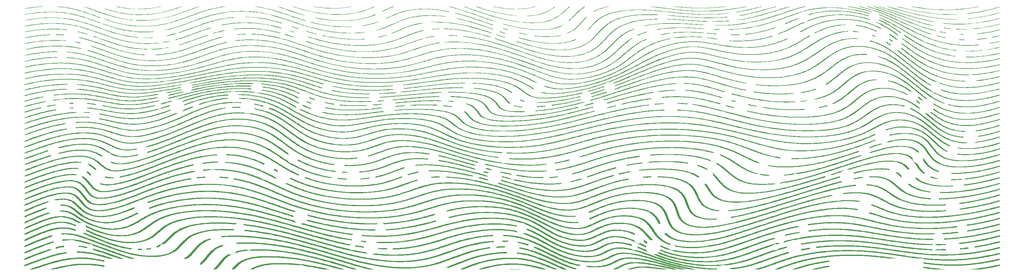
<source format=gbr>
%TF.GenerationSoftware,KiCad,Pcbnew,(6.0.7)*%
%TF.CreationDate,2023-02-03T15:59:56+01:00*%
%TF.ProjectId,kira,6b697261-2e6b-4696-9361-645f70636258,rev?*%
%TF.SameCoordinates,Original*%
%TF.FileFunction,Legend,Top*%
%TF.FilePolarity,Positive*%
%FSLAX46Y46*%
G04 Gerber Fmt 4.6, Leading zero omitted, Abs format (unit mm)*
G04 Created by KiCad (PCBNEW (6.0.7)) date 2023-02-03 15:59:56*
%MOMM*%
%LPD*%
G01*
G04 APERTURE LIST*
%ADD10C,3.987800*%
%ADD11C,3.000000*%
%ADD12C,1.750000*%
%ADD13C,3.048000*%
%ADD14C,0.650000*%
%ADD15O,1.000000X2.100000*%
%ADD16O,1.000000X1.600000*%
%ADD17R,1.700000X1.700000*%
%ADD18O,1.700000X1.700000*%
G04 APERTURE END LIST*
%TO.C,G\u002A\u002A\u002A*%
G36*
X150140177Y-109132914D02*
G01*
X150350896Y-109133887D01*
X150553329Y-109135439D01*
X150742564Y-109137561D01*
X150913686Y-109140245D01*
X151061785Y-109143482D01*
X151181947Y-109147264D01*
X151269259Y-109151584D01*
X151316667Y-109156074D01*
X151357351Y-109163217D01*
X151375876Y-109168773D01*
X151368953Y-109173017D01*
X151333291Y-109176225D01*
X151265600Y-109178671D01*
X151162592Y-109180630D01*
X151020976Y-109182378D01*
X150999167Y-109182608D01*
X150668173Y-109185724D01*
X150350524Y-109188072D01*
X150049889Y-109189649D01*
X149769936Y-109190456D01*
X149514332Y-109190490D01*
X149286745Y-109189751D01*
X149090845Y-109188237D01*
X148930300Y-109185949D01*
X148819000Y-109183223D01*
X148490917Y-109172675D01*
X148681417Y-109151578D01*
X148745641Y-109146966D01*
X148845793Y-109143009D01*
X148976961Y-109139697D01*
X149134231Y-109137022D01*
X149312691Y-109134976D01*
X149507428Y-109133551D01*
X149713530Y-109132738D01*
X149926084Y-109132528D01*
X150140177Y-109132914D01*
G37*
G36*
X76305769Y-61024043D02*
G01*
X76577167Y-61031461D01*
X76789619Y-61038291D01*
X76997416Y-61045520D01*
X77195010Y-61052919D01*
X77376856Y-61060256D01*
X77537408Y-61067301D01*
X77671121Y-61073822D01*
X77772449Y-61079588D01*
X77826000Y-61083463D01*
X77909959Y-61090547D01*
X78028334Y-61100280D01*
X78173335Y-61112034D01*
X78337173Y-61125182D01*
X78512057Y-61139096D01*
X78690198Y-61153149D01*
X78736167Y-61156755D01*
X78936183Y-61173578D01*
X79154952Y-61193967D01*
X79380023Y-61216628D01*
X79598947Y-61240268D01*
X79799274Y-61263593D01*
X79953250Y-61283230D01*
X80124300Y-61306322D01*
X80302602Y-61330423D01*
X80477326Y-61354065D01*
X80637642Y-61375783D01*
X80772720Y-61394111D01*
X80831667Y-61402125D01*
X80980758Y-61424373D01*
X81164405Y-61454951D01*
X81375954Y-61492527D01*
X81608753Y-61535767D01*
X81856149Y-61583340D01*
X82111489Y-61633912D01*
X82368121Y-61686149D01*
X82619391Y-61738720D01*
X82858647Y-61790290D01*
X83079237Y-61839527D01*
X83274507Y-61885098D01*
X83414000Y-61919544D01*
X84133935Y-62114414D01*
X84827278Y-62325111D01*
X85503591Y-62555129D01*
X86172436Y-62807960D01*
X86843375Y-63087098D01*
X87525968Y-63396035D01*
X87759107Y-63506897D01*
X87964105Y-63606680D01*
X88175452Y-63711984D01*
X88396862Y-63824776D01*
X88632050Y-63947023D01*
X88884734Y-64080692D01*
X89158628Y-64227751D01*
X89457447Y-64390167D01*
X89784907Y-64569906D01*
X90144724Y-64768936D01*
X90183257Y-64790325D01*
X90572041Y-65005537D01*
X90928466Y-65201359D01*
X91256605Y-65379887D01*
X91560531Y-65543219D01*
X91844317Y-65693451D01*
X92112037Y-65832680D01*
X92367764Y-65963003D01*
X92615570Y-66086518D01*
X92859530Y-66205320D01*
X93103715Y-66321508D01*
X93352200Y-66437177D01*
X93609058Y-66554426D01*
X93616333Y-66557717D01*
X94017599Y-66733680D01*
X94449893Y-66913143D01*
X94902586Y-67092076D01*
X95365052Y-67266453D01*
X95826663Y-67432247D01*
X96276793Y-67585428D01*
X96614440Y-67693987D01*
X97156367Y-67853637D01*
X97731550Y-68005125D01*
X98331419Y-68146784D01*
X98947401Y-68276952D01*
X99570925Y-68393961D01*
X100193418Y-68496149D01*
X100806310Y-68581849D01*
X101401029Y-68649398D01*
X101654975Y-68672960D01*
X101754228Y-68680825D01*
X101857453Y-68687512D01*
X101968787Y-68693106D01*
X102092371Y-68697689D01*
X102232344Y-68701349D01*
X102392842Y-68704168D01*
X102578007Y-68706232D01*
X102791976Y-68707625D01*
X103038889Y-68708432D01*
X103322884Y-68708737D01*
X103405917Y-68708744D01*
X103694218Y-68708363D01*
X103966526Y-68707106D01*
X104225407Y-68704732D01*
X104473428Y-68700997D01*
X104713156Y-68695658D01*
X104947158Y-68688471D01*
X105178002Y-68679194D01*
X105408254Y-68667584D01*
X105640482Y-68653397D01*
X105877252Y-68636390D01*
X106121132Y-68616321D01*
X106374688Y-68592945D01*
X106640488Y-68566021D01*
X106921099Y-68535304D01*
X107219088Y-68500553D01*
X107537022Y-68461523D01*
X107877468Y-68417971D01*
X108242993Y-68369655D01*
X108636164Y-68316331D01*
X109059548Y-68257756D01*
X109515713Y-68193688D01*
X110007225Y-68123882D01*
X110536652Y-68048096D01*
X110835417Y-68005146D01*
X111482920Y-67912392D01*
X112091319Y-67826221D01*
X112663283Y-67746364D01*
X113201479Y-67672551D01*
X113708576Y-67604513D01*
X114187240Y-67541982D01*
X114640140Y-67484688D01*
X115069943Y-67432361D01*
X115479318Y-67384733D01*
X115870933Y-67341534D01*
X116247455Y-67302495D01*
X116611551Y-67267347D01*
X116965891Y-67235820D01*
X117313141Y-67207646D01*
X117655971Y-67182555D01*
X117997046Y-67160279D01*
X118339036Y-67140547D01*
X118684608Y-67123090D01*
X119036430Y-67107640D01*
X119397170Y-67093927D01*
X119769496Y-67081682D01*
X120074355Y-67072848D01*
X120320617Y-67067171D01*
X120594915Y-67062774D01*
X120892209Y-67059619D01*
X121207462Y-67057669D01*
X121535635Y-67056886D01*
X121871689Y-67057235D01*
X122210585Y-67058677D01*
X122547287Y-67061176D01*
X122876754Y-67064694D01*
X123193948Y-67069194D01*
X123493832Y-67074640D01*
X123771365Y-67080994D01*
X124021511Y-67088219D01*
X124239229Y-67096278D01*
X124413833Y-67104809D01*
X125004008Y-67142948D01*
X125586658Y-67189316D01*
X126157738Y-67243381D01*
X126713203Y-67304611D01*
X127249006Y-67372474D01*
X127761103Y-67446438D01*
X128245447Y-67525972D01*
X128697994Y-67610541D01*
X129114697Y-67699616D01*
X129332571Y-67751687D01*
X129656090Y-67837290D01*
X129986609Y-67934037D01*
X130317690Y-68039577D01*
X130642897Y-68151559D01*
X130955792Y-68267632D01*
X131249937Y-68385445D01*
X131518895Y-68502647D01*
X131756228Y-68616887D01*
X131876965Y-68680923D01*
X131993381Y-68746648D01*
X132106857Y-68813829D01*
X132220937Y-68885015D01*
X132339171Y-68962750D01*
X132465106Y-69049583D01*
X132602288Y-69148061D01*
X132754264Y-69260730D01*
X132924583Y-69390137D01*
X133116791Y-69538830D01*
X133334436Y-69709354D01*
X133581064Y-69904258D01*
X133583906Y-69906512D01*
X133872268Y-70133263D01*
X134133606Y-70334574D01*
X134372202Y-70513408D01*
X134592338Y-70672727D01*
X134798297Y-70815493D01*
X134994359Y-70944667D01*
X135184807Y-71063213D01*
X135373923Y-71174091D01*
X135565990Y-71280266D01*
X135582776Y-71289269D01*
X135785467Y-71394984D01*
X135982330Y-71491497D01*
X136179782Y-71581355D01*
X136384244Y-71667106D01*
X136602133Y-71751297D01*
X136839868Y-71836476D01*
X137103868Y-71925191D01*
X137400552Y-72019989D01*
X137508266Y-72053519D01*
X137826026Y-72148686D01*
X138151486Y-72239574D01*
X138491768Y-72327980D01*
X138853996Y-72415701D01*
X139245292Y-72504533D01*
X139597089Y-72580361D01*
X139687613Y-72598031D01*
X139813403Y-72620517D01*
X139967799Y-72646790D01*
X140144144Y-72675819D01*
X140335779Y-72706573D01*
X140536044Y-72738021D01*
X140738282Y-72769132D01*
X140935832Y-72798876D01*
X141122037Y-72826222D01*
X141290237Y-72850139D01*
X141433774Y-72869596D01*
X141545989Y-72883562D01*
X141580000Y-72887317D01*
X142011967Y-72931648D01*
X142408588Y-72970565D01*
X142776445Y-73004479D01*
X143122119Y-73033803D01*
X143452193Y-73058949D01*
X143773246Y-73080330D01*
X144091863Y-73098357D01*
X144414623Y-73113444D01*
X144748108Y-73126002D01*
X145098901Y-73136443D01*
X145473583Y-73145180D01*
X145792167Y-73151172D01*
X146854450Y-73157376D01*
X147948679Y-73140315D01*
X149071710Y-73100331D01*
X150220401Y-73037764D01*
X151391608Y-72952954D01*
X152582188Y-72846241D01*
X153788997Y-72717966D01*
X155008894Y-72568470D01*
X156238734Y-72398093D01*
X157475375Y-72207175D01*
X158715673Y-71996056D01*
X159956485Y-71765078D01*
X161194668Y-71514580D01*
X161497833Y-71450148D01*
X162034309Y-71333688D01*
X162599621Y-71208324D01*
X163195060Y-71073751D01*
X163821922Y-70929664D01*
X164481497Y-70775761D01*
X165175081Y-70611737D01*
X165903965Y-70437287D01*
X166669443Y-70252107D01*
X167472809Y-70055894D01*
X168315354Y-69848343D01*
X168451083Y-69814756D01*
X169102252Y-69653720D01*
X169732089Y-69498354D01*
X170339056Y-69349031D01*
X170921619Y-69206122D01*
X171478240Y-69070001D01*
X172007385Y-68941038D01*
X172507518Y-68819607D01*
X172977102Y-68706080D01*
X173414602Y-68600828D01*
X173818482Y-68504225D01*
X174187206Y-68416643D01*
X174519238Y-68338454D01*
X174813041Y-68270029D01*
X175023333Y-68221703D01*
X175485394Y-68116650D01*
X175910674Y-68020713D01*
X176303507Y-67932966D01*
X176668228Y-67852482D01*
X177009173Y-67778336D01*
X177330677Y-67709599D01*
X177637074Y-67645347D01*
X177932700Y-67584652D01*
X178221890Y-67526589D01*
X178508978Y-67470230D01*
X178798301Y-67414650D01*
X178812167Y-67412015D01*
X178993111Y-67377596D01*
X179189739Y-67340116D01*
X179389273Y-67302016D01*
X179578931Y-67265738D01*
X179745935Y-67233721D01*
X179814502Y-67220545D01*
X179922497Y-67200439D01*
X180066359Y-67174685D01*
X180240151Y-67144294D01*
X180437937Y-67110279D01*
X180653783Y-67073651D01*
X180881750Y-67035422D01*
X181115904Y-66996606D01*
X181350308Y-66958213D01*
X181412585Y-66948096D01*
X182215048Y-66822249D01*
X183026999Y-66703200D01*
X183843004Y-66591554D01*
X184657632Y-66487921D01*
X185465447Y-66392908D01*
X186261018Y-66307121D01*
X187038911Y-66231170D01*
X187793692Y-66165660D01*
X188519929Y-66111199D01*
X189212188Y-66068396D01*
X189342583Y-66061468D01*
X189467784Y-66056222D01*
X189631183Y-66051310D01*
X189828646Y-66046750D01*
X190056041Y-66042563D01*
X190309233Y-66038765D01*
X190584088Y-66035377D01*
X190876473Y-66032417D01*
X191182253Y-66029903D01*
X191497296Y-66027854D01*
X191817468Y-66026289D01*
X192138634Y-66025227D01*
X192456661Y-66024686D01*
X192767415Y-66024686D01*
X193066763Y-66025244D01*
X193350570Y-66026379D01*
X193614703Y-66028110D01*
X193855029Y-66030457D01*
X194067413Y-66033437D01*
X194247721Y-66037069D01*
X194318309Y-66038951D01*
X195350669Y-66084531D01*
X196409402Y-66161497D01*
X197492779Y-66269680D01*
X198599072Y-66408909D01*
X199603250Y-66559070D01*
X199779706Y-66588090D01*
X199980051Y-66622254D01*
X200197559Y-66660320D01*
X200425505Y-66701047D01*
X200657164Y-66743190D01*
X200885809Y-66785510D01*
X201104716Y-66826762D01*
X201307159Y-66865706D01*
X201486412Y-66901099D01*
X201635751Y-66931698D01*
X201725083Y-66950978D01*
X201820632Y-66971844D01*
X201942465Y-66997783D01*
X202075361Y-67025586D01*
X202204095Y-67052043D01*
X202211917Y-67053631D01*
X202476867Y-67109025D01*
X202781753Y-67175752D01*
X203125784Y-67253619D01*
X203508172Y-67342435D01*
X203928127Y-67442008D01*
X204384862Y-67552147D01*
X204877587Y-67672659D01*
X205405512Y-67803352D01*
X205967850Y-67944035D01*
X206563811Y-68094516D01*
X207192606Y-68254604D01*
X207853447Y-68424105D01*
X207937500Y-68445748D01*
X208741551Y-68651786D01*
X209506909Y-68845690D01*
X210233279Y-69027389D01*
X210920364Y-69196810D01*
X211567870Y-69353879D01*
X212175501Y-69498524D01*
X212647083Y-69608570D01*
X212811778Y-69646647D01*
X212969123Y-69683078D01*
X213112725Y-69716380D01*
X213236193Y-69745067D01*
X213333136Y-69767656D01*
X213397162Y-69782663D01*
X213409083Y-69785485D01*
X213566844Y-69822116D01*
X213760596Y-69865616D01*
X213984772Y-69914821D01*
X214233805Y-69968569D01*
X214502127Y-70025697D01*
X214784170Y-70085044D01*
X215074367Y-70145445D01*
X215367150Y-70205739D01*
X215656952Y-70264763D01*
X215938205Y-70321354D01*
X216205341Y-70374349D01*
X216452793Y-70422587D01*
X216541750Y-70439665D01*
X217763125Y-70661186D01*
X219017466Y-70865545D01*
X220298681Y-71051857D01*
X221600680Y-71219236D01*
X222912917Y-71366333D01*
X223553217Y-71428796D01*
X224193614Y-71482859D01*
X224841376Y-71528955D01*
X225503770Y-71567520D01*
X226188062Y-71598987D01*
X226901519Y-71623791D01*
X227463750Y-71638365D01*
X227899788Y-71646264D01*
X228350454Y-71650881D01*
X228810825Y-71652319D01*
X229275979Y-71650685D01*
X229740993Y-71646083D01*
X230200946Y-71638617D01*
X230650914Y-71628392D01*
X231085975Y-71615513D01*
X231501207Y-71600084D01*
X231891687Y-71582211D01*
X232252493Y-71561998D01*
X232578703Y-71539549D01*
X232744833Y-71526006D01*
X233349516Y-71471492D01*
X233914755Y-71416502D01*
X234440145Y-71361082D01*
X234925281Y-71305284D01*
X235369756Y-71249156D01*
X235773164Y-71192747D01*
X236135101Y-71136106D01*
X236455160Y-71079282D01*
X236491333Y-71072337D01*
X236647613Y-71042216D01*
X236820490Y-71009144D01*
X236993515Y-70976253D01*
X237150236Y-70946676D01*
X237221583Y-70933316D01*
X237352728Y-70907099D01*
X237511048Y-70872688D01*
X237682936Y-70833207D01*
X237854784Y-70791776D01*
X238004750Y-70753679D01*
X238155025Y-70714348D01*
X238309411Y-70674020D01*
X238456850Y-70635578D01*
X238586288Y-70601903D01*
X238686667Y-70575879D01*
X238692667Y-70574329D01*
X239048084Y-70472485D01*
X239430483Y-70344154D01*
X239835553Y-70191265D01*
X240258982Y-70015748D01*
X240696460Y-69819531D01*
X241143675Y-69604543D01*
X241596316Y-69372714D01*
X242050071Y-69125971D01*
X242470917Y-68883843D01*
X242669641Y-68765317D01*
X242858831Y-68650076D01*
X243042505Y-68535376D01*
X243224681Y-68418471D01*
X243409379Y-68296617D01*
X243600616Y-68167068D01*
X243802411Y-68027080D01*
X244018782Y-67873908D01*
X244253748Y-67704808D01*
X244511328Y-67517033D01*
X244795540Y-67307839D01*
X245002640Y-67154495D01*
X245462335Y-66825312D01*
X245933655Y-66510535D01*
X246408911Y-66214861D01*
X246880411Y-65942991D01*
X247340467Y-65699623D01*
X247558502Y-65592624D01*
X248037953Y-65378566D01*
X248532927Y-65185893D01*
X249036613Y-65016524D01*
X249542202Y-64872379D01*
X250042886Y-64755376D01*
X250531853Y-64667436D01*
X251002296Y-64610478D01*
X251060166Y-64605575D01*
X251173782Y-64598793D01*
X251320075Y-64593726D01*
X251493052Y-64590298D01*
X251686720Y-64588436D01*
X251895089Y-64588064D01*
X252112164Y-64589110D01*
X252331954Y-64591498D01*
X252548467Y-64595155D01*
X252755710Y-64600005D01*
X252947691Y-64605974D01*
X253118417Y-64612989D01*
X253261896Y-64620975D01*
X253372136Y-64629857D01*
X253414083Y-64634771D01*
X254062448Y-64739908D01*
X254701931Y-64876018D01*
X255338466Y-65044750D01*
X255977988Y-65247749D01*
X256626433Y-65486664D01*
X256938333Y-65612810D01*
X257174110Y-65712702D01*
X257393370Y-65810042D01*
X257600803Y-65907557D01*
X257801099Y-66007977D01*
X257998947Y-66114032D01*
X258199036Y-66228452D01*
X258406055Y-66353965D01*
X258624695Y-66493301D01*
X258859644Y-66649189D01*
X259115591Y-66824359D01*
X259397227Y-67021541D01*
X259573583Y-67146632D01*
X259923957Y-67399741D01*
X260302023Y-67679711D01*
X260704843Y-67984278D01*
X261129482Y-68311177D01*
X261573001Y-68658145D01*
X262032464Y-69022915D01*
X262504934Y-69403225D01*
X262592733Y-69474456D01*
X262993501Y-69798564D01*
X263365421Y-70096117D01*
X263711086Y-70368811D01*
X264033093Y-70618342D01*
X264334035Y-70846406D01*
X264616506Y-71054699D01*
X264883102Y-71244917D01*
X265136418Y-71418756D01*
X265379046Y-71577913D01*
X265613583Y-71724082D01*
X265842622Y-71858961D01*
X266068759Y-71984245D01*
X266294588Y-72101631D01*
X266522703Y-72212813D01*
X266755699Y-72319489D01*
X266996170Y-72423355D01*
X267246712Y-72526105D01*
X267283746Y-72540899D01*
X267406901Y-72587311D01*
X267560209Y-72640955D01*
X267735754Y-72699411D01*
X267925621Y-72760261D01*
X268121895Y-72821085D01*
X268316662Y-72879465D01*
X268502005Y-72932982D01*
X268670011Y-72979216D01*
X268812764Y-73015750D01*
X268908083Y-73037317D01*
X269031667Y-73062692D01*
X269177983Y-73092898D01*
X269328339Y-73124071D01*
X269458417Y-73151166D01*
X269565470Y-73171458D01*
X269704357Y-73194653D01*
X269864812Y-73219214D01*
X270036569Y-73243604D01*
X270209364Y-73266287D01*
X270305083Y-73277944D01*
X270999557Y-73342040D01*
X271718996Y-73373545D01*
X272463635Y-73372441D01*
X273233708Y-73338711D01*
X274029449Y-73272337D01*
X274851094Y-73173303D01*
X275698877Y-73041592D01*
X276573033Y-72877184D01*
X277025500Y-72781527D01*
X277261181Y-72728337D01*
X277528908Y-72665202D01*
X277820183Y-72594305D01*
X278126505Y-72517829D01*
X278439375Y-72437960D01*
X278750293Y-72356880D01*
X279050760Y-72276774D01*
X279332277Y-72199826D01*
X279586342Y-72128219D01*
X279724250Y-72088084D01*
X279975045Y-72014067D01*
X280188287Y-71951283D01*
X280366981Y-71898869D01*
X280514128Y-71855959D01*
X280632733Y-71821688D01*
X280725798Y-71795193D01*
X280796326Y-71775607D01*
X280847321Y-71762066D01*
X280881786Y-71753706D01*
X280894856Y-71750989D01*
X280964795Y-71737807D01*
X280958356Y-71833775D01*
X280951917Y-71929742D01*
X280790012Y-71999790D01*
X280605547Y-72073574D01*
X280382871Y-72152369D01*
X280125697Y-72235352D01*
X279837743Y-72321705D01*
X279522722Y-72410605D01*
X279184351Y-72501233D01*
X278826344Y-72592767D01*
X278452417Y-72684388D01*
X278066285Y-72775273D01*
X277671664Y-72864604D01*
X277272267Y-72951558D01*
X276871812Y-73035316D01*
X276474013Y-73115056D01*
X276082586Y-73189958D01*
X275701245Y-73259202D01*
X275333706Y-73321966D01*
X274983684Y-73377431D01*
X274654895Y-73424775D01*
X274351054Y-73463177D01*
X274075876Y-73491818D01*
X274009250Y-73497583D01*
X273782604Y-73513833D01*
X273522171Y-73528330D01*
X273236214Y-73540899D01*
X272932996Y-73551361D01*
X272620782Y-73559540D01*
X272307835Y-73565258D01*
X272002417Y-73568337D01*
X271712793Y-73568601D01*
X271447226Y-73565873D01*
X271213979Y-73559974D01*
X271172917Y-73558437D01*
X270632305Y-73526354D01*
X270105723Y-73472832D01*
X269581207Y-73396170D01*
X269046794Y-73294666D01*
X268590583Y-73191166D01*
X268342758Y-73127540D01*
X268078631Y-73053260D01*
X267807260Y-72971276D01*
X267537707Y-72884537D01*
X267279030Y-72795992D01*
X267040288Y-72708593D01*
X266830542Y-72625288D01*
X266759667Y-72595031D01*
X266636150Y-72540983D01*
X266501821Y-72482114D01*
X266373870Y-72425964D01*
X266279774Y-72384597D01*
X266135864Y-72317423D01*
X265963939Y-72230887D01*
X265770999Y-72129010D01*
X265564043Y-72015809D01*
X265350071Y-71895303D01*
X265136081Y-71771512D01*
X264929073Y-71648453D01*
X264736047Y-71530146D01*
X264564002Y-71420609D01*
X264419936Y-71323862D01*
X264367833Y-71286829D01*
X264244260Y-71195445D01*
X264090151Y-71078839D01*
X263907609Y-70938665D01*
X263698732Y-70776576D01*
X263465620Y-70594226D01*
X263210373Y-70393268D01*
X262935092Y-70175356D01*
X262641875Y-69942143D01*
X262332824Y-69695283D01*
X262010038Y-69436430D01*
X261675617Y-69167237D01*
X261658500Y-69153432D01*
X261281862Y-68850453D01*
X260926578Y-68566287D01*
X260594155Y-68302117D01*
X260286096Y-68059124D01*
X260003910Y-67838490D01*
X259749100Y-67641395D01*
X259523172Y-67469021D01*
X259327633Y-67322550D01*
X259287833Y-67293178D01*
X259107247Y-67165101D01*
X258898595Y-67025270D01*
X258668464Y-66877546D01*
X258423442Y-66725792D01*
X258170118Y-66573868D01*
X257915080Y-66425638D01*
X257664915Y-66284962D01*
X257426212Y-66155702D01*
X257205560Y-66041721D01*
X257009545Y-65946880D01*
X256929331Y-65910684D01*
X256835719Y-65869573D01*
X256746576Y-65830319D01*
X256675761Y-65799030D01*
X256652583Y-65788738D01*
X256101514Y-65559111D01*
X255538347Y-65354970D01*
X254975413Y-65180571D01*
X254610000Y-65083828D01*
X254327864Y-65016404D01*
X254071502Y-64959969D01*
X253833116Y-64913628D01*
X253604913Y-64876486D01*
X253379097Y-64847645D01*
X253147872Y-64826211D01*
X252903444Y-64811289D01*
X252638016Y-64801982D01*
X252343794Y-64797395D01*
X252109281Y-64796512D01*
X251759891Y-64798796D01*
X251446336Y-64806105D01*
X251162342Y-64819126D01*
X250901636Y-64838542D01*
X250657945Y-64865042D01*
X250424994Y-64899309D01*
X250196510Y-64942030D01*
X249966220Y-64993891D01*
X249727849Y-65055576D01*
X249720422Y-65057609D01*
X249387824Y-65153331D01*
X249067172Y-65255444D01*
X248754902Y-65365787D01*
X248447449Y-65486199D01*
X248141248Y-65618518D01*
X247832733Y-65764584D01*
X247518340Y-65926234D01*
X247194503Y-66105308D01*
X246857659Y-66303644D01*
X246504241Y-66523082D01*
X246130684Y-66765459D01*
X245733425Y-67032614D01*
X245308897Y-67326387D01*
X245273441Y-67351240D01*
X244956782Y-67573095D01*
X244671134Y-67772495D01*
X244413164Y-67951658D01*
X244179540Y-68112800D01*
X243966931Y-68258137D01*
X243772005Y-68389887D01*
X243591429Y-68510266D01*
X243421872Y-68621490D01*
X243260002Y-68725777D01*
X243102486Y-68825342D01*
X242945994Y-68922403D01*
X242787193Y-69019177D01*
X242622750Y-69117879D01*
X242576750Y-69145266D01*
X242460780Y-69213198D01*
X242327400Y-69289650D01*
X242182309Y-69371511D01*
X242031206Y-69455673D01*
X241879789Y-69539025D01*
X241733758Y-69618459D01*
X241598811Y-69690865D01*
X241480647Y-69753133D01*
X241384965Y-69802154D01*
X241317463Y-69834818D01*
X241296167Y-69844003D01*
X241267424Y-69856592D01*
X241207070Y-69883876D01*
X241121880Y-69922764D01*
X241018632Y-69970163D01*
X240915167Y-70017868D01*
X240435082Y-70226259D01*
X239919335Y-70424877D01*
X239373851Y-70611819D01*
X238804561Y-70785180D01*
X238217390Y-70943053D01*
X237618267Y-71083534D01*
X237560250Y-71096055D01*
X236791314Y-71248705D01*
X235988267Y-71384885D01*
X235156251Y-71503919D01*
X234300411Y-71605131D01*
X233425889Y-71687844D01*
X232607250Y-71747146D01*
X231878856Y-71786300D01*
X231116519Y-71815981D01*
X230327538Y-71836235D01*
X229519214Y-71847110D01*
X228698843Y-71848652D01*
X227873726Y-71840907D01*
X227051162Y-71823924D01*
X226238449Y-71797747D01*
X225442887Y-71762425D01*
X224671774Y-71718003D01*
X224320500Y-71694040D01*
X223323904Y-71612739D01*
X222292282Y-71509510D01*
X221226685Y-71384494D01*
X220128166Y-71237838D01*
X218997777Y-71069684D01*
X217836568Y-70880178D01*
X216645591Y-70669463D01*
X216086667Y-70565193D01*
X215664572Y-70484314D01*
X215249035Y-70402837D01*
X214837110Y-70320077D01*
X214425851Y-70235353D01*
X214012312Y-70147981D01*
X213593547Y-70057278D01*
X213166609Y-69962560D01*
X212728553Y-69863144D01*
X212276433Y-69758347D01*
X211807302Y-69647487D01*
X211318214Y-69529879D01*
X210806223Y-69404841D01*
X210268384Y-69271689D01*
X209701749Y-69129741D01*
X209103374Y-68978312D01*
X208470311Y-68816721D01*
X207799615Y-68644283D01*
X207768167Y-68636171D01*
X207571958Y-68585863D01*
X207344041Y-68527961D01*
X207089325Y-68463678D01*
X206812719Y-68394229D01*
X206519131Y-68320826D01*
X206213471Y-68244682D01*
X205900647Y-68167012D01*
X205585569Y-68089028D01*
X205273144Y-68011945D01*
X204968282Y-67936974D01*
X204675892Y-67865331D01*
X204400883Y-67798228D01*
X204148162Y-67736878D01*
X203922640Y-67682496D01*
X203729225Y-67636294D01*
X203598333Y-67605435D01*
X202932665Y-67451805D01*
X202303097Y-67310757D01*
X201705550Y-67181594D01*
X201135940Y-67063620D01*
X200590188Y-66956139D01*
X200064211Y-66858454D01*
X199553928Y-66769870D01*
X199055257Y-66689689D01*
X198564118Y-66617217D01*
X198076428Y-66551756D01*
X197588107Y-66492610D01*
X197095073Y-66439083D01*
X196593245Y-66390479D01*
X196348932Y-66368770D01*
X196016814Y-66341504D01*
X195689634Y-66317698D01*
X195362482Y-66297183D01*
X195030451Y-66279791D01*
X194688630Y-66265352D01*
X194332112Y-66253698D01*
X193955988Y-66244658D01*
X193555349Y-66238065D01*
X193125285Y-66233749D01*
X192660889Y-66231541D01*
X192352719Y-66231157D01*
X191795247Y-66232199D01*
X191275253Y-66235540D01*
X190787935Y-66241368D01*
X190328491Y-66249876D01*
X189892118Y-66261252D01*
X189474013Y-66275687D01*
X189069375Y-66293372D01*
X188673400Y-66314497D01*
X188281288Y-66339253D01*
X187888234Y-66367830D01*
X187489437Y-66400418D01*
X187080095Y-66437208D01*
X187024833Y-66442406D01*
X185778971Y-66570976D01*
X184506592Y-66723314D01*
X183215267Y-66898170D01*
X181912567Y-67094296D01*
X180606066Y-67310442D01*
X179303333Y-67545361D01*
X178011943Y-67797801D01*
X176739465Y-68066516D01*
X175573667Y-68331343D01*
X175386853Y-68375293D01*
X175193490Y-68420788D01*
X175002607Y-68465702D01*
X174823237Y-68507911D01*
X174664410Y-68545288D01*
X174535158Y-68575710D01*
X174504750Y-68582868D01*
X174366078Y-68615680D01*
X174188957Y-68657870D01*
X173976063Y-68708796D01*
X173730068Y-68767815D01*
X173453647Y-68834283D01*
X173149474Y-68907558D01*
X172820222Y-68986997D01*
X172468565Y-69071957D01*
X172165833Y-69145179D01*
X172000945Y-69185074D01*
X171817012Y-69229567D01*
X171629991Y-69274798D01*
X171455838Y-69316908D01*
X171340333Y-69344831D01*
X171235440Y-69370246D01*
X171093968Y-69404618D01*
X170920449Y-69446842D01*
X170719415Y-69495810D01*
X170495398Y-69550416D01*
X170252932Y-69609553D01*
X169996547Y-69672114D01*
X169730776Y-69736993D01*
X169460152Y-69803083D01*
X169189206Y-69869277D01*
X168922471Y-69934469D01*
X168664479Y-69997552D01*
X168419762Y-70057419D01*
X168192852Y-70112964D01*
X167988282Y-70163079D01*
X167810584Y-70206660D01*
X167763167Y-70218300D01*
X167473691Y-70289221D01*
X167171765Y-70362895D01*
X166861558Y-70438322D01*
X166547239Y-70514501D01*
X166232977Y-70590434D01*
X165922941Y-70665119D01*
X165621301Y-70737558D01*
X165332224Y-70806750D01*
X165059881Y-70871696D01*
X164808440Y-70931396D01*
X164582071Y-70984849D01*
X164384942Y-71031057D01*
X164221222Y-71069019D01*
X164111917Y-71093950D01*
X163996359Y-71120041D01*
X163850594Y-71153013D01*
X163685687Y-71190360D01*
X163512702Y-71229576D01*
X163342706Y-71268153D01*
X163275833Y-71283341D01*
X163025656Y-71340071D01*
X162804552Y-71389928D01*
X162604204Y-71434723D01*
X162416291Y-71476263D01*
X162232498Y-71516356D01*
X162044504Y-71556812D01*
X161843993Y-71599438D01*
X161622645Y-71646044D01*
X161372144Y-71698439D01*
X161238862Y-71726225D01*
X160612826Y-71855008D01*
X160017374Y-71974023D01*
X159442413Y-72085180D01*
X158877847Y-72190390D01*
X158313580Y-72291561D01*
X157739519Y-72390605D01*
X157624333Y-72410042D01*
X156185966Y-72638108D01*
X154771876Y-72834318D01*
X153378889Y-72998934D01*
X152003827Y-73132216D01*
X150643514Y-73234425D01*
X149294774Y-73305821D01*
X147954429Y-73346666D01*
X146619303Y-73357220D01*
X146130833Y-73353557D01*
X145139424Y-73333566D01*
X144185729Y-73297022D01*
X143268485Y-73243836D01*
X142386431Y-73173920D01*
X141538302Y-73087187D01*
X140722838Y-72983549D01*
X140627500Y-72970027D01*
X140406006Y-72938238D01*
X140213875Y-72910451D01*
X140045734Y-72885632D01*
X139896211Y-72862749D01*
X139759932Y-72840768D01*
X139631525Y-72818656D01*
X139505617Y-72795380D01*
X139376835Y-72769906D01*
X139239807Y-72741201D01*
X139089159Y-72708232D01*
X138919519Y-72669966D01*
X138725513Y-72625370D01*
X138501770Y-72573410D01*
X138242916Y-72513053D01*
X138203917Y-72503956D01*
X138097616Y-72477445D01*
X137960098Y-72440535D01*
X137800423Y-72395806D01*
X137627655Y-72345839D01*
X137450856Y-72293214D01*
X137283167Y-72241783D01*
X136768546Y-72070952D01*
X136287290Y-71889204D01*
X135831090Y-71693040D01*
X135391637Y-71478964D01*
X135103000Y-71324084D01*
X134967225Y-71247859D01*
X134841275Y-71175427D01*
X134721307Y-71104164D01*
X134603476Y-71031448D01*
X134483938Y-70954655D01*
X134358848Y-70871163D01*
X134224362Y-70778349D01*
X134076636Y-70673589D01*
X133911826Y-70554262D01*
X133726088Y-70417745D01*
X133515577Y-70261413D01*
X133276449Y-70082645D01*
X133205459Y-70029426D01*
X132914521Y-69811655D01*
X132654169Y-69617909D01*
X132421548Y-69446345D01*
X132213800Y-69295120D01*
X132028069Y-69162391D01*
X131861497Y-69046315D01*
X131711228Y-68945049D01*
X131574405Y-68856751D01*
X131448171Y-68779578D01*
X131329668Y-68711686D01*
X131216040Y-68651233D01*
X131104431Y-68596377D01*
X130991982Y-68545273D01*
X130875838Y-68496079D01*
X130753141Y-68446954D01*
X130750799Y-68446036D01*
X130646161Y-68407340D01*
X130510218Y-68360488D01*
X130349973Y-68307609D01*
X130172427Y-68250829D01*
X129984584Y-68192276D01*
X129793445Y-68134077D01*
X129606014Y-68078360D01*
X129429292Y-68027252D01*
X129270283Y-67982879D01*
X129135988Y-67947370D01*
X129033410Y-67922851D01*
X129017583Y-67919508D01*
X128925237Y-67900354D01*
X128803406Y-67874735D01*
X128663966Y-67845167D01*
X128518794Y-67814166D01*
X128414333Y-67791711D01*
X128243565Y-67757375D01*
X128037629Y-67720100D01*
X127803509Y-67680879D01*
X127548186Y-67640710D01*
X127278642Y-67600586D01*
X127001858Y-67561504D01*
X126724818Y-67524459D01*
X126454502Y-67490446D01*
X126197893Y-67460460D01*
X125961973Y-67435496D01*
X125825570Y-67422660D01*
X125656387Y-67407684D01*
X125487874Y-67392775D01*
X125328489Y-67378681D01*
X125186687Y-67366151D01*
X125070924Y-67355931D01*
X124995513Y-67349284D01*
X124849544Y-67338044D01*
X124667002Y-67326597D01*
X124453644Y-67315139D01*
X124215228Y-67303870D01*
X123957513Y-67292987D01*
X123686256Y-67282690D01*
X123407215Y-67273177D01*
X123126148Y-67264645D01*
X122848812Y-67257295D01*
X122580967Y-67251323D01*
X122328369Y-67246929D01*
X122096776Y-67244310D01*
X121929787Y-67243628D01*
X121420969Y-67246565D01*
X120885929Y-67255208D01*
X120332751Y-67269205D01*
X119769522Y-67288202D01*
X119204328Y-67311845D01*
X118645252Y-67339781D01*
X118100382Y-67371656D01*
X117577801Y-67407117D01*
X117085596Y-67445810D01*
X116867917Y-67464933D01*
X116331790Y-67516153D01*
X115770584Y-67574436D01*
X115182315Y-67640032D01*
X114565000Y-67713189D01*
X113916654Y-67794157D01*
X113235294Y-67883184D01*
X112518936Y-67980519D01*
X111765595Y-68086412D01*
X110973289Y-68201110D01*
X110814250Y-68224499D01*
X110286249Y-68302018D01*
X109797198Y-68373095D01*
X109344260Y-68438060D01*
X108924598Y-68497237D01*
X108535379Y-68550956D01*
X108173764Y-68599542D01*
X107836918Y-68643322D01*
X107522005Y-68682625D01*
X107226190Y-68717776D01*
X106946636Y-68749104D01*
X106680507Y-68776935D01*
X106424966Y-68801597D01*
X106177179Y-68823416D01*
X105934310Y-68842720D01*
X105693521Y-68859835D01*
X105451977Y-68875089D01*
X105206842Y-68888810D01*
X104955281Y-68901323D01*
X104940500Y-68902016D01*
X104739894Y-68910163D01*
X104515367Y-68917156D01*
X104273469Y-68922947D01*
X104020750Y-68927489D01*
X103763758Y-68930735D01*
X103509043Y-68932638D01*
X103263154Y-68933151D01*
X103032642Y-68932228D01*
X102824054Y-68929820D01*
X102643941Y-68925882D01*
X102498852Y-68920365D01*
X102485167Y-68919652D01*
X101786324Y-68874827D01*
X101119484Y-68816944D01*
X100476054Y-68744918D01*
X99847446Y-68657666D01*
X99225069Y-68554105D01*
X98600331Y-68433151D01*
X98558750Y-68424518D01*
X98373251Y-68385539D01*
X98195015Y-68347502D01*
X98029659Y-68311649D01*
X97882803Y-68279222D01*
X97760065Y-68251463D01*
X97667065Y-68229614D01*
X97609420Y-68214915D01*
X97606250Y-68214012D01*
X97544868Y-68196542D01*
X97450118Y-68169921D01*
X97329438Y-68136224D01*
X97190269Y-68097523D01*
X97040050Y-68055892D01*
X96918333Y-68022262D01*
X96564168Y-67920005D01*
X96180700Y-67801011D01*
X95776092Y-67668184D01*
X95358509Y-67524425D01*
X94936116Y-67372636D01*
X94517078Y-67215720D01*
X94109559Y-67056577D01*
X93721724Y-66898111D01*
X93546481Y-66823796D01*
X93239019Y-66687878D01*
X92900040Y-66530976D01*
X92533509Y-66355119D01*
X92143389Y-66162335D01*
X91733647Y-65954655D01*
X91308245Y-65734107D01*
X90871150Y-65502719D01*
X90426325Y-65262522D01*
X89977736Y-65015544D01*
X89605250Y-64806778D01*
X89206521Y-64584385D01*
X88802763Y-64364782D01*
X88399642Y-64150858D01*
X88002823Y-63945504D01*
X87617974Y-63751610D01*
X87250760Y-63572064D01*
X86906847Y-63409756D01*
X86591901Y-63267577D01*
X86558776Y-63253075D01*
X86204360Y-63101288D01*
X85862842Y-62961225D01*
X85527847Y-62830725D01*
X85193001Y-62707623D01*
X84851930Y-62589756D01*
X84498259Y-62474962D01*
X84125615Y-62361077D01*
X83727622Y-62245937D01*
X83297907Y-62127381D01*
X83033000Y-62056563D01*
X82977105Y-62043080D01*
X82885207Y-62022489D01*
X82762811Y-61995960D01*
X82615425Y-61964657D01*
X82448556Y-61929750D01*
X82267712Y-61892404D01*
X82078399Y-61853786D01*
X82027583Y-61843502D01*
X81045745Y-61663384D01*
X80037577Y-61514024D01*
X79005618Y-61395319D01*
X77952406Y-61307168D01*
X76880480Y-61249468D01*
X75792377Y-61222116D01*
X74690636Y-61225009D01*
X73577795Y-61258046D01*
X72456393Y-61321123D01*
X71328968Y-61414138D01*
X70198059Y-61536988D01*
X69066203Y-61689571D01*
X67935938Y-61871784D01*
X66809805Y-62083525D01*
X65690339Y-62324691D01*
X64797917Y-62539589D01*
X64546965Y-62603577D01*
X64299467Y-62668119D01*
X64052660Y-62734058D01*
X63803780Y-62802238D01*
X63550062Y-62873503D01*
X63288742Y-62948697D01*
X63017057Y-63028664D01*
X62732242Y-63114248D01*
X62431532Y-63206294D01*
X62112165Y-63305644D01*
X61771376Y-63413143D01*
X61406401Y-63529636D01*
X61014476Y-63655965D01*
X60592836Y-63792976D01*
X60138719Y-63941512D01*
X59649358Y-64102416D01*
X59273417Y-64226476D01*
X58768315Y-64393235D01*
X58301090Y-64547183D01*
X57869516Y-64689026D01*
X57471368Y-64819472D01*
X57104421Y-64939229D01*
X56766451Y-65049004D01*
X56455232Y-65149506D01*
X56168539Y-65241442D01*
X55904148Y-65325520D01*
X55659833Y-65402446D01*
X55433369Y-65472930D01*
X55222532Y-65537678D01*
X55025097Y-65597399D01*
X54838837Y-65652799D01*
X54661529Y-65704587D01*
X54490948Y-65753471D01*
X54331000Y-65798449D01*
X54195394Y-65836253D01*
X54034611Y-65881103D01*
X53864233Y-65928653D01*
X53699841Y-65974554D01*
X53611333Y-65999279D01*
X52894001Y-66192222D01*
X52177948Y-66370106D01*
X51467540Y-66532117D01*
X50767145Y-66677445D01*
X50081129Y-66805277D01*
X49413858Y-66914801D01*
X48769698Y-67005205D01*
X48153018Y-67075679D01*
X47568182Y-67125409D01*
X47547083Y-67126849D01*
X47400097Y-67136904D01*
X47260328Y-67146679D01*
X47135682Y-67155603D01*
X47034068Y-67163108D01*
X46963394Y-67168623D01*
X46944518Y-67170238D01*
X46876352Y-67174123D01*
X46771686Y-67177118D01*
X46636344Y-67179252D01*
X46476150Y-67180554D01*
X46296928Y-67181053D01*
X46104500Y-67180778D01*
X45904690Y-67179756D01*
X45703323Y-67178018D01*
X45506222Y-67175591D01*
X45319210Y-67172504D01*
X45148111Y-67168787D01*
X44998749Y-67164467D01*
X44887958Y-67160099D01*
X44274120Y-67122677D01*
X43640729Y-67067487D01*
X43005750Y-66996308D01*
X42416645Y-66915385D01*
X42267118Y-66892673D01*
X42123159Y-66870356D01*
X41981454Y-66847832D01*
X41838689Y-66824502D01*
X41691551Y-66799765D01*
X41536726Y-66773022D01*
X41370900Y-66743672D01*
X41190759Y-66711115D01*
X40992990Y-66674751D01*
X40774277Y-66633981D01*
X40531309Y-66588203D01*
X40260770Y-66536817D01*
X39959347Y-66479225D01*
X39623726Y-66414824D01*
X39250593Y-66343016D01*
X39165083Y-66326539D01*
X38531991Y-66207308D01*
X37934257Y-66100722D01*
X37367025Y-66006244D01*
X36825440Y-65923333D01*
X36304647Y-65851450D01*
X35799791Y-65790055D01*
X35306016Y-65738610D01*
X34818466Y-65696575D01*
X34332288Y-65663410D01*
X33842624Y-65638576D01*
X33344620Y-65621533D01*
X32833421Y-65611743D01*
X32719833Y-65610520D01*
X31716457Y-65615208D01*
X30714758Y-65648387D01*
X29709479Y-65710513D01*
X28695361Y-65802044D01*
X27667144Y-65923435D01*
X26619571Y-66075143D01*
X25811984Y-66210159D01*
X25563534Y-66255119D01*
X25291763Y-66306309D01*
X25002343Y-66362532D01*
X24700948Y-66422588D01*
X24393252Y-66485282D01*
X24084929Y-66549415D01*
X23781652Y-66613789D01*
X23489095Y-66677207D01*
X23212932Y-66738472D01*
X22958836Y-66796386D01*
X22732481Y-66849750D01*
X22539541Y-66897368D01*
X22464583Y-66916746D01*
X22349253Y-66947008D01*
X22202064Y-66985479D01*
X22032138Y-67029782D01*
X21848596Y-67077544D01*
X21660560Y-67126388D01*
X21477150Y-67173939D01*
X21448583Y-67181335D01*
X21245694Y-67234997D01*
X21007877Y-67299867D01*
X20740547Y-67374380D01*
X20449123Y-67456969D01*
X20139022Y-67546068D01*
X19815661Y-67640111D01*
X19484458Y-67737531D01*
X19150829Y-67836762D01*
X18820192Y-67936238D01*
X18497964Y-68034393D01*
X18495833Y-68035047D01*
X18255257Y-68107723D01*
X18052170Y-68166550D01*
X17884254Y-68212031D01*
X17749191Y-68244672D01*
X17644661Y-68264975D01*
X17568347Y-68273446D01*
X17517929Y-68270589D01*
X17491089Y-68256907D01*
X17488967Y-68253975D01*
X17493174Y-68222988D01*
X17537469Y-68182517D01*
X17620783Y-68132951D01*
X17742046Y-68074681D01*
X17900189Y-68008094D01*
X18094141Y-67933581D01*
X18322835Y-67851530D01*
X18585199Y-67762332D01*
X18880164Y-67666375D01*
X19206661Y-67564048D01*
X19563620Y-67455742D01*
X19949972Y-67341844D01*
X20168000Y-67278855D01*
X21032832Y-67039359D01*
X21916708Y-66811399D01*
X22812438Y-66596477D01*
X23712831Y-66396095D01*
X24610699Y-66211754D01*
X25498850Y-66044956D01*
X26370095Y-65897202D01*
X27217243Y-65769994D01*
X27703333Y-65705125D01*
X28188975Y-65646372D01*
X28665059Y-65594821D01*
X29138508Y-65549982D01*
X29616243Y-65511366D01*
X30105188Y-65478483D01*
X30612262Y-65450843D01*
X31144390Y-65427956D01*
X31708492Y-65409333D01*
X31989583Y-65401840D01*
X32088362Y-65400604D01*
X32222988Y-65400706D01*
X32386999Y-65402007D01*
X32573933Y-65404365D01*
X32777331Y-65407641D01*
X32990731Y-65411696D01*
X33207672Y-65416390D01*
X33421692Y-65421582D01*
X33626332Y-65427133D01*
X33815129Y-65432903D01*
X33981622Y-65438752D01*
X34119351Y-65444540D01*
X34221855Y-65450127D01*
X34222667Y-65450181D01*
X34353136Y-65458773D01*
X34484572Y-65467387D01*
X34603915Y-65475169D01*
X34698108Y-65481266D01*
X34720083Y-65482676D01*
X35131920Y-65513881D01*
X35579035Y-65556835D01*
X36056263Y-65610822D01*
X36558437Y-65675127D01*
X37080391Y-65749038D01*
X37616958Y-65831839D01*
X38162973Y-65922816D01*
X38713269Y-66021255D01*
X38985167Y-66072429D01*
X39475396Y-66166071D01*
X39926769Y-66251875D01*
X40341946Y-66330244D01*
X40723587Y-66401581D01*
X41074355Y-66466290D01*
X41396910Y-66524774D01*
X41693912Y-66577435D01*
X41968023Y-66624677D01*
X42221904Y-66666904D01*
X42458216Y-66704518D01*
X42679619Y-66737923D01*
X42888775Y-66767521D01*
X43088345Y-66793717D01*
X43280989Y-66816913D01*
X43469368Y-66837512D01*
X43656145Y-66855918D01*
X43843978Y-66872534D01*
X44035530Y-66887763D01*
X44233462Y-66902008D01*
X44440433Y-66915673D01*
X44626083Y-66927170D01*
X45319785Y-66958106D01*
X46013838Y-66966650D01*
X46711564Y-66952421D01*
X47416283Y-66915039D01*
X48131317Y-66854122D01*
X48859987Y-66769288D01*
X49605614Y-66660157D01*
X50371520Y-66526347D01*
X51161025Y-66367477D01*
X51977452Y-66183166D01*
X52732917Y-65996522D01*
X52950530Y-65940558D01*
X53155481Y-65887450D01*
X53350287Y-65836428D01*
X53537463Y-65786719D01*
X53719523Y-65737553D01*
X53898984Y-65688157D01*
X54078360Y-65637760D01*
X54260168Y-65585591D01*
X54446922Y-65530879D01*
X54641137Y-65472851D01*
X54845330Y-65410736D01*
X55062015Y-65343763D01*
X55293709Y-65271160D01*
X55542925Y-65192156D01*
X55812180Y-65105979D01*
X56103989Y-65011858D01*
X56420868Y-64909022D01*
X56765331Y-64796698D01*
X57139894Y-64674116D01*
X57547073Y-64540503D01*
X57989383Y-64395089D01*
X58469083Y-64237186D01*
X58855196Y-64110046D01*
X59203888Y-63995264D01*
X59517929Y-63891942D01*
X59800086Y-63799182D01*
X60053128Y-63716085D01*
X60279825Y-63641755D01*
X60482946Y-63575293D01*
X60665259Y-63515801D01*
X60829533Y-63462381D01*
X60978538Y-63414135D01*
X61115041Y-63370165D01*
X61241812Y-63329573D01*
X61361620Y-63291461D01*
X61477234Y-63254932D01*
X61591422Y-63219087D01*
X61706953Y-63183028D01*
X61826597Y-63145857D01*
X61953121Y-63106677D01*
X61993333Y-63094242D01*
X62617257Y-62903926D01*
X63208103Y-62729250D01*
X63771549Y-62568881D01*
X64313272Y-62421485D01*
X64838952Y-62285729D01*
X65354266Y-62160280D01*
X65864892Y-62043803D01*
X66376508Y-61934965D01*
X66894793Y-61832433D01*
X67425425Y-61734874D01*
X67974083Y-61640953D01*
X68546443Y-61549337D01*
X68619879Y-61537989D01*
X69919198Y-61356740D01*
X71214353Y-61213526D01*
X72502966Y-61108498D01*
X73782659Y-61041807D01*
X75051052Y-61013605D01*
X76305769Y-61024043D01*
G37*
G36*
X69019010Y-86077070D02*
G01*
X70256851Y-86142933D01*
X71491771Y-86248090D01*
X72725023Y-86392493D01*
X72862417Y-86411014D01*
X73085958Y-86442159D01*
X73315770Y-86475301D01*
X73544465Y-86509298D01*
X73764656Y-86543011D01*
X73968957Y-86575300D01*
X74149979Y-86605024D01*
X74300338Y-86631044D01*
X74365250Y-86642976D01*
X74562742Y-86680306D01*
X74727052Y-86711292D01*
X74866580Y-86737499D01*
X74989728Y-86760492D01*
X75104896Y-86781836D01*
X75220484Y-86803097D01*
X75344894Y-86825838D01*
X75434167Y-86842100D01*
X75726790Y-86898800D01*
X76053594Y-86968338D01*
X76408922Y-87049275D01*
X76787119Y-87140171D01*
X77182528Y-87239588D01*
X77589494Y-87346086D01*
X78002362Y-87458227D01*
X78415474Y-87574570D01*
X78823176Y-87693678D01*
X79053667Y-87763073D01*
X79419068Y-87876374D01*
X79818432Y-88003899D01*
X80246565Y-88143830D01*
X80698275Y-88294350D01*
X81168370Y-88453640D01*
X81651657Y-88619882D01*
X82142944Y-88791259D01*
X82637039Y-88965952D01*
X83128749Y-89142144D01*
X83612883Y-89318016D01*
X84084247Y-89491750D01*
X84537650Y-89661528D01*
X84967900Y-89825533D01*
X85192000Y-89912310D01*
X85616500Y-90077009D01*
X86045762Y-90242248D01*
X86476334Y-90406751D01*
X86904762Y-90569242D01*
X87327593Y-90728444D01*
X87741374Y-90883080D01*
X88142650Y-91031874D01*
X88527970Y-91173550D01*
X88893879Y-91306830D01*
X89236925Y-91430439D01*
X89553654Y-91543099D01*
X89840612Y-91643535D01*
X90094347Y-91730469D01*
X90261417Y-91786256D01*
X90543991Y-91879166D01*
X90812392Y-91967195D01*
X91063781Y-92049421D01*
X91295320Y-92124925D01*
X91504170Y-92192786D01*
X91687491Y-92252085D01*
X91842444Y-92301900D01*
X91966191Y-92341312D01*
X92055893Y-92369401D01*
X92108711Y-92385247D01*
X92113500Y-92386571D01*
X92147754Y-92396172D01*
X92218576Y-92416305D01*
X92321864Y-92445793D01*
X92453514Y-92483462D01*
X92609425Y-92528137D01*
X92785492Y-92578642D01*
X92977613Y-92633802D01*
X93181685Y-92692443D01*
X93259676Y-92714866D01*
X94714393Y-93113066D01*
X96191625Y-93477824D01*
X97687083Y-93808352D01*
X99196475Y-94103866D01*
X100715512Y-94363577D01*
X102239904Y-94586702D01*
X103765361Y-94772453D01*
X105287592Y-94920045D01*
X105300333Y-94921119D01*
X105680563Y-94952850D01*
X106024590Y-94980822D01*
X106338346Y-95005330D01*
X106627766Y-95026669D01*
X106898783Y-95045134D01*
X107157331Y-95061021D01*
X107409344Y-95074625D01*
X107660755Y-95086241D01*
X107917497Y-95096164D01*
X108185505Y-95104690D01*
X108470713Y-95112113D01*
X108779053Y-95118730D01*
X109116459Y-95124834D01*
X109488866Y-95130723D01*
X109523083Y-95131234D01*
X109820873Y-95134826D01*
X110141574Y-95137163D01*
X110479876Y-95138295D01*
X110830470Y-95138271D01*
X111188046Y-95137142D01*
X111547294Y-95134958D01*
X111902904Y-95131768D01*
X112249567Y-95127623D01*
X112581973Y-95122571D01*
X112894812Y-95116664D01*
X113182774Y-95109950D01*
X113440549Y-95102480D01*
X113662828Y-95094303D01*
X113719261Y-95091836D01*
X113831689Y-95085872D01*
X113978173Y-95076803D01*
X114153119Y-95065068D01*
X114350936Y-95051109D01*
X114566030Y-95035364D01*
X114792810Y-95018276D01*
X115025681Y-95000285D01*
X115259053Y-94981830D01*
X115487331Y-94963352D01*
X115704924Y-94945292D01*
X115906239Y-94928090D01*
X116085683Y-94912187D01*
X116237663Y-94898023D01*
X116356587Y-94886038D01*
X116412833Y-94879707D01*
X116906936Y-94818700D01*
X117395274Y-94755374D01*
X117873964Y-94690327D01*
X118339122Y-94624158D01*
X118786866Y-94557463D01*
X119213312Y-94490840D01*
X119614576Y-94424887D01*
X119986776Y-94360202D01*
X120326028Y-94297382D01*
X120628449Y-94237026D01*
X120733881Y-94214649D01*
X121257003Y-94100200D01*
X121745391Y-93990436D01*
X122206132Y-93883492D01*
X122646311Y-93777502D01*
X123073015Y-93670599D01*
X123493330Y-93560919D01*
X123914342Y-93446594D01*
X124343136Y-93325759D01*
X124786800Y-93196548D01*
X125252418Y-93057095D01*
X125747078Y-92905534D01*
X125980167Y-92833156D01*
X126642253Y-92628033D01*
X127267490Y-92436970D01*
X127858704Y-92259308D01*
X128418719Y-92094387D01*
X128950362Y-91941551D01*
X129456457Y-91800140D01*
X129939830Y-91669496D01*
X130403306Y-91548960D01*
X130849711Y-91437874D01*
X131281869Y-91335579D01*
X131702607Y-91241418D01*
X132114749Y-91154731D01*
X132521122Y-91074860D01*
X132924550Y-91001147D01*
X133327858Y-90932933D01*
X133733873Y-90869559D01*
X134145419Y-90810368D01*
X134565322Y-90754700D01*
X134996407Y-90701898D01*
X135251167Y-90672496D01*
X135423715Y-90653105D01*
X135581077Y-90635829D01*
X135726671Y-90620544D01*
X135863914Y-90607128D01*
X135996226Y-90595458D01*
X136127025Y-90585414D01*
X136259728Y-90576870D01*
X136397755Y-90569707D01*
X136544523Y-90563800D01*
X136703451Y-90559027D01*
X136877957Y-90555267D01*
X137071459Y-90552396D01*
X137287377Y-90550292D01*
X137529127Y-90548833D01*
X137800129Y-90547896D01*
X138103800Y-90547358D01*
X138443559Y-90547098D01*
X138754250Y-90547006D01*
X139159378Y-90547035D01*
X139525943Y-90547407D01*
X139857717Y-90548299D01*
X140158470Y-90549890D01*
X140431972Y-90552359D01*
X140681994Y-90555883D01*
X140912308Y-90560640D01*
X141126682Y-90566810D01*
X141328889Y-90574570D01*
X141522698Y-90584098D01*
X141711881Y-90595573D01*
X141900208Y-90609173D01*
X142091449Y-90625076D01*
X142289376Y-90643460D01*
X142497758Y-90664505D01*
X142720367Y-90688387D01*
X142960973Y-90715286D01*
X143223347Y-90745379D01*
X143410917Y-90767153D01*
X144634645Y-90929034D01*
X145839159Y-91127682D01*
X147026932Y-91363632D01*
X148200439Y-91637414D01*
X149362153Y-91949563D01*
X150480560Y-92289660D01*
X150949859Y-92444476D01*
X151420575Y-92607684D01*
X151896160Y-92780707D01*
X152380066Y-92964971D01*
X152875745Y-93161900D01*
X153386648Y-93372917D01*
X153916227Y-93599448D01*
X154467933Y-93842917D01*
X155045218Y-94104747D01*
X155651533Y-94386364D01*
X156259083Y-94674250D01*
X156411745Y-94747217D01*
X156593511Y-94834092D01*
X156795316Y-94930541D01*
X157008092Y-95032231D01*
X157222770Y-95134828D01*
X157430285Y-95233998D01*
X157570542Y-95301025D01*
X158134272Y-95568295D01*
X158664554Y-95815138D01*
X159164338Y-96042670D01*
X159636573Y-96252009D01*
X160084211Y-96444272D01*
X160510200Y-96620575D01*
X160917492Y-96782036D01*
X161309036Y-96929771D01*
X161687783Y-97064899D01*
X162056682Y-97188535D01*
X162418684Y-97301797D01*
X162776738Y-97405802D01*
X163133795Y-97501666D01*
X163492806Y-97590508D01*
X163807593Y-97662639D01*
X163981100Y-97700714D01*
X164130163Y-97732551D01*
X164263716Y-97759761D01*
X164390692Y-97783953D01*
X164520022Y-97806737D01*
X164660640Y-97829722D01*
X164821477Y-97854518D01*
X165011467Y-97882735D01*
X165104753Y-97896380D01*
X165676729Y-97966525D01*
X166223590Y-98005970D01*
X166749428Y-98014553D01*
X167258337Y-97992111D01*
X167754412Y-97938485D01*
X168241746Y-97853512D01*
X168652167Y-97756518D01*
X168768368Y-97725258D01*
X168877613Y-97694519D01*
X168983105Y-97662985D01*
X169088046Y-97629340D01*
X169195639Y-97592267D01*
X169309089Y-97550449D01*
X169431598Y-97502570D01*
X169566370Y-97447313D01*
X169716607Y-97383362D01*
X169885513Y-97309400D01*
X170076291Y-97224111D01*
X170292144Y-97126179D01*
X170536276Y-97014285D01*
X170811890Y-96887115D01*
X171122189Y-96743352D01*
X171160417Y-96725615D01*
X171668762Y-96492381D01*
X172144928Y-96279668D01*
X172592882Y-96086036D01*
X173016590Y-95910043D01*
X173420019Y-95750248D01*
X173807136Y-95605210D01*
X174181907Y-95473487D01*
X174548299Y-95353639D01*
X174910279Y-95244225D01*
X175271814Y-95143802D01*
X175636870Y-95050931D01*
X176007583Y-94964578D01*
X176648259Y-94834978D01*
X177292369Y-94731875D01*
X177954826Y-94652950D01*
X178103083Y-94638732D01*
X178468500Y-94611007D01*
X178861713Y-94591792D01*
X179271004Y-94581154D01*
X179684656Y-94579162D01*
X180090951Y-94585885D01*
X180478171Y-94601390D01*
X180801833Y-94623005D01*
X181399155Y-94684629D01*
X181990468Y-94770555D01*
X182564292Y-94878929D01*
X182982000Y-94975255D01*
X183191894Y-95028476D01*
X183368756Y-95075147D01*
X183520886Y-95117835D01*
X183656583Y-95159107D01*
X183784149Y-95201532D01*
X183911884Y-95247674D01*
X184048088Y-95300103D01*
X184103833Y-95322225D01*
X184402004Y-95446992D01*
X184681110Y-95576460D01*
X184943744Y-95713083D01*
X185192497Y-95859316D01*
X185429963Y-96017614D01*
X185658734Y-96190433D01*
X185881404Y-96380228D01*
X186100563Y-96589454D01*
X186318806Y-96820566D01*
X186538724Y-97076018D01*
X186762911Y-97358267D01*
X186993958Y-97669768D01*
X187234459Y-98012974D01*
X187487006Y-98390343D01*
X187713547Y-98740532D01*
X187948154Y-99099671D01*
X188171540Y-99423683D01*
X188387368Y-99716936D01*
X188599305Y-99983802D01*
X188811013Y-100228649D01*
X189026159Y-100455848D01*
X189248407Y-100669769D01*
X189481422Y-100874782D01*
X189554250Y-100935429D01*
X189975000Y-101256013D01*
X190429343Y-101553757D01*
X190914439Y-101827305D01*
X191427449Y-102075303D01*
X191965532Y-102296396D01*
X192525849Y-102489230D01*
X193105559Y-102652450D01*
X193205500Y-102677074D01*
X193408836Y-102726024D01*
X193578956Y-102766424D01*
X193723758Y-102799767D01*
X193851144Y-102827545D01*
X193969013Y-102851247D01*
X194085267Y-102872365D01*
X194207805Y-102892391D01*
X194344528Y-102912815D01*
X194503335Y-102935130D01*
X194692128Y-102960825D01*
X194750667Y-102968724D01*
X195179153Y-103022414D01*
X195595277Y-103065799D01*
X196008668Y-103099484D01*
X196428956Y-103124075D01*
X196865772Y-103140175D01*
X197328745Y-103148391D01*
X197633399Y-103149790D01*
X198558322Y-103136229D01*
X199478225Y-103094913D01*
X200396769Y-103025292D01*
X201317614Y-102926823D01*
X202244421Y-102798957D01*
X203180852Y-102641148D01*
X204130565Y-102452851D01*
X205097223Y-102233518D01*
X206084486Y-101982603D01*
X206826250Y-101777481D01*
X207050888Y-101712992D01*
X207269620Y-101649480D01*
X207485380Y-101586011D01*
X207701098Y-101521649D01*
X207919708Y-101455461D01*
X208144142Y-101386512D01*
X208377332Y-101313868D01*
X208622211Y-101236595D01*
X208881712Y-101153757D01*
X209158766Y-101064421D01*
X209456306Y-100967651D01*
X209777265Y-100862515D01*
X210124575Y-100748077D01*
X210501169Y-100623402D01*
X210909978Y-100487557D01*
X211353935Y-100339607D01*
X211673417Y-100232941D01*
X212311209Y-100019911D01*
X212910696Y-99819781D01*
X213473684Y-99631963D01*
X214001980Y-99455869D01*
X214497390Y-99290912D01*
X214961721Y-99136503D01*
X215396781Y-98992055D01*
X215804374Y-98856980D01*
X216186309Y-98730691D01*
X216544391Y-98612599D01*
X216880428Y-98502116D01*
X217196225Y-98398656D01*
X217493590Y-98301629D01*
X217774329Y-98210449D01*
X218040249Y-98124526D01*
X218293157Y-98043275D01*
X218534859Y-97966106D01*
X218767161Y-97892432D01*
X218991871Y-97821666D01*
X219210794Y-97753218D01*
X219425739Y-97686503D01*
X219638511Y-97620930D01*
X219850916Y-97555914D01*
X220064762Y-97490866D01*
X220281856Y-97425198D01*
X220504003Y-97358323D01*
X220563417Y-97340484D01*
X221278537Y-97130082D01*
X222019689Y-96920041D01*
X222777581Y-96712772D01*
X223542924Y-96510687D01*
X224306425Y-96316196D01*
X225058796Y-96131712D01*
X225790746Y-95959646D01*
X226468917Y-95807656D01*
X227492313Y-95593303D01*
X228525555Y-95394458D01*
X229561975Y-95212136D01*
X230594904Y-95047356D01*
X231617673Y-94901134D01*
X232623614Y-94774487D01*
X233606058Y-94668433D01*
X234417000Y-94595293D01*
X234627843Y-94580602D01*
X234875496Y-94567642D01*
X235154470Y-94556454D01*
X235459277Y-94547075D01*
X235784426Y-94539543D01*
X236124431Y-94533898D01*
X236473800Y-94530177D01*
X236827046Y-94528419D01*
X237178679Y-94528663D01*
X237523211Y-94530947D01*
X237855152Y-94535309D01*
X238169014Y-94541788D01*
X238459307Y-94550421D01*
X238720542Y-94561249D01*
X238787917Y-94564689D01*
X239181543Y-94591155D01*
X239611005Y-94630099D01*
X240071903Y-94680879D01*
X240559838Y-94742853D01*
X241070411Y-94815379D01*
X241599222Y-94897817D01*
X242141871Y-94989525D01*
X242693961Y-95089861D01*
X243251090Y-95198184D01*
X243547310Y-95258698D01*
X243715361Y-95293790D01*
X243876106Y-95327781D01*
X244032893Y-95361459D01*
X244189072Y-95395613D01*
X244347990Y-95431030D01*
X244512998Y-95468501D01*
X244687444Y-95508812D01*
X244874677Y-95552752D01*
X245078046Y-95601109D01*
X245300899Y-95654673D01*
X245546587Y-95714231D01*
X245818457Y-95780571D01*
X246119859Y-95854483D01*
X246454141Y-95936753D01*
X246824653Y-96028172D01*
X247000583Y-96071637D01*
X247580821Y-96214621D01*
X248123071Y-96347286D01*
X248630245Y-96470197D01*
X249105256Y-96583920D01*
X249551015Y-96689020D01*
X249970435Y-96786061D01*
X250366428Y-96875611D01*
X250741907Y-96958234D01*
X251099783Y-97034494D01*
X251442970Y-97104959D01*
X251774379Y-97170193D01*
X252096922Y-97230761D01*
X252413513Y-97287228D01*
X252727063Y-97340161D01*
X253040484Y-97390125D01*
X253356689Y-97437684D01*
X253678589Y-97483404D01*
X254009099Y-97527851D01*
X254351128Y-97571590D01*
X254707591Y-97615186D01*
X255081399Y-97659205D01*
X255319083Y-97686494D01*
X255858698Y-97745393D01*
X256385620Y-97797543D01*
X256904749Y-97843165D01*
X257420980Y-97882481D01*
X257939213Y-97915711D01*
X258464343Y-97943076D01*
X259001270Y-97964798D01*
X259554889Y-97981096D01*
X260130100Y-97992193D01*
X260731798Y-97998308D01*
X261364883Y-97999663D01*
X262034251Y-97996479D01*
X262166500Y-97995374D01*
X262685147Y-97989496D01*
X263175594Y-97981140D01*
X263643561Y-97969958D01*
X264094764Y-97955603D01*
X264534921Y-97937728D01*
X264969749Y-97915984D01*
X265404968Y-97890023D01*
X265846294Y-97859499D01*
X266299445Y-97824063D01*
X266770139Y-97783368D01*
X267264094Y-97737066D01*
X267787027Y-97684809D01*
X268344656Y-97626250D01*
X268484750Y-97611170D01*
X269048136Y-97547606D01*
X269632484Y-97476642D01*
X270231889Y-97399180D01*
X270840440Y-97316121D01*
X271452232Y-97228368D01*
X272061355Y-97136824D01*
X272661902Y-97042390D01*
X273247965Y-96945968D01*
X273813636Y-96848462D01*
X274353008Y-96750772D01*
X274860173Y-96653801D01*
X275194583Y-96586478D01*
X275462329Y-96531307D01*
X275692668Y-96483832D01*
X275889652Y-96443213D01*
X276057332Y-96408611D01*
X276199759Y-96379186D01*
X276320986Y-96354098D01*
X276425063Y-96332508D01*
X276516042Y-96313575D01*
X276597974Y-96296461D01*
X276674910Y-96280325D01*
X276750902Y-96264328D01*
X276830002Y-96247630D01*
X276856167Y-96242100D01*
X276999402Y-96211294D01*
X277153658Y-96177240D01*
X277303263Y-96143451D01*
X277432546Y-96113439D01*
X277470000Y-96104501D01*
X277910400Y-95998050D01*
X278327328Y-95896644D01*
X278719285Y-95800666D01*
X279084771Y-95710496D01*
X279422285Y-95626515D01*
X279730328Y-95549104D01*
X280007399Y-95478645D01*
X280251999Y-95415517D01*
X280462628Y-95360104D01*
X280637785Y-95312784D01*
X280775972Y-95273940D01*
X280875687Y-95243952D01*
X280928670Y-95225867D01*
X280946556Y-95224588D01*
X280956846Y-95243013D01*
X280961502Y-95288898D01*
X280962500Y-95359473D01*
X280961260Y-95437513D01*
X280955317Y-95484228D01*
X280941338Y-95510466D01*
X280915991Y-95527072D01*
X280910165Y-95529785D01*
X280819132Y-95566020D01*
X280689495Y-95609984D01*
X280524131Y-95660981D01*
X280325917Y-95718314D01*
X280097730Y-95781288D01*
X279842446Y-95849207D01*
X279562943Y-95921374D01*
X279262097Y-95997094D01*
X278942785Y-96075670D01*
X278607885Y-96156406D01*
X278260272Y-96238607D01*
X277902825Y-96321576D01*
X277538419Y-96404617D01*
X277169933Y-96487035D01*
X276800241Y-96568132D01*
X276432222Y-96647214D01*
X276068753Y-96723583D01*
X275712710Y-96796544D01*
X275490917Y-96840961D01*
X274871190Y-96960786D01*
X274232040Y-97078480D01*
X273579100Y-97193198D01*
X272918003Y-97304096D01*
X272254385Y-97410331D01*
X271593877Y-97511057D01*
X270942113Y-97605431D01*
X270304728Y-97692609D01*
X269687354Y-97771746D01*
X269095626Y-97841998D01*
X268535176Y-97902521D01*
X268167250Y-97938391D01*
X267817054Y-97970809D01*
X267505176Y-97999559D01*
X267227792Y-98024959D01*
X266981075Y-98047330D01*
X266761200Y-98066992D01*
X266564343Y-98084264D01*
X266386677Y-98099466D01*
X266224377Y-98112918D01*
X266073618Y-98124939D01*
X265930575Y-98135849D01*
X265791422Y-98145968D01*
X265652333Y-98155616D01*
X265509484Y-98165112D01*
X265359049Y-98174777D01*
X265278000Y-98179884D01*
X264995300Y-98197221D01*
X264730937Y-98212513D01*
X264480454Y-98225855D01*
X264239393Y-98237345D01*
X264003298Y-98247080D01*
X263767711Y-98255154D01*
X263528175Y-98261666D01*
X263280232Y-98266712D01*
X263019425Y-98270387D01*
X262741296Y-98272789D01*
X262441388Y-98274014D01*
X262115245Y-98274158D01*
X261758407Y-98273319D01*
X261366419Y-98271591D01*
X261108167Y-98270143D01*
X260809891Y-98268144D01*
X260513779Y-98265742D01*
X260223913Y-98262994D01*
X259944374Y-98259956D01*
X259679245Y-98256684D01*
X259432607Y-98253237D01*
X259208542Y-98249668D01*
X259011132Y-98246037D01*
X258844459Y-98242398D01*
X258712604Y-98238808D01*
X258631667Y-98235869D01*
X257219583Y-98155008D01*
X255817861Y-98035647D01*
X254422569Y-97877279D01*
X253029774Y-97679395D01*
X251635543Y-97441488D01*
X250235943Y-97163052D01*
X250112083Y-97136526D01*
X249909665Y-97092649D01*
X249710998Y-97048968D01*
X249512363Y-97004598D01*
X249310040Y-96958658D01*
X249100312Y-96910264D01*
X248879458Y-96858533D01*
X248643760Y-96802581D01*
X248389497Y-96741527D01*
X248112952Y-96674486D01*
X247810405Y-96600576D01*
X247478137Y-96518914D01*
X247112428Y-96428616D01*
X246709560Y-96328799D01*
X246693667Y-96324856D01*
X246109905Y-96180704D01*
X245564221Y-96047463D01*
X245053946Y-95924585D01*
X244576417Y-95811522D01*
X244128966Y-95707725D01*
X243708929Y-95612648D01*
X243313639Y-95525741D01*
X242940431Y-95446457D01*
X242586639Y-95374248D01*
X242249596Y-95308564D01*
X241926639Y-95248859D01*
X241615099Y-95194584D01*
X241312313Y-95145191D01*
X241015614Y-95100131D01*
X240722336Y-95058858D01*
X240429813Y-95020822D01*
X240237833Y-94997458D01*
X239966208Y-94965820D01*
X239717497Y-94938276D01*
X239486366Y-94914559D01*
X239267478Y-94894401D01*
X239055500Y-94877534D01*
X238845095Y-94863691D01*
X238630930Y-94852603D01*
X238407669Y-94844004D01*
X238169976Y-94837624D01*
X237912518Y-94833196D01*
X237629958Y-94830453D01*
X237316962Y-94829126D01*
X236968196Y-94828948D01*
X236882917Y-94829041D01*
X236453833Y-94830484D01*
X236060522Y-94833891D01*
X235696580Y-94839663D01*
X235355602Y-94848201D01*
X235031181Y-94859908D01*
X234716912Y-94875184D01*
X234406391Y-94894433D01*
X234093213Y-94918055D01*
X233770971Y-94946452D01*
X233433261Y-94980026D01*
X233073677Y-95019179D01*
X232685815Y-95064311D01*
X232263269Y-95115826D01*
X232215667Y-95121741D01*
X231961433Y-95154371D01*
X231683368Y-95191823D01*
X231387466Y-95233178D01*
X231079720Y-95277516D01*
X230766125Y-95323916D01*
X230452676Y-95371459D01*
X230145367Y-95419224D01*
X229850192Y-95466291D01*
X229573145Y-95511740D01*
X229320222Y-95554651D01*
X229097415Y-95594103D01*
X228913667Y-95628602D01*
X228795249Y-95651676D01*
X228644582Y-95680971D01*
X228470974Y-95714681D01*
X228283735Y-95751000D01*
X228092174Y-95788121D01*
X227905600Y-95824237D01*
X227876500Y-95829867D01*
X227671092Y-95870441D01*
X227440860Y-95917349D01*
X227199539Y-95967699D01*
X226960861Y-96018598D01*
X226738561Y-96067155D01*
X226574750Y-96103969D01*
X226389637Y-96146272D01*
X226193550Y-96191069D01*
X225997043Y-96235951D01*
X225810669Y-96278507D01*
X225644983Y-96316326D01*
X225516417Y-96345659D01*
X225359039Y-96382130D01*
X225188469Y-96422631D01*
X225019111Y-96463680D01*
X224865369Y-96501793D01*
X224765000Y-96527386D01*
X224666026Y-96553075D01*
X224533464Y-96587475D01*
X224374698Y-96628668D01*
X224197108Y-96674741D01*
X224008076Y-96723779D01*
X223814985Y-96773865D01*
X223664333Y-96812940D01*
X223380123Y-96887859D01*
X223061756Y-96973932D01*
X222715374Y-97069391D01*
X222347118Y-97172471D01*
X221963133Y-97281402D01*
X221569558Y-97394419D01*
X221172538Y-97509753D01*
X220778213Y-97625637D01*
X220392726Y-97740304D01*
X220022219Y-97851986D01*
X219672834Y-97958917D01*
X219558000Y-97994482D01*
X219271475Y-98084099D01*
X218958403Y-98183144D01*
X218617814Y-98291934D01*
X218248743Y-98410788D01*
X217850223Y-98540024D01*
X217421286Y-98679961D01*
X216960966Y-98830918D01*
X216468295Y-98993212D01*
X215942307Y-99167163D01*
X215382035Y-99353088D01*
X214786512Y-99551306D01*
X214154771Y-99762137D01*
X213485845Y-99985897D01*
X212778766Y-100222906D01*
X212111023Y-100447117D01*
X211494995Y-100653501D01*
X210916613Y-100845955D01*
X210373791Y-101025114D01*
X209864443Y-101191612D01*
X209386484Y-101346083D01*
X208937828Y-101489162D01*
X208516390Y-101621482D01*
X208120084Y-101743679D01*
X207746824Y-101856387D01*
X207394524Y-101960240D01*
X207061100Y-102055872D01*
X206744465Y-102143918D01*
X206442534Y-102225011D01*
X206153221Y-102299788D01*
X205874440Y-102368881D01*
X205604107Y-102432925D01*
X205513917Y-102453623D01*
X205375540Y-102485115D01*
X205208794Y-102523050D01*
X205026585Y-102564494D01*
X204841817Y-102606512D01*
X204667396Y-102646168D01*
X204627948Y-102655135D01*
X203972449Y-102795715D01*
X203297787Y-102924258D01*
X202609097Y-103040274D01*
X201911512Y-103143270D01*
X201210167Y-103232757D01*
X200510195Y-103308243D01*
X199816731Y-103369238D01*
X199134907Y-103415249D01*
X198469859Y-103445787D01*
X197826720Y-103460359D01*
X197210623Y-103458476D01*
X196626704Y-103439645D01*
X196496917Y-103432833D01*
X195788486Y-103382270D01*
X195096307Y-103311912D01*
X194428603Y-103222684D01*
X193967500Y-103147256D01*
X193779412Y-103113535D01*
X193612983Y-103082554D01*
X193461033Y-103052646D01*
X193316378Y-103022146D01*
X193171838Y-102989387D01*
X193020230Y-102952704D01*
X192854373Y-102910429D01*
X192667085Y-102860897D01*
X192451184Y-102802441D01*
X192284750Y-102756850D01*
X192089219Y-102697952D01*
X191864998Y-102621495D01*
X191620231Y-102530716D01*
X191363062Y-102428854D01*
X191101635Y-102319146D01*
X190844094Y-102204829D01*
X190598584Y-102089141D01*
X190570250Y-102075287D01*
X190388548Y-101985180D01*
X190235667Y-101906909D01*
X190101878Y-101834877D01*
X189977451Y-101763487D01*
X189852654Y-101687144D01*
X189717760Y-101600250D01*
X189563036Y-101497209D01*
X189550195Y-101488562D01*
X189167694Y-101215350D01*
X188804731Y-100925162D01*
X188466956Y-100623055D01*
X188160020Y-100314085D01*
X187889571Y-100003308D01*
X187886668Y-99999710D01*
X187843737Y-99942981D01*
X187781627Y-99856123D01*
X187703972Y-99744549D01*
X187614406Y-99613674D01*
X187516564Y-99468910D01*
X187414081Y-99315671D01*
X187310590Y-99159368D01*
X187209726Y-99005416D01*
X187115125Y-98859228D01*
X187030420Y-98726217D01*
X187012896Y-98698339D01*
X186805743Y-98372417D01*
X186613662Y-98080311D01*
X186433409Y-97817796D01*
X186261745Y-97580647D01*
X186095425Y-97364638D01*
X185931209Y-97165546D01*
X185765855Y-96979146D01*
X185596120Y-96801212D01*
X185437523Y-96645382D01*
X185135530Y-96377246D01*
X184817823Y-96135725D01*
X184481028Y-95919174D01*
X184121771Y-95725953D01*
X183736677Y-95554418D01*
X183322374Y-95402926D01*
X182875486Y-95269836D01*
X182392641Y-95153504D01*
X182357583Y-95145984D01*
X181708286Y-95027155D01*
X181037686Y-94941871D01*
X180349842Y-94889892D01*
X179648809Y-94870977D01*
X178938645Y-94884887D01*
X178223406Y-94931380D01*
X177507148Y-95010217D01*
X176793930Y-95121158D01*
X176087807Y-95263961D01*
X175392836Y-95438388D01*
X174885750Y-95588431D01*
X174607306Y-95678993D01*
X174327655Y-95775394D01*
X174042681Y-95879316D01*
X173748264Y-95992444D01*
X173440288Y-96116459D01*
X173114635Y-96253046D01*
X172767188Y-96403886D01*
X172393829Y-96570663D01*
X171990440Y-96755059D01*
X171689583Y-96894779D01*
X171320771Y-97066028D01*
X170977643Y-97223324D01*
X170661927Y-97365906D01*
X170375351Y-97493017D01*
X170119643Y-97603899D01*
X169896530Y-97697792D01*
X169707739Y-97773938D01*
X169562333Y-97828938D01*
X169407253Y-97880481D01*
X169219819Y-97935532D01*
X169009599Y-97991744D01*
X168786163Y-98046769D01*
X168559080Y-98098261D01*
X168337920Y-98143873D01*
X168132252Y-98181258D01*
X168112417Y-98184534D01*
X167574981Y-98254333D01*
X167015131Y-98291649D01*
X166432116Y-98296450D01*
X165825187Y-98268706D01*
X165193595Y-98208384D01*
X164536592Y-98115454D01*
X163961048Y-98011484D01*
X163610091Y-97939393D01*
X163265463Y-97862805D01*
X162924702Y-97780792D01*
X162585346Y-97692424D01*
X162244933Y-97596772D01*
X161901001Y-97492907D01*
X161551088Y-97379899D01*
X161192732Y-97256821D01*
X160823471Y-97122741D01*
X160440844Y-96976732D01*
X160042387Y-96817864D01*
X159625639Y-96645208D01*
X159188138Y-96457835D01*
X158727423Y-96254815D01*
X158241030Y-96035220D01*
X157726499Y-95798121D01*
X157181366Y-95542587D01*
X156603171Y-95267691D01*
X156280250Y-95112754D01*
X155859717Y-94911312D01*
X155451059Y-94717348D01*
X155058383Y-94532768D01*
X154685798Y-94359481D01*
X154337412Y-94199396D01*
X154017331Y-94054418D01*
X153729666Y-93926458D01*
X153661111Y-93896395D01*
X152716405Y-93495766D01*
X151790544Y-93128380D01*
X150878420Y-92792688D01*
X149974928Y-92487144D01*
X149074959Y-92210200D01*
X148173407Y-91960307D01*
X147265164Y-91735920D01*
X146345124Y-91535490D01*
X145408179Y-91357469D01*
X145114833Y-91306817D01*
X144327497Y-91184650D01*
X143512121Y-91078524D01*
X142675659Y-90988790D01*
X141825069Y-90915799D01*
X140967307Y-90859904D01*
X140109328Y-90821456D01*
X139258090Y-90800806D01*
X138420548Y-90798305D01*
X137603659Y-90814306D01*
X136814379Y-90849160D01*
X136478833Y-90870474D01*
X135739226Y-90928774D01*
X135031526Y-90998757D01*
X134346572Y-91081866D01*
X133675204Y-91179546D01*
X133008260Y-91293238D01*
X132336579Y-91424386D01*
X131651002Y-91574434D01*
X130964917Y-91739187D01*
X130816714Y-91776703D01*
X130646432Y-91820662D01*
X130460164Y-91869418D01*
X130264009Y-91921325D01*
X130064062Y-91974737D01*
X129866419Y-92028009D01*
X129677177Y-92079495D01*
X129502433Y-92127548D01*
X129348282Y-92170524D01*
X129220821Y-92206777D01*
X129126146Y-92234660D01*
X129102250Y-92242023D01*
X129041909Y-92260461D01*
X128949690Y-92288027D01*
X128834377Y-92322124D01*
X128704759Y-92360154D01*
X128569620Y-92399520D01*
X128562500Y-92401586D01*
X128390916Y-92451610D01*
X128214163Y-92503676D01*
X128026509Y-92559505D01*
X127822224Y-92620817D01*
X127595577Y-92689335D01*
X127340838Y-92766779D01*
X127052274Y-92854870D01*
X127006750Y-92868793D01*
X126558707Y-93005150D01*
X126118045Y-93137894D01*
X125688500Y-93265944D01*
X125273807Y-93388215D01*
X124877701Y-93503625D01*
X124503918Y-93611092D01*
X124156194Y-93709532D01*
X123838263Y-93797863D01*
X123553861Y-93875001D01*
X123354448Y-93927548D01*
X122126548Y-94229071D01*
X120906535Y-94494437D01*
X119688455Y-94724576D01*
X118466353Y-94920420D01*
X117234275Y-95082900D01*
X115986267Y-95212948D01*
X114716376Y-95311494D01*
X114370250Y-95332748D01*
X114018005Y-95352535D01*
X113686661Y-95369652D01*
X113369971Y-95384256D01*
X113061690Y-95396508D01*
X112755572Y-95406565D01*
X112445369Y-95414587D01*
X112124835Y-95420733D01*
X111787726Y-95425162D01*
X111427793Y-95428032D01*
X111038791Y-95429503D01*
X110614475Y-95429733D01*
X110560250Y-95429684D01*
X109925841Y-95426925D01*
X109325144Y-95419778D01*
X108749729Y-95407899D01*
X108191170Y-95390945D01*
X107641038Y-95368572D01*
X107090906Y-95340435D01*
X106532346Y-95306190D01*
X105956930Y-95265493D01*
X105356231Y-95218001D01*
X105338475Y-95216530D01*
X105091893Y-95195245D01*
X104821520Y-95170431D01*
X104532354Y-95142640D01*
X104229389Y-95112424D01*
X103917623Y-95080335D01*
X103602051Y-95046925D01*
X103287671Y-95012744D01*
X102979478Y-94978346D01*
X102682469Y-94944282D01*
X102401640Y-94911103D01*
X102141988Y-94879362D01*
X101908509Y-94849611D01*
X101706200Y-94822401D01*
X101540056Y-94798283D01*
X101511500Y-94793863D01*
X100973908Y-94708238D01*
X100440744Y-94620720D01*
X99915509Y-94531963D01*
X99401708Y-94442620D01*
X98902843Y-94353342D01*
X98422417Y-94264784D01*
X97963933Y-94177599D01*
X97530895Y-94092439D01*
X97126806Y-94009957D01*
X96755168Y-93930806D01*
X96419486Y-93855640D01*
X96198667Y-93803541D01*
X95906613Y-93732898D01*
X95627001Y-93665333D01*
X95364033Y-93601856D01*
X95121908Y-93543482D01*
X94904829Y-93491221D01*
X94716995Y-93446086D01*
X94562608Y-93409089D01*
X94463000Y-93385317D01*
X94382897Y-93365326D01*
X94268337Y-93335416D01*
X94125563Y-93297283D01*
X93960817Y-93252619D01*
X93780340Y-93203120D01*
X93590375Y-93150479D01*
X93397163Y-93096391D01*
X93362333Y-93086579D01*
X93163371Y-93030474D01*
X92961607Y-92973582D01*
X92764214Y-92917927D01*
X92578367Y-92865531D01*
X92411240Y-92818417D01*
X92270008Y-92778606D01*
X92161844Y-92748123D01*
X92155833Y-92746429D01*
X91759231Y-92631428D01*
X91329796Y-92500854D01*
X90873242Y-92356575D01*
X90395283Y-92200459D01*
X89901634Y-92034374D01*
X89398009Y-91860191D01*
X88890121Y-91679776D01*
X88852344Y-91666164D01*
X88488991Y-91534650D01*
X88131546Y-91404305D01*
X87774480Y-91273064D01*
X87412263Y-91138860D01*
X87039367Y-90999629D01*
X86650260Y-90853303D01*
X86239415Y-90697817D01*
X85801302Y-90531105D01*
X85330390Y-90351101D01*
X85244917Y-90318356D01*
X84541417Y-90049786D01*
X83874538Y-89797383D01*
X83242099Y-89560432D01*
X82641924Y-89338220D01*
X82071834Y-89130033D01*
X81529651Y-88935159D01*
X81013195Y-88752883D01*
X80520290Y-88582492D01*
X80048756Y-88423273D01*
X79596416Y-88274512D01*
X79161090Y-88135496D01*
X78740602Y-88005511D01*
X78332772Y-87883843D01*
X77935422Y-87769779D01*
X77546373Y-87662606D01*
X77163449Y-87561610D01*
X76784469Y-87466078D01*
X76407257Y-87375296D01*
X76029633Y-87288550D01*
X75921000Y-87264327D01*
X75332414Y-87139061D01*
X74719660Y-87018322D01*
X74091308Y-86903480D01*
X73455927Y-86795903D01*
X72822086Y-86696961D01*
X72198357Y-86608022D01*
X71593307Y-86530455D01*
X71015506Y-86465629D01*
X70766917Y-86441002D01*
X70600786Y-86427730D01*
X70395999Y-86415512D01*
X70156224Y-86404418D01*
X69885125Y-86394513D01*
X69586371Y-86385867D01*
X69263625Y-86378545D01*
X68920556Y-86372616D01*
X68560830Y-86368148D01*
X68188111Y-86365206D01*
X67806068Y-86363860D01*
X67418366Y-86364176D01*
X67028672Y-86366222D01*
X66808750Y-86368171D01*
X66443912Y-86372259D01*
X66115796Y-86376891D01*
X65818791Y-86382416D01*
X65547288Y-86389184D01*
X65295674Y-86397544D01*
X65058340Y-86407844D01*
X64829674Y-86420435D01*
X64604066Y-86435664D01*
X64375906Y-86453882D01*
X64139582Y-86475438D01*
X63889484Y-86500679D01*
X63620001Y-86529957D01*
X63325522Y-86563619D01*
X63000437Y-86602015D01*
X62945833Y-86608546D01*
X61880625Y-86749190D01*
X60814020Y-86916353D01*
X59743184Y-87110723D01*
X58665283Y-87332984D01*
X57577481Y-87583824D01*
X56476946Y-87863929D01*
X55360842Y-88173985D01*
X54226334Y-88514678D01*
X53070590Y-88886696D01*
X51939167Y-89273692D01*
X51684705Y-89364240D01*
X51396132Y-89468881D01*
X51078505Y-89585702D01*
X50736882Y-89712790D01*
X50376319Y-89848233D01*
X50001876Y-89990120D01*
X49618609Y-90136537D01*
X49231576Y-90285572D01*
X48845835Y-90435314D01*
X48466444Y-90583849D01*
X48287917Y-90654220D01*
X47634609Y-90910597D01*
X47016800Y-91149362D01*
X46431920Y-91371354D01*
X45877398Y-91577414D01*
X45350663Y-91768382D01*
X44849144Y-91945099D01*
X44370271Y-92108404D01*
X43911473Y-92259138D01*
X43470178Y-92398141D01*
X43043818Y-92526253D01*
X42629819Y-92644314D01*
X42225613Y-92753166D01*
X41828628Y-92853647D01*
X41436294Y-92946599D01*
X41046039Y-93032862D01*
X40945420Y-93054125D01*
X40682523Y-93106821D01*
X40388679Y-93161635D01*
X40075089Y-93216728D01*
X39752954Y-93270258D01*
X39433472Y-93320386D01*
X39127846Y-93365273D01*
X38847274Y-93403078D01*
X38741750Y-93416143D01*
X38603333Y-93432369D01*
X38482707Y-93445314D01*
X38372229Y-93455348D01*
X38264260Y-93462843D01*
X38151156Y-93468168D01*
X38025276Y-93471695D01*
X37878979Y-93473793D01*
X37704623Y-93474835D01*
X37524667Y-93475168D01*
X37322099Y-93475096D01*
X37155592Y-93474332D01*
X37018874Y-93472590D01*
X36905674Y-93469585D01*
X36809720Y-93465030D01*
X36724742Y-93458641D01*
X36644468Y-93450129D01*
X36562626Y-93439211D01*
X36487500Y-93427880D01*
X36117805Y-93364130D01*
X35784381Y-93293277D01*
X35481505Y-93213540D01*
X35203452Y-93123141D01*
X34944498Y-93020299D01*
X34698920Y-92903236D01*
X34562844Y-92829528D01*
X34396307Y-92731010D01*
X34236550Y-92626747D01*
X34080332Y-92513700D01*
X33924409Y-92388829D01*
X33765537Y-92249093D01*
X33600474Y-92091451D01*
X33425977Y-91912865D01*
X33238803Y-91710292D01*
X33035708Y-91480694D01*
X32813451Y-91221029D01*
X32688964Y-91072798D01*
X32454318Y-90793890D01*
X32242496Y-90546542D01*
X32051244Y-90328328D01*
X31878306Y-90136816D01*
X31721426Y-89969577D01*
X31578350Y-89824182D01*
X31446822Y-89698203D01*
X31324586Y-89589208D01*
X31266249Y-89540322D01*
X30989537Y-89339902D01*
X30681033Y-89165543D01*
X30342873Y-89018075D01*
X29977194Y-88898328D01*
X29586133Y-88807131D01*
X29237917Y-88752991D01*
X29106358Y-88737388D01*
X28995613Y-88725829D01*
X28896191Y-88717984D01*
X28798597Y-88713526D01*
X28693340Y-88712124D01*
X28570926Y-88713451D01*
X28421863Y-88717176D01*
X28306583Y-88720716D01*
X27867053Y-88743434D01*
X27416409Y-88784226D01*
X26952439Y-88843625D01*
X26472933Y-88922164D01*
X25975677Y-89020372D01*
X25458461Y-89138783D01*
X24919073Y-89277929D01*
X24355301Y-89438341D01*
X23764934Y-89620552D01*
X23145759Y-89825093D01*
X22495566Y-90052496D01*
X21967167Y-90245449D01*
X21739637Y-90330562D01*
X21505157Y-90419527D01*
X21260959Y-90513454D01*
X21004275Y-90613453D01*
X20732340Y-90720633D01*
X20442384Y-90836106D01*
X20131640Y-90960979D01*
X19797342Y-91096364D01*
X19436721Y-91243371D01*
X19047011Y-91403109D01*
X18625444Y-91576688D01*
X18169252Y-91765219D01*
X17906486Y-91874068D01*
X17777548Y-91927352D01*
X17682325Y-91964746D01*
X17615286Y-91986176D01*
X17570900Y-91991567D01*
X17543636Y-91980845D01*
X17527963Y-91953937D01*
X17518349Y-91910767D01*
X17511953Y-91868773D01*
X17508319Y-91806093D01*
X17520403Y-91750970D01*
X17552159Y-91699896D01*
X17607540Y-91649363D01*
X17690501Y-91595863D01*
X17804995Y-91535888D01*
X17954976Y-91465929D01*
X17977250Y-91455935D01*
X18166109Y-91373098D01*
X18389991Y-91277674D01*
X18644149Y-91171537D01*
X18923836Y-91056559D01*
X19224306Y-90934614D01*
X19540812Y-90807576D01*
X19868607Y-90677316D01*
X20202943Y-90545708D01*
X20539076Y-90414626D01*
X20872256Y-90285943D01*
X21197739Y-90161531D01*
X21510777Y-90043265D01*
X21806623Y-89933016D01*
X22080530Y-89832659D01*
X22200000Y-89789562D01*
X22916657Y-89540377D01*
X23603332Y-89317868D01*
X24262389Y-89121491D01*
X24896193Y-88950702D01*
X25507108Y-88804958D01*
X26097499Y-88683715D01*
X26669729Y-88586429D01*
X27226163Y-88512557D01*
X27769166Y-88461555D01*
X28054538Y-88443494D01*
X28579521Y-88430090D01*
X29075669Y-88446680D01*
X29544128Y-88493468D01*
X29986040Y-88570656D01*
X30402547Y-88678445D01*
X30794794Y-88817038D01*
X31163923Y-88986638D01*
X31185250Y-88997746D01*
X31316558Y-89067896D01*
X31437459Y-89135900D01*
X31550616Y-89204258D01*
X31658693Y-89275473D01*
X31764355Y-89352047D01*
X31870265Y-89436481D01*
X31979088Y-89531276D01*
X32093487Y-89638934D01*
X32216127Y-89761958D01*
X32349672Y-89902848D01*
X32496786Y-90064105D01*
X32660132Y-90248233D01*
X32842375Y-90457732D01*
X33046180Y-90695104D01*
X33259413Y-90945432D01*
X33436030Y-91152705D01*
X33589252Y-91331009D01*
X33722489Y-91484027D01*
X33839157Y-91615442D01*
X33942668Y-91728938D01*
X34036437Y-91828198D01*
X34123875Y-91916905D01*
X34208397Y-91998744D01*
X34293416Y-92077397D01*
X34379099Y-92153702D01*
X34541573Y-92288494D01*
X34719903Y-92423152D01*
X34902947Y-92549959D01*
X35079564Y-92661195D01*
X35238586Y-92749129D01*
X35381940Y-92813688D01*
X35556219Y-92880053D01*
X35750351Y-92944724D01*
X35953264Y-93004200D01*
X36153887Y-93054981D01*
X36309880Y-93087858D01*
X36658524Y-93140158D01*
X37040316Y-93172806D01*
X37450947Y-93185802D01*
X37886104Y-93179149D01*
X38341479Y-93152850D01*
X38812759Y-93106904D01*
X38976859Y-93086677D01*
X39147071Y-93064486D01*
X39287727Y-93045742D01*
X39407829Y-93029000D01*
X39516375Y-93012818D01*
X39622366Y-92995751D01*
X39734801Y-92976355D01*
X39862680Y-92953186D01*
X40015002Y-92924801D01*
X40181083Y-92893477D01*
X40585871Y-92813993D01*
X40986299Y-92729170D01*
X41385365Y-92638068D01*
X41786068Y-92539748D01*
X42191404Y-92433271D01*
X42604372Y-92317696D01*
X43027970Y-92192084D01*
X43465196Y-92055496D01*
X43919048Y-91906993D01*
X44392524Y-91745635D01*
X44888621Y-91570482D01*
X45410338Y-91380596D01*
X45960672Y-91175036D01*
X46542622Y-90952863D01*
X47159185Y-90713137D01*
X47240167Y-90681369D01*
X47441790Y-90602294D01*
X47671387Y-90512406D01*
X47918757Y-90415688D01*
X48173698Y-90316123D01*
X48426010Y-90217692D01*
X48665493Y-90124380D01*
X48881944Y-90040168D01*
X48997000Y-89995478D01*
X49219760Y-89909588D01*
X49465896Y-89815689D01*
X49729766Y-89715868D01*
X50005725Y-89612210D01*
X50288132Y-89506802D01*
X50571344Y-89401730D01*
X50849716Y-89299081D01*
X51117607Y-89200941D01*
X51369374Y-89109396D01*
X51599373Y-89026533D01*
X51801961Y-88954439D01*
X51971496Y-88895198D01*
X51992083Y-88888114D01*
X52615664Y-88676024D01*
X53205601Y-88479710D01*
X53766915Y-88297771D01*
X54304627Y-88128803D01*
X54823759Y-87971407D01*
X55329333Y-87824179D01*
X55826369Y-87685719D01*
X56319891Y-87554624D01*
X56814919Y-87429493D01*
X57316474Y-87308924D01*
X57829579Y-87191515D01*
X58359255Y-87075865D01*
X58860667Y-86970812D01*
X60167013Y-86720508D01*
X61460408Y-86509901D01*
X62742106Y-86338940D01*
X64013359Y-86207574D01*
X65275422Y-86115755D01*
X66529549Y-86063431D01*
X67776994Y-86050553D01*
X69019010Y-86077070D01*
G37*
G36*
X42422406Y-38180282D02*
G01*
X42467083Y-38181754D01*
X42558951Y-38186858D01*
X42660585Y-38196418D01*
X42777696Y-38211271D01*
X42915998Y-38232254D01*
X43081202Y-38260204D01*
X43279023Y-38295959D01*
X43398417Y-38318242D01*
X43649289Y-38363280D01*
X43925627Y-38409047D01*
X44219496Y-38454476D01*
X44522964Y-38498503D01*
X44828099Y-38540063D01*
X45126968Y-38578091D01*
X45411638Y-38611522D01*
X45674177Y-38639292D01*
X45906652Y-38660334D01*
X45998039Y-38667234D01*
X46133164Y-38676914D01*
X46232722Y-38685139D01*
X46303388Y-38693180D01*
X46351841Y-38702307D01*
X46384757Y-38713789D01*
X46408813Y-38728899D01*
X46430687Y-38748904D01*
X46431475Y-38749688D01*
X46487788Y-38805814D01*
X46403602Y-38802128D01*
X46325540Y-38797986D01*
X46240045Y-38792453D01*
X46224167Y-38791294D01*
X46177005Y-38787258D01*
X46094679Y-38779686D01*
X45984146Y-38769239D01*
X45852365Y-38756580D01*
X45706293Y-38742370D01*
X45589167Y-38730859D01*
X45171015Y-38687100D01*
X44776167Y-38640313D01*
X44393680Y-38588856D01*
X44012610Y-38531085D01*
X43622013Y-38465360D01*
X43210947Y-38390037D01*
X42850162Y-38319806D01*
X42659022Y-38281457D01*
X42507779Y-38250258D01*
X42394722Y-38225594D01*
X42318139Y-38206848D01*
X42276317Y-38193402D01*
X42267545Y-38184639D01*
X42290110Y-38179943D01*
X42342301Y-38178696D01*
X42422406Y-38180282D01*
G37*
G36*
X77678974Y-101887629D02*
G01*
X78477732Y-101902188D01*
X79177277Y-101926415D01*
X79418691Y-101937354D01*
X79682385Y-101950664D01*
X79962923Y-101965983D01*
X80254869Y-101982947D01*
X80552787Y-102001190D01*
X80851241Y-102020350D01*
X81144795Y-102040061D01*
X81428012Y-102059961D01*
X81695458Y-102079685D01*
X81941695Y-102098868D01*
X82161288Y-102117148D01*
X82348802Y-102134160D01*
X82482667Y-102147761D01*
X82575688Y-102157813D01*
X82702969Y-102171433D01*
X82856667Y-102187788D01*
X83028940Y-102206046D01*
X83211946Y-102225374D01*
X83397841Y-102244942D01*
X83477500Y-102253305D01*
X84303408Y-102346725D01*
X85162562Y-102456988D01*
X86049782Y-102583230D01*
X86959888Y-102724585D01*
X87887703Y-102880189D01*
X88828046Y-103049176D01*
X89775738Y-103230681D01*
X90725601Y-103423839D01*
X91568560Y-103604839D01*
X91778076Y-103651038D01*
X91958801Y-103691087D01*
X92119263Y-103726945D01*
X92267991Y-103760567D01*
X92413514Y-103793910D01*
X92564361Y-103828931D01*
X92729060Y-103867587D01*
X92916139Y-103911836D01*
X93134128Y-103963632D01*
X93182417Y-103975125D01*
X93437807Y-104036717D01*
X93727575Y-104108002D01*
X94045321Y-104187323D01*
X94384649Y-104273022D01*
X94739162Y-104363444D01*
X95102464Y-104456930D01*
X95468157Y-104551825D01*
X95829844Y-104646472D01*
X96181128Y-104739213D01*
X96515612Y-104828392D01*
X96826899Y-104912352D01*
X97108593Y-104989436D01*
X97246417Y-105027694D01*
X97444237Y-105083029D01*
X97658808Y-105143219D01*
X97885216Y-105206872D01*
X98118548Y-105272598D01*
X98353893Y-105339006D01*
X98586337Y-105404706D01*
X98810969Y-105468308D01*
X99022874Y-105528420D01*
X99217142Y-105583653D01*
X99388858Y-105632614D01*
X99533112Y-105673915D01*
X99644989Y-105706165D01*
X99701750Y-105722709D01*
X99805705Y-105753154D01*
X99939675Y-105792238D01*
X100093010Y-105836862D01*
X100255062Y-105883928D01*
X100415182Y-105930339D01*
X100463750Y-105944394D01*
X100641294Y-105995950D01*
X100843235Y-106054910D01*
X101053423Y-106116541D01*
X101255712Y-106176107D01*
X101433954Y-106228873D01*
X101437417Y-106229902D01*
X102096323Y-106425648D01*
X102716487Y-106609731D01*
X103299699Y-106782662D01*
X103847752Y-106944950D01*
X104362436Y-107097105D01*
X104845541Y-107239638D01*
X105298860Y-107373058D01*
X105724184Y-107497875D01*
X106123302Y-107614599D01*
X106498007Y-107723741D01*
X106850090Y-107825810D01*
X107181341Y-107921315D01*
X107493552Y-108010768D01*
X107788513Y-108094678D01*
X108068017Y-108173555D01*
X108333853Y-108247909D01*
X108587814Y-108318249D01*
X108831689Y-108385087D01*
X109067271Y-108448931D01*
X109296350Y-108510293D01*
X109520718Y-108569680D01*
X109742165Y-108627605D01*
X109962483Y-108684576D01*
X110183462Y-108741104D01*
X110406894Y-108797699D01*
X110634570Y-108854870D01*
X110814250Y-108899693D01*
X111027455Y-108952799D01*
X111228481Y-109002979D01*
X111413548Y-109049283D01*
X111578880Y-109090760D01*
X111720698Y-109126459D01*
X111835226Y-109155430D01*
X111918684Y-109176724D01*
X111967296Y-109189389D01*
X111978417Y-109192544D01*
X111967262Y-109195735D01*
X111919482Y-109198110D01*
X111840775Y-109199718D01*
X111736839Y-109200603D01*
X111613374Y-109200815D01*
X111476078Y-109200398D01*
X111330650Y-109199400D01*
X111182789Y-109197867D01*
X111038192Y-109195847D01*
X110902560Y-109193385D01*
X110781590Y-109190530D01*
X110680982Y-109187327D01*
X110606435Y-109183822D01*
X110570833Y-109181000D01*
X110459642Y-109165640D01*
X110322881Y-109141595D01*
X110159773Y-109108653D01*
X109969541Y-109066598D01*
X109751407Y-109015215D01*
X109504595Y-108954290D01*
X109228328Y-108883608D01*
X108921827Y-108802953D01*
X108584316Y-108712112D01*
X108215018Y-108610869D01*
X107813156Y-108499010D01*
X107377952Y-108376319D01*
X106908628Y-108242583D01*
X106404409Y-108097585D01*
X105864517Y-107941112D01*
X105288174Y-107772949D01*
X104674604Y-107592881D01*
X104023029Y-107400692D01*
X103332671Y-107196169D01*
X102602755Y-106979096D01*
X102591000Y-106975594D01*
X102405314Y-106920305D01*
X102225794Y-106866913D01*
X102057992Y-106817064D01*
X101907462Y-106772405D01*
X101779755Y-106734584D01*
X101680424Y-106705247D01*
X101615022Y-106686042D01*
X101606750Y-106683634D01*
X101554732Y-106668470D01*
X101466449Y-106642668D01*
X101346250Y-106607499D01*
X101198481Y-106564238D01*
X101027490Y-106514158D01*
X100837623Y-106458530D01*
X100633228Y-106398630D01*
X100418652Y-106335729D01*
X100283833Y-106296201D01*
X99453340Y-106054390D01*
X98635830Y-105819762D01*
X97834022Y-105593049D01*
X97050633Y-105374983D01*
X96288383Y-105166296D01*
X95549990Y-104967720D01*
X94838172Y-104779987D01*
X94155647Y-104603829D01*
X93505133Y-104439978D01*
X92889350Y-104289166D01*
X92388667Y-104170230D01*
X92217706Y-104130224D01*
X92051995Y-104091379D01*
X91898171Y-104055254D01*
X91762870Y-104023410D01*
X91652730Y-103997410D01*
X91574388Y-103978812D01*
X91552583Y-103973590D01*
X91438453Y-103946933D01*
X91288397Y-103913147D01*
X91107997Y-103873408D01*
X90902834Y-103828887D01*
X90678487Y-103780758D01*
X90440538Y-103730196D01*
X90194567Y-103678373D01*
X89946156Y-103626463D01*
X89700884Y-103575640D01*
X89464332Y-103527077D01*
X89242082Y-103481947D01*
X89039714Y-103441425D01*
X88862808Y-103406683D01*
X88790333Y-103392740D01*
X88134515Y-103271049D01*
X87465426Y-103153480D01*
X86789788Y-103041031D01*
X86114319Y-102934698D01*
X85445740Y-102835479D01*
X84790770Y-102744371D01*
X84156131Y-102662370D01*
X83548541Y-102590474D01*
X82974720Y-102529679D01*
X82969500Y-102529163D01*
X82569175Y-102490027D01*
X82204604Y-102455445D01*
X81869499Y-102425008D01*
X81557574Y-102398308D01*
X81262543Y-102374936D01*
X80978118Y-102354482D01*
X80698014Y-102336539D01*
X80415944Y-102320698D01*
X80125621Y-102306549D01*
X79820759Y-102293685D01*
X79495071Y-102281696D01*
X79142271Y-102270173D01*
X78852583Y-102261489D01*
X78675275Y-102257202D01*
X78469091Y-102253708D01*
X78238393Y-102250985D01*
X77987543Y-102249009D01*
X77720901Y-102247757D01*
X77442831Y-102247207D01*
X77157693Y-102247335D01*
X76869849Y-102248117D01*
X76583661Y-102249531D01*
X76303490Y-102251554D01*
X76033698Y-102254162D01*
X75778647Y-102257332D01*
X75542697Y-102261042D01*
X75330211Y-102265267D01*
X75145551Y-102269986D01*
X74993077Y-102275174D01*
X74877152Y-102280808D01*
X74848005Y-102282737D01*
X74729220Y-102292268D01*
X74583128Y-102305468D01*
X74416115Y-102321633D01*
X74234568Y-102340057D01*
X74044875Y-102360036D01*
X73853423Y-102380866D01*
X73666597Y-102401842D01*
X73490786Y-102422260D01*
X73332376Y-102441416D01*
X73197755Y-102458604D01*
X73093308Y-102473121D01*
X73031750Y-102483067D01*
X72952618Y-102497490D01*
X72843129Y-102517248D01*
X72714607Y-102540308D01*
X72578379Y-102564635D01*
X72492000Y-102579998D01*
X72309840Y-102615258D01*
X72098406Y-102661089D01*
X71868630Y-102714846D01*
X71631441Y-102773886D01*
X71397770Y-102835564D01*
X71178547Y-102897237D01*
X71169083Y-102900003D01*
X71105195Y-102920808D01*
X71010260Y-102954471D01*
X70892447Y-102997961D01*
X70759924Y-103048247D01*
X70620861Y-103102295D01*
X70571267Y-103121893D01*
X70260260Y-103254300D01*
X69945238Y-103405173D01*
X69637140Y-103568648D01*
X69346907Y-103738865D01*
X69085480Y-103909963D01*
X69038686Y-103943005D01*
X68877336Y-104065298D01*
X68710053Y-104205917D01*
X68534654Y-104367141D01*
X68348958Y-104551248D01*
X68150783Y-104760516D01*
X67937949Y-104997225D01*
X67708273Y-105263653D01*
X67459575Y-105562077D01*
X67293702Y-105765615D01*
X67048608Y-106066383D01*
X66825063Y-106335590D01*
X66620204Y-106576147D01*
X66431171Y-106790965D01*
X66255102Y-106982955D01*
X66089135Y-107155028D01*
X65930408Y-107310096D01*
X65776059Y-107451068D01*
X65623228Y-107580856D01*
X65469051Y-107702371D01*
X65310668Y-107818524D01*
X65200083Y-107895265D01*
X65009583Y-108024792D01*
X65003562Y-107712687D01*
X65001496Y-107591734D01*
X65001309Y-107505813D01*
X65003863Y-107447775D01*
X65010020Y-107410472D01*
X65020642Y-107386754D01*
X65036593Y-107369475D01*
X65045895Y-107361768D01*
X65164367Y-107259496D01*
X65302884Y-107126670D01*
X65461992Y-106962683D01*
X65642239Y-106766927D01*
X65844171Y-106538797D01*
X66068334Y-106277685D01*
X66315275Y-105982984D01*
X66585542Y-105654088D01*
X66597803Y-105639037D01*
X66877266Y-105299853D01*
X67136899Y-104993751D01*
X67379632Y-104718238D01*
X67608395Y-104470817D01*
X67826118Y-104248996D01*
X68035730Y-104050279D01*
X68240161Y-103872173D01*
X68442340Y-103712183D01*
X68645197Y-103567815D01*
X68851662Y-103436575D01*
X69064665Y-103315967D01*
X69287135Y-103203498D01*
X69522001Y-103096674D01*
X69645083Y-103044564D01*
X70026418Y-102893605D01*
X70424187Y-102749100D01*
X70826313Y-102615026D01*
X71220718Y-102495363D01*
X71595323Y-102394087D01*
X71692968Y-102370060D01*
X71802141Y-102345818D01*
X71944599Y-102317228D01*
X72111712Y-102285854D01*
X72294849Y-102253256D01*
X72485379Y-102220999D01*
X72674672Y-102190644D01*
X72735417Y-102181308D01*
X73348453Y-102097911D01*
X73998215Y-102028104D01*
X74681303Y-101972022D01*
X75394322Y-101929799D01*
X76133871Y-101901569D01*
X76896555Y-101887468D01*
X77678974Y-101887629D01*
G37*
G36*
X160857321Y-38177536D02*
G01*
X160875548Y-38188942D01*
X160874614Y-38192090D01*
X160848248Y-38218701D01*
X160791522Y-38265324D01*
X160709247Y-38328489D01*
X160606234Y-38404728D01*
X160487297Y-38490574D01*
X160357246Y-38582557D01*
X160220895Y-38677210D01*
X160083055Y-38771064D01*
X159948538Y-38860651D01*
X159931500Y-38871834D01*
X159391098Y-39205507D01*
X158843694Y-39502403D01*
X158285788Y-39763780D01*
X157713881Y-39990897D01*
X157124474Y-40185015D01*
X156514067Y-40347391D01*
X155879161Y-40479286D01*
X155216256Y-40581958D01*
X155158417Y-40589390D01*
X154705531Y-40639127D01*
X154215217Y-40678725D01*
X153691176Y-40708044D01*
X153137106Y-40726942D01*
X152556708Y-40735280D01*
X151953682Y-40732915D01*
X151570667Y-40726026D01*
X151122632Y-40709098D01*
X150635814Y-40678221D01*
X150109972Y-40633373D01*
X149544867Y-40574533D01*
X148940259Y-40501678D01*
X148480333Y-40440530D01*
X148240534Y-40406346D01*
X147981324Y-40367340D01*
X147708770Y-40324563D01*
X147428939Y-40279066D01*
X147147897Y-40231901D01*
X146871710Y-40184119D01*
X146606444Y-40136771D01*
X146358166Y-40090908D01*
X146132943Y-40047583D01*
X145936840Y-40007845D01*
X145775925Y-39972748D01*
X145760417Y-39969165D01*
X145662713Y-39946584D01*
X145532940Y-39916806D01*
X145380322Y-39881935D01*
X145214082Y-39844076D01*
X145043442Y-39805334D01*
X144913750Y-39775974D01*
X144391470Y-39652903D01*
X143833483Y-39511834D01*
X143242056Y-39353413D01*
X142619458Y-39178290D01*
X141967957Y-38987113D01*
X141289819Y-38780529D01*
X140587313Y-38559187D01*
X140066583Y-38390684D01*
X139921048Y-38342575D01*
X139788410Y-38297754D01*
X139674097Y-38258134D01*
X139583538Y-38225628D01*
X139522162Y-38202147D01*
X139495396Y-38189605D01*
X139495083Y-38189319D01*
X139500209Y-38178275D01*
X139545564Y-38174873D01*
X139622083Y-38178339D01*
X139705553Y-38189630D01*
X139817419Y-38214177D01*
X139960875Y-38252799D01*
X140139116Y-38306315D01*
X140214750Y-38330127D01*
X140537834Y-38432827D01*
X140824707Y-38523842D01*
X141079450Y-38604428D01*
X141306143Y-38675842D01*
X141508867Y-38739340D01*
X141691703Y-38796180D01*
X141858733Y-38847618D01*
X142014037Y-38894912D01*
X142161695Y-38939318D01*
X142305790Y-38982092D01*
X142450402Y-39024493D01*
X142599611Y-39067777D01*
X142754750Y-39112412D01*
X143858920Y-39415622D01*
X144939665Y-39685057D01*
X145998579Y-39920976D01*
X147037259Y-40123636D01*
X148057298Y-40293297D01*
X149060293Y-40430218D01*
X150047839Y-40534658D01*
X151021531Y-40606875D01*
X151982963Y-40647128D01*
X152248000Y-40652671D01*
X152858671Y-40655791D01*
X153435272Y-40644255D01*
X153983609Y-40617571D01*
X154509491Y-40575245D01*
X155018724Y-40516783D01*
X155517115Y-40441692D01*
X156010472Y-40349480D01*
X156142667Y-40321776D01*
X156402768Y-40264759D01*
X156630359Y-40211726D01*
X156834738Y-40160057D01*
X157025206Y-40107134D01*
X157211063Y-40050336D01*
X157401610Y-39987046D01*
X157606146Y-39914643D01*
X157666598Y-39892597D01*
X157954910Y-39782033D01*
X158235833Y-39663878D01*
X158514155Y-39535520D01*
X158794666Y-39394346D01*
X159082154Y-39237742D01*
X159381409Y-39063097D01*
X159697220Y-38867797D01*
X160034376Y-38649229D01*
X160397665Y-38404782D01*
X160413421Y-38394010D01*
X160534666Y-38312094D01*
X160627331Y-38252260D01*
X160696860Y-38211484D01*
X160748696Y-38186742D01*
X160788284Y-38175012D01*
X160811545Y-38172924D01*
X160857321Y-38177536D01*
G37*
G36*
X239354864Y-102681988D02*
G01*
X239684786Y-102683709D01*
X240006264Y-102686257D01*
X240314375Y-102689593D01*
X240604203Y-102693680D01*
X240870825Y-102698478D01*
X241109325Y-102703950D01*
X241314780Y-102710058D01*
X241465500Y-102715980D01*
X241743048Y-102728737D01*
X241984374Y-102740025D01*
X242195552Y-102750169D01*
X242382655Y-102759492D01*
X242551757Y-102768316D01*
X242708931Y-102776965D01*
X242860251Y-102785762D01*
X243011790Y-102795030D01*
X243169621Y-102805092D01*
X243296417Y-102813397D01*
X243455850Y-102824446D01*
X243641754Y-102838199D01*
X243848302Y-102854156D01*
X244069670Y-102871819D01*
X244300033Y-102890690D01*
X244533565Y-102910271D01*
X244764441Y-102930063D01*
X244986837Y-102949569D01*
X245194926Y-102968290D01*
X245382884Y-102985727D01*
X245544886Y-103001384D01*
X245675107Y-103014761D01*
X245751750Y-103023397D01*
X245828043Y-103032246D01*
X245936080Y-103044333D01*
X246065500Y-103058522D01*
X246205942Y-103073676D01*
X246333833Y-103087267D01*
X246618582Y-103117925D01*
X246916487Y-103151293D01*
X247229675Y-103187648D01*
X247560272Y-103227269D01*
X247910404Y-103270436D01*
X248282196Y-103317425D01*
X248677776Y-103368516D01*
X249099268Y-103423987D01*
X249548799Y-103484117D01*
X250028495Y-103549185D01*
X250540482Y-103619468D01*
X251086886Y-103695245D01*
X251669832Y-103776796D01*
X252291448Y-103864398D01*
X252609750Y-103909467D01*
X253182972Y-103990637D01*
X253716882Y-104065990D01*
X254214048Y-104135859D01*
X254677039Y-104200574D01*
X255108425Y-104260468D01*
X255510773Y-104315872D01*
X255886654Y-104367117D01*
X256238635Y-104414536D01*
X256569286Y-104458460D01*
X256881176Y-104499220D01*
X257176874Y-104537148D01*
X257458948Y-104572576D01*
X257729967Y-104605836D01*
X257992501Y-104637258D01*
X258249118Y-104667175D01*
X258502387Y-104695919D01*
X258754877Y-104723820D01*
X259009157Y-104751211D01*
X259267797Y-104778423D01*
X259533363Y-104805787D01*
X259626500Y-104815267D01*
X260895198Y-104932410D01*
X262136906Y-105023180D01*
X263357662Y-105087599D01*
X264563501Y-105125690D01*
X265760461Y-105137475D01*
X266954579Y-105122975D01*
X268151892Y-105082214D01*
X269358436Y-105015212D01*
X270580250Y-104921993D01*
X271277710Y-104857925D01*
X271498658Y-104835681D01*
X271743251Y-104809728D01*
X272006654Y-104780669D01*
X272284033Y-104749104D01*
X272570552Y-104715634D01*
X272861377Y-104680861D01*
X273151673Y-104645385D01*
X273436605Y-104609807D01*
X273711338Y-104574730D01*
X273971038Y-104540752D01*
X274210870Y-104508477D01*
X274425999Y-104478504D01*
X274611590Y-104451435D01*
X274762809Y-104427871D01*
X274834750Y-104415715D01*
X274909245Y-104402753D01*
X275019139Y-104383854D01*
X275158088Y-104360098D01*
X275319748Y-104332566D01*
X275497775Y-104302338D01*
X275685825Y-104270495D01*
X275877552Y-104238118D01*
X275882500Y-104237283D01*
X276090345Y-104201684D01*
X276308554Y-104163320D01*
X276528036Y-104123858D01*
X276739698Y-104084962D01*
X276934449Y-104048300D01*
X277103196Y-104015537D01*
X277205417Y-103994898D01*
X277410379Y-103952506D01*
X277621908Y-103908683D01*
X277833942Y-103864693D01*
X278040419Y-103821796D01*
X278235276Y-103781253D01*
X278412449Y-103744327D01*
X278565878Y-103712277D01*
X278689499Y-103686366D01*
X278771750Y-103669021D01*
X278823107Y-103657452D01*
X278910602Y-103636953D01*
X279029272Y-103608720D01*
X279174159Y-103573944D01*
X279340301Y-103533820D01*
X279522739Y-103489541D01*
X279716512Y-103442301D01*
X279861833Y-103406739D01*
X280057630Y-103358864D01*
X280243116Y-103313732D01*
X280413761Y-103272430D01*
X280565031Y-103236046D01*
X280692394Y-103205665D01*
X280791318Y-103182375D01*
X280857271Y-103167262D01*
X280883125Y-103161813D01*
X280962500Y-103147756D01*
X280962500Y-103304375D01*
X280962566Y-103372681D01*
X280958516Y-103420677D01*
X280943977Y-103454238D01*
X280912576Y-103479238D01*
X280857939Y-103501552D01*
X280773693Y-103527054D01*
X280697161Y-103548949D01*
X280586110Y-103579193D01*
X280436977Y-103617131D01*
X280253154Y-103661997D01*
X280038030Y-103713023D01*
X279794999Y-103769441D01*
X279527449Y-103830485D01*
X279238774Y-103895387D01*
X278932363Y-103963379D01*
X278611608Y-104033695D01*
X278279901Y-104105567D01*
X277940632Y-104178227D01*
X277597193Y-104250909D01*
X277565250Y-104257624D01*
X277452596Y-104280563D01*
X277305789Y-104309331D01*
X277130474Y-104342903D01*
X276932298Y-104380253D01*
X276716905Y-104420357D01*
X276489941Y-104462189D01*
X276257051Y-104504727D01*
X276023882Y-104546943D01*
X275796079Y-104587815D01*
X275579287Y-104626316D01*
X275379152Y-104661422D01*
X275201319Y-104692109D01*
X275051435Y-104717351D01*
X274935144Y-104736123D01*
X274898096Y-104741770D01*
X274506272Y-104798551D01*
X274098695Y-104855036D01*
X273680181Y-104910679D01*
X273255546Y-104964936D01*
X272829607Y-105017260D01*
X272407180Y-105067107D01*
X271993081Y-105113932D01*
X271592125Y-105157188D01*
X271209131Y-105196332D01*
X270848913Y-105230817D01*
X270516288Y-105260099D01*
X270216072Y-105283632D01*
X269966417Y-105300100D01*
X269847273Y-105307065D01*
X269694955Y-105316002D01*
X269518547Y-105326376D01*
X269327134Y-105337652D01*
X269129800Y-105349296D01*
X268935628Y-105360772D01*
X268876333Y-105364281D01*
X268510471Y-105384737D01*
X268155281Y-105402004D01*
X267803727Y-105416263D01*
X267448780Y-105427697D01*
X267083404Y-105436489D01*
X266700568Y-105442820D01*
X266293238Y-105446872D01*
X265854382Y-105448830D01*
X265606083Y-105449080D01*
X265002169Y-105446091D01*
X264406333Y-105436981D01*
X263814103Y-105421455D01*
X263221007Y-105399220D01*
X262622574Y-105369981D01*
X262014330Y-105333445D01*
X261391803Y-105289318D01*
X260750521Y-105237306D01*
X260086012Y-105177114D01*
X259393804Y-105108448D01*
X258669424Y-105031016D01*
X257908400Y-104944522D01*
X257880250Y-104941234D01*
X257597908Y-104907996D01*
X257320294Y-104874819D01*
X257044649Y-104841328D01*
X256768213Y-104807153D01*
X256488225Y-104771919D01*
X256201924Y-104735255D01*
X255906551Y-104696787D01*
X255599345Y-104656144D01*
X255277545Y-104612951D01*
X254938393Y-104566838D01*
X254579127Y-104517430D01*
X254196986Y-104464356D01*
X253789211Y-104407242D01*
X253353042Y-104345717D01*
X252885718Y-104279406D01*
X252384479Y-104207939D01*
X251846564Y-104130941D01*
X251339750Y-104058180D01*
X250690021Y-103965471D01*
X250078783Y-103879676D01*
X249502839Y-103800370D01*
X248958993Y-103727129D01*
X248444048Y-103659529D01*
X247954807Y-103597145D01*
X247488072Y-103539553D01*
X247040648Y-103486329D01*
X246968833Y-103477981D01*
X246765369Y-103454498D01*
X246582419Y-103433621D01*
X246413264Y-103414641D01*
X246251184Y-103396853D01*
X246089460Y-103379551D01*
X245921372Y-103362027D01*
X245740200Y-103343574D01*
X245539226Y-103323487D01*
X245311730Y-103301059D01*
X245050993Y-103275583D01*
X244958000Y-103266532D01*
X244642964Y-103237563D01*
X244293020Y-103208379D01*
X243915589Y-103179450D01*
X243518091Y-103151244D01*
X243107946Y-103124234D01*
X242692575Y-103098888D01*
X242279397Y-103075677D01*
X241875833Y-103055070D01*
X241489304Y-103037538D01*
X241127228Y-103023551D01*
X241116250Y-103023171D01*
X240649840Y-103009326D01*
X240159712Y-102998933D01*
X239652055Y-102991943D01*
X239133058Y-102988309D01*
X238608908Y-102987985D01*
X238085794Y-102990921D01*
X237569904Y-102997072D01*
X237067428Y-103006390D01*
X236584552Y-103018827D01*
X236127467Y-103034335D01*
X235702359Y-103052868D01*
X235443583Y-103066660D01*
X235123776Y-103085220D01*
X234840824Y-103101919D01*
X234589313Y-103117168D01*
X234363828Y-103131377D01*
X234158952Y-103144959D01*
X233969270Y-103158325D01*
X233789366Y-103171887D01*
X233613825Y-103186055D01*
X233437232Y-103201242D01*
X233254170Y-103217859D01*
X233059224Y-103236317D01*
X232846979Y-103257028D01*
X232612019Y-103280403D01*
X232554333Y-103286186D01*
X231071872Y-103455405D01*
X229589457Y-103665302D01*
X228111134Y-103915135D01*
X226640951Y-104204161D01*
X225182957Y-104531638D01*
X223741197Y-104896824D01*
X223674917Y-104914630D01*
X223475723Y-104968352D01*
X223286226Y-105019600D01*
X223110923Y-105067148D01*
X222954312Y-105109769D01*
X222820890Y-105146237D01*
X222715157Y-105175326D01*
X222641610Y-105195808D01*
X222606000Y-105206071D01*
X222281866Y-105307388D01*
X221919627Y-105424231D01*
X221520390Y-105556218D01*
X221085261Y-105702972D01*
X220615347Y-105864113D01*
X220111753Y-106039263D01*
X219575587Y-106228041D01*
X219007955Y-106430070D01*
X218478500Y-106620241D01*
X218155497Y-106736671D01*
X217867960Y-106840191D01*
X217611580Y-106932336D01*
X217382044Y-107014638D01*
X217175045Y-107088631D01*
X216986271Y-107155848D01*
X216811412Y-107217823D01*
X216646158Y-107276089D01*
X216486200Y-107332180D01*
X216327227Y-107387628D01*
X216164929Y-107443967D01*
X216097250Y-107467394D01*
X215972725Y-107510470D01*
X215840212Y-107556314D01*
X215716007Y-107599287D01*
X215621000Y-107632162D01*
X215389596Y-107710213D01*
X215126491Y-107795460D01*
X214841104Y-107885069D01*
X214542855Y-107976205D01*
X214241162Y-108066034D01*
X213945444Y-108151722D01*
X213665121Y-108230434D01*
X213409611Y-108299335D01*
X213366750Y-108310537D01*
X212976258Y-108407859D01*
X212561421Y-108503543D01*
X212128531Y-108596504D01*
X211683879Y-108685657D01*
X211233756Y-108769917D01*
X210784455Y-108848200D01*
X210342265Y-108919421D01*
X209913480Y-108982495D01*
X209504389Y-109036339D01*
X209121285Y-109079866D01*
X208770458Y-109111993D01*
X208678333Y-109118836D01*
X208558204Y-109127404D01*
X208447077Y-109135618D01*
X208354563Y-109142748D01*
X208290271Y-109148063D01*
X208272874Y-109149691D01*
X208232857Y-109151889D01*
X208203571Y-109143889D01*
X208176290Y-109118561D01*
X208142284Y-109068778D01*
X208110943Y-109017451D01*
X208069118Y-108945760D01*
X208048169Y-108901502D01*
X208045602Y-108876929D01*
X208058924Y-108864295D01*
X208061320Y-108863274D01*
X208092683Y-108857092D01*
X208159003Y-108848319D01*
X208253037Y-108837767D01*
X208367548Y-108826245D01*
X208495293Y-108814566D01*
X208498417Y-108814294D01*
X208709677Y-108794386D01*
X208952491Y-108768861D01*
X209216644Y-108738972D01*
X209491921Y-108705971D01*
X209768107Y-108671111D01*
X210034988Y-108635646D01*
X210282349Y-108600827D01*
X210473666Y-108572044D01*
X210829836Y-108514172D01*
X211178946Y-108452721D01*
X211523997Y-108386844D01*
X211867991Y-108315693D01*
X212213929Y-108238422D01*
X212564811Y-108154182D01*
X212923639Y-108062126D01*
X213293414Y-107961407D01*
X213677137Y-107851177D01*
X214077809Y-107730590D01*
X214498432Y-107598796D01*
X214942006Y-107454951D01*
X215411533Y-107298204D01*
X215910013Y-107127710D01*
X216440449Y-106942621D01*
X217005840Y-106742090D01*
X217197917Y-106673344D01*
X217701598Y-106493004D01*
X218168537Y-106326466D01*
X218601635Y-106172734D01*
X219003794Y-106030815D01*
X219377915Y-105899714D01*
X219726901Y-105778437D01*
X220053654Y-105665989D01*
X220361075Y-105561375D01*
X220652067Y-105463602D01*
X220929532Y-105371675D01*
X221196371Y-105284598D01*
X221455487Y-105201379D01*
X221709781Y-105121022D01*
X221907500Y-105059427D01*
X222467758Y-104888598D01*
X223007904Y-104729558D01*
X223533361Y-104581053D01*
X224049551Y-104441825D01*
X224561898Y-104310617D01*
X225075825Y-104186173D01*
X225596754Y-104067235D01*
X226130109Y-103952548D01*
X226681313Y-103840854D01*
X227255788Y-103730897D01*
X227858957Y-103621420D01*
X228496245Y-103511167D01*
X228829000Y-103455418D01*
X229561071Y-103337408D01*
X230266201Y-103231037D01*
X230950229Y-103135800D01*
X231618992Y-103051196D01*
X232278329Y-102976722D01*
X232934080Y-102911874D01*
X233592083Y-102856151D01*
X234258177Y-102809049D01*
X234938200Y-102770065D01*
X235637992Y-102738696D01*
X236363391Y-102714441D01*
X237120235Y-102696796D01*
X237750750Y-102687119D01*
X238049108Y-102684134D01*
X238363617Y-102682166D01*
X238689360Y-102681178D01*
X239021415Y-102681132D01*
X239354864Y-102681988D01*
G37*
G36*
X149252917Y-106047295D02*
G01*
X149606017Y-106053326D01*
X149924427Y-106061292D01*
X150215764Y-106071637D01*
X150487646Y-106084806D01*
X150747689Y-106101242D01*
X151003510Y-106121391D01*
X151262726Y-106145695D01*
X151532955Y-106174601D01*
X151634167Y-106186192D01*
X152250889Y-106265362D01*
X152862268Y-106359186D01*
X153471764Y-106468620D01*
X154082835Y-106594620D01*
X154698941Y-106738140D01*
X155323540Y-106900136D01*
X155960092Y-107081564D01*
X156612056Y-107283379D01*
X157282891Y-107506536D01*
X157976056Y-107751991D01*
X158695010Y-108020700D01*
X159443212Y-108313617D01*
X159677500Y-108407814D01*
X159904957Y-108500185D01*
X160130828Y-108592641D01*
X160350932Y-108683421D01*
X160561092Y-108770768D01*
X160757128Y-108852921D01*
X160934861Y-108928121D01*
X161090114Y-108994609D01*
X161218707Y-109050625D01*
X161316460Y-109094410D01*
X161379197Y-109124205D01*
X161379883Y-109124553D01*
X161424059Y-109150364D01*
X161441553Y-109170447D01*
X161429935Y-109185243D01*
X161386775Y-109195195D01*
X161309642Y-109200743D01*
X161196106Y-109202329D01*
X161043738Y-109200394D01*
X160971508Y-109198737D01*
X160877421Y-109196722D01*
X160795841Y-109195063D01*
X160723411Y-109192710D01*
X160656775Y-109188613D01*
X160592575Y-109181721D01*
X160527456Y-109170987D01*
X160458060Y-109155359D01*
X160381030Y-109133788D01*
X160293010Y-109105224D01*
X160190643Y-109068617D01*
X160070572Y-109022919D01*
X159929440Y-108967078D01*
X159763891Y-108900045D01*
X159570568Y-108820772D01*
X159346114Y-108728206D01*
X159087172Y-108621300D01*
X158968417Y-108572321D01*
X158773329Y-108492110D01*
X158601446Y-108422020D01*
X158445738Y-108359363D01*
X158299177Y-108301451D01*
X158154735Y-108245596D01*
X158005384Y-108189109D01*
X157844096Y-108129303D01*
X157663841Y-108063490D01*
X157457593Y-107988981D01*
X157222875Y-107904720D01*
X157056461Y-107846280D01*
X156864220Y-107780773D01*
X156653016Y-107710383D01*
X156429716Y-107637293D01*
X156201184Y-107563688D01*
X155974288Y-107491751D01*
X155755892Y-107423667D01*
X155552863Y-107361619D01*
X155372066Y-107307792D01*
X155220368Y-107264369D01*
X155147833Y-107244656D01*
X154649708Y-107116065D01*
X154183998Y-107002230D01*
X153744017Y-106901737D01*
X153323079Y-106813173D01*
X152914498Y-106735125D01*
X152511587Y-106666178D01*
X152152750Y-106611382D01*
X151390700Y-106515793D01*
X150601807Y-106444779D01*
X149794027Y-106398884D01*
X148975312Y-106378651D01*
X148735270Y-106377663D01*
X148473066Y-106380202D01*
X148177156Y-106387255D01*
X147855875Y-106398379D01*
X147517559Y-106413130D01*
X147170542Y-106431067D01*
X146823158Y-106451746D01*
X146483743Y-106474724D01*
X146160632Y-106499559D01*
X145862159Y-106525808D01*
X145760417Y-106535712D01*
X145303236Y-106586552D01*
X144824667Y-106649150D01*
X144332026Y-106722147D01*
X143832630Y-106804189D01*
X143333795Y-106893917D01*
X142842839Y-106989976D01*
X142367079Y-107091009D01*
X141913830Y-107195659D01*
X141490411Y-107302569D01*
X141212282Y-107378995D01*
X140879275Y-107476983D01*
X140515811Y-107589202D01*
X140128637Y-107713286D01*
X139724498Y-107846869D01*
X139310143Y-107987586D01*
X138892318Y-108133070D01*
X138477769Y-108280956D01*
X138073244Y-108428878D01*
X137685490Y-108574470D01*
X137321252Y-108715366D01*
X136987278Y-108849201D01*
X136810130Y-108922645D01*
X136632101Y-108996909D01*
X136485118Y-109055942D01*
X136361501Y-109101552D01*
X136253568Y-109135548D01*
X136153638Y-109159738D01*
X136054031Y-109175931D01*
X135947064Y-109185935D01*
X135825057Y-109191557D01*
X135680329Y-109194608D01*
X135653333Y-109194995D01*
X135522250Y-109196248D01*
X135403071Y-109196339D01*
X135303285Y-109195346D01*
X135230382Y-109193347D01*
X135191850Y-109190418D01*
X135190761Y-109190207D01*
X135155937Y-109180912D01*
X135158970Y-109168046D01*
X135184543Y-109149275D01*
X135231507Y-109122665D01*
X135314917Y-109082354D01*
X135431638Y-109029610D01*
X135578537Y-108965703D01*
X135752480Y-108891904D01*
X135950335Y-108809481D01*
X136168967Y-108719705D01*
X136405243Y-108623845D01*
X136656029Y-108523170D01*
X136918192Y-108418951D01*
X137188599Y-108312456D01*
X137464115Y-108204956D01*
X137741608Y-108097721D01*
X138017943Y-107992019D01*
X138289987Y-107889121D01*
X138353205Y-107865391D01*
X138677350Y-107748659D01*
X139037391Y-107627589D01*
X139427318Y-107503833D01*
X139841124Y-107379045D01*
X140272800Y-107254878D01*
X140716337Y-107132985D01*
X141165726Y-107015020D01*
X141614959Y-106902634D01*
X142058027Y-106797482D01*
X142488921Y-106701217D01*
X142881750Y-106619457D01*
X143149759Y-106567670D01*
X143444717Y-106513824D01*
X143757981Y-106459300D01*
X144080908Y-106405483D01*
X144404856Y-106353754D01*
X144721179Y-106305498D01*
X145021237Y-106262096D01*
X145296384Y-106224932D01*
X145517000Y-106197796D01*
X145870889Y-106161335D01*
X146260594Y-106129315D01*
X146679805Y-106101991D01*
X147122212Y-106079616D01*
X147581508Y-106062445D01*
X148051381Y-106050732D01*
X148525523Y-106044730D01*
X148997626Y-106044696D01*
X149252917Y-106047295D01*
G37*
G36*
X69966264Y-96534684D02*
G01*
X70279250Y-96535179D01*
X70586636Y-96536120D01*
X70884733Y-96537507D01*
X71169856Y-96539341D01*
X71438316Y-96541622D01*
X71686428Y-96544350D01*
X71910504Y-96547527D01*
X72106857Y-96551152D01*
X72271799Y-96555226D01*
X72401645Y-96559749D01*
X72460250Y-96562626D01*
X72884341Y-96588984D01*
X73338260Y-96621023D01*
X73815764Y-96658127D01*
X74310611Y-96699674D01*
X74816558Y-96745045D01*
X75327361Y-96793620D01*
X75836780Y-96844781D01*
X76338569Y-96897908D01*
X76826487Y-96952380D01*
X77294292Y-97007579D01*
X77735740Y-97062885D01*
X78144588Y-97117679D01*
X78355167Y-97147644D01*
X78731297Y-97202760D01*
X79081007Y-97254648D01*
X79402013Y-97302955D01*
X79692033Y-97347330D01*
X79948784Y-97387421D01*
X80169982Y-97422875D01*
X80353344Y-97453341D01*
X80471833Y-97473988D01*
X80589746Y-97495105D01*
X80739271Y-97521824D01*
X80910341Y-97552350D01*
X81092890Y-97584888D01*
X81276853Y-97617642D01*
X81424333Y-97643871D01*
X81651756Y-97684368D01*
X81844410Y-97718893D01*
X82009221Y-97748767D01*
X82153118Y-97775311D01*
X82283026Y-97799846D01*
X82405873Y-97823693D01*
X82528586Y-97848173D01*
X82658091Y-97874606D01*
X82801316Y-97904313D01*
X82916583Y-97928422D01*
X83061954Y-97958814D01*
X83202997Y-97988157D01*
X83331110Y-98014673D01*
X83437689Y-98036582D01*
X83514129Y-98052104D01*
X83530417Y-98055352D01*
X83694908Y-98088387D01*
X83881239Y-98126618D01*
X84080026Y-98168053D01*
X84281884Y-98210701D01*
X84477432Y-98252569D01*
X84657286Y-98291664D01*
X84812063Y-98325994D01*
X84906250Y-98347465D01*
X85004104Y-98370102D01*
X85135670Y-98400449D01*
X85293399Y-98436770D01*
X85469744Y-98477329D01*
X85657159Y-98520389D01*
X85848094Y-98564214D01*
X85975167Y-98593354D01*
X86291717Y-98666463D01*
X86607500Y-98740542D01*
X86924870Y-98816212D01*
X87246180Y-98894092D01*
X87573783Y-98974804D01*
X87910032Y-99058966D01*
X88257282Y-99147200D01*
X88617885Y-99240126D01*
X88994196Y-99338363D01*
X89388567Y-99442532D01*
X89803353Y-99553253D01*
X90240906Y-99671146D01*
X90703580Y-99796832D01*
X91193728Y-99930931D01*
X91713705Y-100074063D01*
X92265863Y-100226847D01*
X92852556Y-100389905D01*
X93476138Y-100563857D01*
X93859750Y-100671133D01*
X93939612Y-100693584D01*
X94056542Y-100726599D01*
X94206904Y-100769146D01*
X94387062Y-100820192D01*
X94593382Y-100878706D01*
X94822227Y-100943657D01*
X95069962Y-101014012D01*
X95332951Y-101088739D01*
X95607559Y-101166807D01*
X95890151Y-101247184D01*
X96177090Y-101328838D01*
X96188083Y-101331967D01*
X96472755Y-101412970D01*
X96751552Y-101492247D01*
X97021024Y-101568820D01*
X97277721Y-101641711D01*
X97518194Y-101709943D01*
X97738991Y-101772537D01*
X97936663Y-101828515D01*
X98107759Y-101876899D01*
X98248831Y-101916712D01*
X98356426Y-101946974D01*
X98427097Y-101966709D01*
X98431750Y-101967996D01*
X98550110Y-102000894D01*
X98661884Y-102032293D01*
X98757085Y-102059365D01*
X98825727Y-102079281D01*
X98844500Y-102084913D01*
X98884449Y-102096557D01*
X98960515Y-102118171D01*
X99068019Y-102148455D01*
X99202283Y-102186107D01*
X99358628Y-102229828D01*
X99532375Y-102278315D01*
X99718847Y-102330268D01*
X99913365Y-102384386D01*
X100111250Y-102439368D01*
X100307824Y-102493913D01*
X100498409Y-102546721D01*
X100678326Y-102596490D01*
X100842897Y-102641920D01*
X100987443Y-102681709D01*
X101107286Y-102714556D01*
X101183417Y-102735284D01*
X101434461Y-102802202D01*
X101715807Y-102875224D01*
X102023207Y-102953357D01*
X102352414Y-103035608D01*
X102699181Y-103120985D01*
X103059259Y-103208494D01*
X103428401Y-103297142D01*
X103802360Y-103385935D01*
X104176888Y-103473882D01*
X104547737Y-103559989D01*
X104910660Y-103643262D01*
X105261410Y-103722709D01*
X105595738Y-103797337D01*
X105909397Y-103866152D01*
X106198140Y-103928162D01*
X106457718Y-103982374D01*
X106683885Y-104027793D01*
X106834917Y-104056580D01*
X106946426Y-104077269D01*
X107091053Y-104104259D01*
X107260328Y-104135959D01*
X107445780Y-104170781D01*
X107638941Y-104207136D01*
X107831341Y-104243433D01*
X107914417Y-104259136D01*
X108490063Y-104363741D01*
X109099274Y-104466464D01*
X109733318Y-104566128D01*
X110383462Y-104661561D01*
X111040974Y-104751588D01*
X111697123Y-104835033D01*
X112343177Y-104910724D01*
X112970403Y-104977484D01*
X113570070Y-105034140D01*
X113854823Y-105058150D01*
X114239253Y-105088168D01*
X114597051Y-105113860D01*
X114935151Y-105135463D01*
X115260486Y-105153209D01*
X115579990Y-105167333D01*
X115900597Y-105178070D01*
X116229240Y-105185655D01*
X116572853Y-105190321D01*
X116938369Y-105192303D01*
X117332723Y-105191835D01*
X117735750Y-105189373D01*
X118188050Y-105184796D01*
X118603403Y-105178449D01*
X118987168Y-105170034D01*
X119344707Y-105159254D01*
X119681378Y-105145812D01*
X120002543Y-105129411D01*
X120313561Y-105109754D01*
X120619792Y-105086544D01*
X120926597Y-105059483D01*
X121239336Y-105028274D01*
X121563369Y-104992621D01*
X121811888Y-104963404D01*
X122284993Y-104903931D01*
X122747117Y-104840467D01*
X123201122Y-104772296D01*
X123649869Y-104698702D01*
X124096221Y-104618971D01*
X124543039Y-104532387D01*
X124993183Y-104438235D01*
X125449516Y-104335800D01*
X125914898Y-104224365D01*
X126392192Y-104103217D01*
X126884259Y-103971638D01*
X127393960Y-103828915D01*
X127924157Y-103674332D01*
X128477711Y-103507174D01*
X129057484Y-103326724D01*
X129666336Y-103132268D01*
X130307131Y-102923091D01*
X130982728Y-102698477D01*
X131303583Y-102590582D01*
X131813055Y-102419139D01*
X132285932Y-102261021D01*
X132725458Y-102115289D01*
X133134879Y-101981005D01*
X133517440Y-101857229D01*
X133876386Y-101743022D01*
X134214962Y-101637446D01*
X134536414Y-101539561D01*
X134843987Y-101448428D01*
X135140925Y-101363110D01*
X135430475Y-101282666D01*
X135715881Y-101206157D01*
X136000388Y-101132646D01*
X136287242Y-101061193D01*
X136579688Y-100990858D01*
X136880971Y-100920704D01*
X137194336Y-100849791D01*
X137523029Y-100777180D01*
X137717083Y-100734976D01*
X138728702Y-100529076D01*
X139730037Y-100351972D01*
X140731152Y-100202242D01*
X141742112Y-100078461D01*
X142772980Y-99979206D01*
X143400333Y-99931175D01*
X144194738Y-99883225D01*
X144955751Y-99852459D01*
X145688677Y-99838949D01*
X146398821Y-99842770D01*
X147091487Y-99863994D01*
X147771980Y-99902696D01*
X148445604Y-99958948D01*
X148903667Y-100007401D01*
X149097473Y-100029774D01*
X149264051Y-100049501D01*
X149410532Y-100067679D01*
X149544047Y-100085405D01*
X149671727Y-100103778D01*
X149800702Y-100123893D01*
X149938104Y-100146848D01*
X150091063Y-100173740D01*
X150266710Y-100205666D01*
X150472177Y-100243724D01*
X150624809Y-100272215D01*
X150965688Y-100341246D01*
X151337329Y-100426110D01*
X151732212Y-100524626D01*
X152142817Y-100634616D01*
X152561625Y-100753898D01*
X152981116Y-100880293D01*
X153393770Y-101011622D01*
X153792067Y-101145703D01*
X154168487Y-101280358D01*
X154385833Y-101362499D01*
X154654791Y-101467521D01*
X154913386Y-101570772D01*
X155165022Y-101673854D01*
X155413100Y-101778369D01*
X155661026Y-101885921D01*
X155912203Y-101998111D01*
X156170032Y-102116542D01*
X156437919Y-102242817D01*
X156719266Y-102378538D01*
X157017476Y-102525308D01*
X157335954Y-102684729D01*
X157678101Y-102858404D01*
X158047322Y-103047936D01*
X158447020Y-103254926D01*
X158841417Y-103460498D01*
X159431701Y-103766592D01*
X159989134Y-104050690D01*
X160516252Y-104313961D01*
X161015588Y-104557571D01*
X161489675Y-104782686D01*
X161941050Y-104990474D01*
X162372245Y-105182102D01*
X162785795Y-105358735D01*
X163184234Y-105521541D01*
X163570097Y-105671687D01*
X163942583Y-105809143D01*
X164071672Y-105855337D01*
X164189997Y-105897436D01*
X164290778Y-105933049D01*
X164367233Y-105959780D01*
X164412580Y-105975237D01*
X164418833Y-105977235D01*
X164454756Y-105988259D01*
X164524066Y-106009563D01*
X164619701Y-106038975D01*
X164734600Y-106074323D01*
X164861701Y-106113436D01*
X164884500Y-106120453D01*
X165394501Y-106269478D01*
X165903118Y-106401644D01*
X166418152Y-106518532D01*
X166947401Y-106621723D01*
X167498664Y-106712799D01*
X168079740Y-106793340D01*
X168385658Y-106830359D01*
X168575994Y-106852034D01*
X168746289Y-106870562D01*
X168904299Y-106886582D01*
X169057778Y-106900729D01*
X169214480Y-106913643D01*
X169382161Y-106925961D01*
X169568576Y-106938321D01*
X169781480Y-106951360D01*
X170028626Y-106965716D01*
X170038583Y-106966284D01*
X170213926Y-106972981D01*
X170422010Y-106975499D01*
X170653480Y-106974131D01*
X170898982Y-106969169D01*
X171149162Y-106960906D01*
X171394665Y-106949634D01*
X171626138Y-106935647D01*
X171834226Y-106919236D01*
X171964750Y-106906035D01*
X172416118Y-106842182D01*
X172867398Y-106754068D01*
X173308283Y-106644219D01*
X173728463Y-106515159D01*
X174060250Y-106392797D01*
X174181613Y-106341572D01*
X174335166Y-106272650D01*
X174515892Y-106188459D01*
X174718774Y-106091430D01*
X174938796Y-105983991D01*
X175170941Y-105868574D01*
X175410194Y-105747608D01*
X175651537Y-105623522D01*
X175693983Y-105601474D01*
X176036011Y-105428219D01*
X176350711Y-105279093D01*
X176643852Y-105151922D01*
X176921208Y-105044530D01*
X177188548Y-104954743D01*
X177451644Y-104880385D01*
X177716267Y-104819283D01*
X177827917Y-104797300D01*
X178270353Y-104729976D01*
X178746393Y-104687548D01*
X179255487Y-104669980D01*
X179797084Y-104677239D01*
X180370635Y-104709290D01*
X180975588Y-104766099D01*
X181611393Y-104847631D01*
X182277501Y-104953853D01*
X182973361Y-105084729D01*
X183204250Y-105132235D01*
X183441480Y-105183473D01*
X183706988Y-105243311D01*
X183991560Y-105309509D01*
X184285984Y-105379824D01*
X184581050Y-105452014D01*
X184867544Y-105523836D01*
X185136255Y-105593048D01*
X185377970Y-105657407D01*
X185500833Y-105691256D01*
X185648148Y-105732428D01*
X185811563Y-105778042D01*
X185973928Y-105823313D01*
X186118093Y-105863458D01*
X186157000Y-105874279D01*
X186298083Y-105914118D01*
X186471870Y-105964293D01*
X186679141Y-106025037D01*
X186920679Y-106096586D01*
X187197263Y-106179173D01*
X187509674Y-106273034D01*
X187858692Y-106378402D01*
X188245100Y-106495513D01*
X188669676Y-106624600D01*
X189133203Y-106765898D01*
X189554250Y-106894506D01*
X190281724Y-107114004D01*
X190989293Y-107321415D01*
X191682290Y-107518039D01*
X192366044Y-107705176D01*
X193045888Y-107884126D01*
X193727151Y-108056187D01*
X194415166Y-108222661D01*
X195115264Y-108384845D01*
X195832774Y-108544041D01*
X196573030Y-108701547D01*
X197341361Y-108858664D01*
X198143098Y-109016690D01*
X198687667Y-109121080D01*
X198803779Y-109143496D01*
X198904616Y-109163696D01*
X198983145Y-109180213D01*
X199032336Y-109191579D01*
X199045736Y-109195831D01*
X199028857Y-109198696D01*
X198975021Y-109200798D01*
X198889596Y-109202184D01*
X198777950Y-109202901D01*
X198645452Y-109202996D01*
X198497470Y-109202516D01*
X198339371Y-109201508D01*
X198176526Y-109200018D01*
X198014300Y-109198094D01*
X197858064Y-109195782D01*
X197713185Y-109193129D01*
X197585031Y-109190182D01*
X197478971Y-109186989D01*
X197400373Y-109183596D01*
X197364750Y-109181143D01*
X197245772Y-109167982D01*
X197103551Y-109148057D01*
X196936083Y-109120979D01*
X196741364Y-109086357D01*
X196517393Y-109043803D01*
X196262166Y-108992926D01*
X195973680Y-108933337D01*
X195649932Y-108864647D01*
X195288920Y-108786465D01*
X194930583Y-108707685D01*
X194377224Y-108583058D01*
X193838000Y-108456883D01*
X193305945Y-108327337D01*
X192774089Y-108192596D01*
X192235466Y-108050839D01*
X191683108Y-107900241D01*
X191110045Y-107738981D01*
X190509311Y-107565235D01*
X190083417Y-107439610D01*
X189932114Y-107394611D01*
X189785174Y-107350787D01*
X189638594Y-107306928D01*
X189488370Y-107261820D01*
X189330497Y-107214252D01*
X189160972Y-107163011D01*
X188975791Y-107106885D01*
X188770950Y-107044662D01*
X188542445Y-106975129D01*
X188286272Y-106897075D01*
X187998427Y-106809286D01*
X187674907Y-106710551D01*
X187606917Y-106689795D01*
X187209746Y-106568723D01*
X186849540Y-106459351D01*
X186522883Y-106360716D01*
X186226358Y-106271855D01*
X185956549Y-106191807D01*
X185710039Y-106119607D01*
X185483411Y-106054294D01*
X185273249Y-105994904D01*
X185076137Y-105940476D01*
X184888657Y-105890045D01*
X184707394Y-105842650D01*
X184528930Y-105797328D01*
X184349849Y-105753116D01*
X184166734Y-105709051D01*
X183976169Y-105664170D01*
X183923917Y-105652002D01*
X183269387Y-105505513D01*
X182643169Y-105376772D01*
X182046524Y-105265963D01*
X181480712Y-105173271D01*
X180946992Y-105098879D01*
X180446625Y-105042971D01*
X179980871Y-105005731D01*
X179550989Y-104987344D01*
X179358533Y-104985268D01*
X178956737Y-104994043D01*
X178585453Y-105020929D01*
X178236258Y-105067471D01*
X177900729Y-105135215D01*
X177570445Y-105225707D01*
X177236981Y-105340494D01*
X177073006Y-105404801D01*
X176987371Y-105439757D01*
X176911309Y-105471322D01*
X176840368Y-105501661D01*
X176770100Y-105532939D01*
X176696053Y-105567319D01*
X176613778Y-105606966D01*
X176518825Y-105654045D01*
X176406744Y-105710719D01*
X176273084Y-105779155D01*
X176113396Y-105861514D01*
X175923230Y-105959964D01*
X175796118Y-106025858D01*
X175422043Y-106215785D01*
X175075955Y-106382633D01*
X174752008Y-106528687D01*
X174444361Y-106656232D01*
X174147169Y-106767553D01*
X173854589Y-106864935D01*
X173560777Y-106950664D01*
X173259889Y-107027024D01*
X173200372Y-107040908D01*
X172864415Y-107108932D01*
X172492354Y-107167083D01*
X172089383Y-107214775D01*
X171660692Y-107251421D01*
X171211474Y-107276436D01*
X171065167Y-107281859D01*
X170909684Y-107286723D01*
X170768323Y-107290743D01*
X170646512Y-107293797D01*
X170549678Y-107295762D01*
X170483249Y-107296517D01*
X170452655Y-107295939D01*
X170451333Y-107295664D01*
X170428131Y-107293498D01*
X170368425Y-107290493D01*
X170278033Y-107286870D01*
X170162772Y-107282847D01*
X170028460Y-107278644D01*
X169911583Y-107275309D01*
X169437650Y-107254337D01*
X168933489Y-107217150D01*
X168407445Y-107164926D01*
X167867859Y-107098845D01*
X167323075Y-107020084D01*
X166781434Y-106929820D01*
X166251280Y-106829233D01*
X165740955Y-106719500D01*
X165403083Y-106638650D01*
X165063515Y-106550995D01*
X164729283Y-106459063D01*
X164397918Y-106361816D01*
X164066949Y-106258217D01*
X163733905Y-106147230D01*
X163396315Y-106027816D01*
X163051709Y-105898939D01*
X162697617Y-105759562D01*
X162331567Y-105608647D01*
X161951089Y-105445157D01*
X161553712Y-105268056D01*
X161136966Y-105076306D01*
X160698380Y-104868869D01*
X160235483Y-104644709D01*
X159745805Y-104402789D01*
X159226876Y-104142072D01*
X158676223Y-103861519D01*
X158185250Y-103608681D01*
X157740250Y-103379066D01*
X157329475Y-103168339D01*
X156949999Y-102975160D01*
X156598892Y-102798193D01*
X156273228Y-102636101D01*
X155970077Y-102487546D01*
X155686514Y-102351190D01*
X155419609Y-102225698D01*
X155166435Y-102109730D01*
X154924064Y-102001951D01*
X154689568Y-101901022D01*
X154460020Y-101805607D01*
X154232491Y-101714368D01*
X154004054Y-101625968D01*
X153771781Y-101539069D01*
X153532744Y-101452334D01*
X153284015Y-101364427D01*
X153232250Y-101346378D01*
X153102591Y-101301210D01*
X152977308Y-101257464D01*
X152865573Y-101218350D01*
X152776558Y-101187080D01*
X152724250Y-101168580D01*
X152612065Y-101130983D01*
X152465796Y-101085584D01*
X152292546Y-101034330D01*
X152099418Y-100979171D01*
X151893516Y-100922054D01*
X151681943Y-100864927D01*
X151471801Y-100809738D01*
X151270195Y-100758437D01*
X151084228Y-100712971D01*
X150946250Y-100680928D01*
X150629834Y-100613150D01*
X150283799Y-100545131D01*
X149920787Y-100479081D01*
X149553439Y-100417211D01*
X149194399Y-100361729D01*
X148856309Y-100314847D01*
X148840167Y-100312766D01*
X148659442Y-100289762D01*
X148497852Y-100269850D01*
X148350644Y-100252780D01*
X148213066Y-100238302D01*
X148080366Y-100226166D01*
X147947792Y-100216119D01*
X147810591Y-100207913D01*
X147664012Y-100201297D01*
X147503302Y-100196019D01*
X147323710Y-100191831D01*
X147120482Y-100188480D01*
X146888867Y-100185717D01*
X146624113Y-100183291D01*
X146342500Y-100181107D01*
X145824533Y-100178607D01*
X145343483Y-100179298D01*
X144894028Y-100183522D01*
X144470847Y-100191626D01*
X144068620Y-100203953D01*
X143682026Y-100220847D01*
X143305743Y-100242654D01*
X142934451Y-100269718D01*
X142562830Y-100302382D01*
X142185557Y-100340992D01*
X141797313Y-100385892D01*
X141392776Y-100437426D01*
X140966626Y-100495940D01*
X140553417Y-100555859D01*
X139766823Y-100680010D01*
X138994374Y-100817752D01*
X138228755Y-100970759D01*
X137462653Y-101140703D01*
X136688755Y-101329257D01*
X135899747Y-101538094D01*
X135088317Y-101768887D01*
X134563250Y-101926027D01*
X134339173Y-101994678D01*
X134117224Y-102063502D01*
X133893372Y-102133813D01*
X133663589Y-102206928D01*
X133423845Y-102284162D01*
X133170110Y-102366832D01*
X132898357Y-102456254D01*
X132604555Y-102553743D01*
X132284675Y-102660615D01*
X131934687Y-102778186D01*
X131550563Y-102907772D01*
X131367083Y-102969819D01*
X131130524Y-103049782D01*
X130921733Y-103120118D01*
X130733857Y-103183061D01*
X130560045Y-103240846D01*
X130393442Y-103295704D01*
X130227196Y-103349870D01*
X130054454Y-103405577D01*
X129868363Y-103465058D01*
X129662069Y-103530548D01*
X129428721Y-103604278D01*
X129176333Y-103683803D01*
X128973269Y-103746927D01*
X128748672Y-103815342D01*
X128510396Y-103886757D01*
X128266297Y-103958882D01*
X128024228Y-104029425D01*
X127792045Y-104096095D01*
X127577603Y-104156602D01*
X127388756Y-104208655D01*
X127250167Y-104245600D01*
X127112633Y-104281530D01*
X126965244Y-104320202D01*
X126823642Y-104357500D01*
X126703468Y-104389313D01*
X126678667Y-104395911D01*
X126377561Y-104473086D01*
X126042166Y-104553636D01*
X125680226Y-104635948D01*
X125299487Y-104718408D01*
X124907696Y-104799400D01*
X124512598Y-104877313D01*
X124121938Y-104950531D01*
X123743464Y-105017442D01*
X123503667Y-105057435D01*
X122854909Y-105157339D01*
X122217024Y-105244260D01*
X121584974Y-105318478D01*
X120953722Y-105380272D01*
X120318230Y-105429922D01*
X119673461Y-105467709D01*
X119014377Y-105493911D01*
X118335940Y-105508809D01*
X117633114Y-105512683D01*
X116900860Y-105505812D01*
X116134141Y-105488477D01*
X115882423Y-105480821D01*
X114927159Y-105441340D01*
X113973772Y-105384184D01*
X113017831Y-105308814D01*
X112054909Y-105214693D01*
X111080575Y-105101284D01*
X110090399Y-104968048D01*
X109079954Y-104814449D01*
X108044808Y-104639948D01*
X106980533Y-104444009D01*
X106390417Y-104328752D01*
X106226961Y-104296127D01*
X106083991Y-104267350D01*
X105953603Y-104240754D01*
X105827892Y-104214672D01*
X105698954Y-104187438D01*
X105558885Y-104157383D01*
X105399781Y-104122843D01*
X105213737Y-104082149D01*
X105035750Y-104043066D01*
X104681383Y-103963674D01*
X104292594Y-103873843D01*
X103875550Y-103775112D01*
X103436421Y-103669021D01*
X102981376Y-103557110D01*
X102516582Y-103440917D01*
X102048209Y-103321984D01*
X101582426Y-103201848D01*
X101125400Y-103082051D01*
X100683302Y-102964130D01*
X100347333Y-102872952D01*
X100207664Y-102834800D01*
X100052271Y-102792468D01*
X99899800Y-102751030D01*
X99768897Y-102715558D01*
X99765250Y-102714572D01*
X99627034Y-102676914D01*
X99451774Y-102628679D01*
X99243128Y-102570893D01*
X99004753Y-102504584D01*
X98740306Y-102430777D01*
X98453444Y-102350501D01*
X98147825Y-102264780D01*
X97827106Y-102174643D01*
X97494944Y-102081116D01*
X97154996Y-101985225D01*
X96810920Y-101887998D01*
X96466373Y-101790461D01*
X96125012Y-101693641D01*
X95828250Y-101609305D01*
X95159564Y-101419250D01*
X94529226Y-101240443D01*
X93934964Y-101072262D01*
X93374504Y-100914081D01*
X92845572Y-100765279D01*
X92345893Y-100625230D01*
X91873194Y-100493312D01*
X91425202Y-100368900D01*
X90999643Y-100251372D01*
X90594242Y-100140104D01*
X90206726Y-100034471D01*
X89834821Y-99933851D01*
X89476254Y-99837619D01*
X89128750Y-99745153D01*
X88790036Y-99655828D01*
X88457838Y-99569021D01*
X88129882Y-99484108D01*
X87803894Y-99400466D01*
X87477601Y-99317471D01*
X87403917Y-99298824D01*
X86756005Y-99136569D01*
X86138250Y-98985240D01*
X85544342Y-98843514D01*
X84967969Y-98710067D01*
X84402821Y-98583575D01*
X83842587Y-98462714D01*
X83280956Y-98346160D01*
X82711617Y-98232590D01*
X82128259Y-98120680D01*
X81524571Y-98009105D01*
X80894243Y-97896543D01*
X80230964Y-97781669D01*
X79918108Y-97728540D01*
X78447539Y-97496009D01*
X76997638Y-97298650D01*
X75566087Y-97136205D01*
X74150568Y-97008417D01*
X72748761Y-96915027D01*
X72470833Y-96900503D01*
X72292790Y-96891873D01*
X72125561Y-96884371D01*
X71964674Y-96877925D01*
X71805660Y-96872457D01*
X71644049Y-96867893D01*
X71475369Y-96864158D01*
X71295151Y-96861176D01*
X71098923Y-96858872D01*
X70882217Y-96857171D01*
X70640562Y-96855998D01*
X70369486Y-96855276D01*
X70064520Y-96854932D01*
X69761500Y-96854881D01*
X69428459Y-96855041D01*
X69133545Y-96855456D01*
X68872549Y-96856201D01*
X68641266Y-96857352D01*
X68435487Y-96858983D01*
X68251006Y-96861169D01*
X68083616Y-96863985D01*
X67929109Y-96867505D01*
X67783279Y-96871805D01*
X67641920Y-96876959D01*
X67500822Y-96883041D01*
X67355781Y-96890127D01*
X67202588Y-96898292D01*
X67147417Y-96901354D01*
X66961645Y-96911906D01*
X66786672Y-96922146D01*
X66627584Y-96931754D01*
X66489466Y-96940410D01*
X66377404Y-96947793D01*
X66296482Y-96953585D01*
X66251787Y-96957465D01*
X66247833Y-96957956D01*
X66208354Y-96962692D01*
X66132719Y-96971022D01*
X66026891Y-96982317D01*
X65896836Y-96995949D01*
X65748518Y-97011289D01*
X65587901Y-97027708D01*
X65538750Y-97032695D01*
X64867968Y-97111934D01*
X64206313Y-97212419D01*
X63556959Y-97333213D01*
X62923078Y-97473380D01*
X62307844Y-97631983D01*
X61714431Y-97808086D01*
X61146011Y-98000753D01*
X60605759Y-98209046D01*
X60096847Y-98432031D01*
X59622449Y-98668770D01*
X59220500Y-98897132D01*
X59000473Y-99034463D01*
X58789045Y-99175156D01*
X58582025Y-99322668D01*
X58375224Y-99480457D01*
X58164450Y-99651982D01*
X57945514Y-99840700D01*
X57714225Y-100050070D01*
X57466392Y-100283549D01*
X57197826Y-100544595D01*
X57066037Y-100675017D01*
X56746030Y-100990828D01*
X56450350Y-101276849D01*
X56175690Y-101535257D01*
X55918743Y-101768225D01*
X55676202Y-101977929D01*
X55444760Y-102166542D01*
X55221109Y-102336239D01*
X55001943Y-102489196D01*
X54783954Y-102627586D01*
X54563835Y-102753583D01*
X54338279Y-102869364D01*
X54103980Y-102977102D01*
X53857630Y-103078971D01*
X53595922Y-103177147D01*
X53315548Y-103273804D01*
X53013203Y-103371116D01*
X52923417Y-103399006D01*
X52273954Y-103578449D01*
X51600041Y-103723630D01*
X50901941Y-103834543D01*
X50179917Y-103911184D01*
X49434233Y-103953545D01*
X48665153Y-103961623D01*
X47872940Y-103935411D01*
X47057858Y-103874904D01*
X46220170Y-103780096D01*
X45360140Y-103650981D01*
X44901250Y-103569736D01*
X44511599Y-103494182D01*
X44120576Y-103412066D01*
X43726124Y-103322702D01*
X43326189Y-103225406D01*
X42918716Y-103119492D01*
X42501651Y-103004277D01*
X42072938Y-102879074D01*
X41630522Y-102743200D01*
X41172349Y-102595969D01*
X40696364Y-102436696D01*
X40200511Y-102264698D01*
X39682737Y-102079289D01*
X39140986Y-101879784D01*
X38573203Y-101665498D01*
X37977333Y-101435748D01*
X37351322Y-101189847D01*
X36693114Y-100927111D01*
X36000655Y-100646855D01*
X35429167Y-100413076D01*
X34912864Y-100201324D01*
X34433444Y-100005492D01*
X33988893Y-99824846D01*
X33577199Y-99658653D01*
X33196346Y-99506181D01*
X32844322Y-99366696D01*
X32519112Y-99239465D01*
X32218703Y-99123757D01*
X31941081Y-99018836D01*
X31684233Y-98923972D01*
X31446145Y-98838430D01*
X31224802Y-98761478D01*
X31018193Y-98692382D01*
X30824301Y-98630411D01*
X30641115Y-98574830D01*
X30466620Y-98524907D01*
X30298803Y-98479909D01*
X30135650Y-98439103D01*
X29975146Y-98401756D01*
X29815280Y-98367135D01*
X29798833Y-98363708D01*
X29283463Y-98270362D01*
X28772849Y-98206048D01*
X28263167Y-98171019D01*
X27750597Y-98165527D01*
X27231317Y-98189828D01*
X26701504Y-98244174D01*
X26157339Y-98328818D01*
X25594998Y-98444015D01*
X25010660Y-98590017D01*
X24591833Y-98709094D01*
X24342180Y-98785051D01*
X24087092Y-98866178D01*
X23824498Y-98953301D01*
X23552330Y-99047247D01*
X23268517Y-99148841D01*
X22970990Y-99258910D01*
X22657679Y-99378281D01*
X22326514Y-99507780D01*
X21975426Y-99648234D01*
X21602345Y-99800467D01*
X21205201Y-99965308D01*
X20781925Y-100143583D01*
X20330447Y-100336117D01*
X19848696Y-100543737D01*
X19334604Y-100767270D01*
X18786101Y-101007541D01*
X18310729Y-101216959D01*
X18144678Y-101290173D01*
X17991010Y-101357731D01*
X17853963Y-101417786D01*
X17737776Y-101468487D01*
X17646688Y-101507987D01*
X17584938Y-101534436D01*
X17556766Y-101545986D01*
X17555521Y-101546346D01*
X17543903Y-101527403D01*
X17531315Y-101478986D01*
X17519700Y-101413716D01*
X17511004Y-101344210D01*
X17507168Y-101283089D01*
X17509321Y-101246448D01*
X17517095Y-101217957D01*
X17530271Y-101190221D01*
X17551255Y-101162013D01*
X17582450Y-101132107D01*
X17626263Y-101099276D01*
X17685098Y-101062293D01*
X17761360Y-101019932D01*
X17857455Y-100970965D01*
X17975788Y-100914167D01*
X18118764Y-100848309D01*
X18288788Y-100772166D01*
X18488265Y-100684511D01*
X18719600Y-100584117D01*
X18985198Y-100469757D01*
X19279000Y-100343829D01*
X19884753Y-100085908D01*
X20454652Y-99846168D01*
X20990722Y-99623945D01*
X21494984Y-99418573D01*
X21969462Y-99229389D01*
X22416179Y-99055728D01*
X22837159Y-98896925D01*
X23234423Y-98752316D01*
X23609994Y-98621237D01*
X23965897Y-98503023D01*
X24304153Y-98397009D01*
X24626787Y-98302532D01*
X24935820Y-98218926D01*
X25233276Y-98145528D01*
X25521178Y-98081672D01*
X25801548Y-98026695D01*
X26076411Y-97979931D01*
X26347788Y-97940717D01*
X26617703Y-97908388D01*
X26728710Y-97896940D01*
X26982108Y-97876132D01*
X27264439Y-97860107D01*
X27562540Y-97849188D01*
X27863248Y-97843701D01*
X28153399Y-97843968D01*
X28419829Y-97850314D01*
X28493693Y-97853477D01*
X28763040Y-97869598D01*
X29027615Y-97892323D01*
X29290375Y-97922458D01*
X29554280Y-97960809D01*
X29822289Y-98008184D01*
X30097361Y-98065390D01*
X30382455Y-98133233D01*
X30680530Y-98212520D01*
X30994546Y-98304058D01*
X31327461Y-98408654D01*
X31682235Y-98527115D01*
X32061827Y-98660247D01*
X32469195Y-98808857D01*
X32907299Y-98973753D01*
X33379099Y-99155741D01*
X33630000Y-99253963D01*
X33722878Y-99290550D01*
X33816386Y-99327548D01*
X33913282Y-99366076D01*
X34016329Y-99407253D01*
X34128287Y-99452200D01*
X34251917Y-99502035D01*
X34389980Y-99557880D01*
X34545236Y-99620853D01*
X34720447Y-99692075D01*
X34918372Y-99772665D01*
X35141773Y-99863743D01*
X35393412Y-99966428D01*
X35676047Y-100081841D01*
X35992441Y-100211100D01*
X36328750Y-100348540D01*
X37032648Y-100634416D01*
X37700959Y-100902004D01*
X38335878Y-101152053D01*
X38939597Y-101385310D01*
X39514309Y-101602524D01*
X40062210Y-101804443D01*
X40585491Y-101991814D01*
X41086348Y-102165387D01*
X41566972Y-102325908D01*
X42029558Y-102474126D01*
X42476299Y-102610790D01*
X42909389Y-102736647D01*
X43331021Y-102852445D01*
X43743389Y-102958932D01*
X44148687Y-103056856D01*
X44508734Y-103138179D01*
X44698669Y-103179578D01*
X44858978Y-103214124D01*
X44997343Y-103243222D01*
X45121448Y-103268275D01*
X45238979Y-103290689D01*
X45357618Y-103311866D01*
X45485050Y-103333210D01*
X45628958Y-103356127D01*
X45797028Y-103382018D01*
X45996942Y-103412290D01*
X46065417Y-103422607D01*
X46836648Y-103524465D01*
X47589812Y-103595194D01*
X48322523Y-103634674D01*
X49032398Y-103642784D01*
X49717053Y-103619405D01*
X49833083Y-103612136D01*
X50434961Y-103561522D01*
X51001460Y-103492124D01*
X51535620Y-103402872D01*
X52040484Y-103292700D01*
X52519093Y-103160539D01*
X52974489Y-103005321D01*
X53409711Y-102825977D01*
X53827802Y-102621440D01*
X54231803Y-102390643D01*
X54624755Y-102132515D01*
X55009700Y-101845991D01*
X55124750Y-101753788D01*
X55261123Y-101641039D01*
X55391990Y-101529038D01*
X55522338Y-101413114D01*
X55657150Y-101288593D01*
X55801413Y-101150803D01*
X55960113Y-100995072D01*
X56138235Y-100816725D01*
X56304203Y-100648376D01*
X56681313Y-100272694D01*
X57042841Y-99931064D01*
X57393350Y-99620427D01*
X57737405Y-99337727D01*
X58079571Y-99079906D01*
X58424411Y-98843907D01*
X58776490Y-98626673D01*
X59140373Y-98425147D01*
X59520624Y-98236271D01*
X59921807Y-98056988D01*
X60348486Y-97884241D01*
X60539101Y-97811892D01*
X60778513Y-97725780D01*
X61041470Y-97636720D01*
X61319227Y-97547321D01*
X61603038Y-97460194D01*
X61884158Y-97377950D01*
X62153843Y-97303198D01*
X62403347Y-97238550D01*
X62623925Y-97186615D01*
X62660083Y-97178775D01*
X63341423Y-97042897D01*
X64054021Y-96918994D01*
X64788167Y-96808407D01*
X65534152Y-96712477D01*
X66282267Y-96632546D01*
X67022803Y-96569955D01*
X67115667Y-96563325D01*
X67208270Y-96558510D01*
X67339518Y-96554135D01*
X67505723Y-96550201D01*
X67703198Y-96546707D01*
X67928256Y-96543654D01*
X68177209Y-96541044D01*
X68446371Y-96538875D01*
X68732055Y-96537149D01*
X69030573Y-96535867D01*
X69338239Y-96535028D01*
X69651365Y-96534634D01*
X69966264Y-96534684D01*
G37*
G36*
X75426725Y-68453423D02*
G01*
X75725660Y-68456774D01*
X76019995Y-68463284D01*
X76302270Y-68472785D01*
X76565025Y-68485111D01*
X76800799Y-68500095D01*
X77002134Y-68517569D01*
X77011083Y-68518497D01*
X77143967Y-68532245D01*
X77301467Y-68548308D01*
X77466065Y-68564912D01*
X77620244Y-68580281D01*
X77656667Y-68583876D01*
X77844754Y-68604779D01*
X78063055Y-68633092D01*
X78304927Y-68667662D01*
X78563730Y-68707336D01*
X78832821Y-68750959D01*
X79105558Y-68797379D01*
X79375300Y-68845442D01*
X79635405Y-68893995D01*
X79879231Y-68941883D01*
X80100137Y-68987954D01*
X80291480Y-69031055D01*
X80429500Y-69065441D01*
X81032341Y-69232538D01*
X81599361Y-69404990D01*
X82136980Y-69585387D01*
X82651619Y-69776318D01*
X83149699Y-69980374D01*
X83637641Y-70200144D01*
X84121865Y-70438220D01*
X84608793Y-70697190D01*
X84946261Y-70887431D01*
X85130466Y-70994396D01*
X85308471Y-71099718D01*
X85482821Y-71205163D01*
X85656067Y-71312495D01*
X85830757Y-71423481D01*
X86009438Y-71539885D01*
X86194659Y-71663474D01*
X86388968Y-71796012D01*
X86594913Y-71939266D01*
X86815043Y-72095000D01*
X87051906Y-72264980D01*
X87308051Y-72450972D01*
X87586025Y-72654740D01*
X87888377Y-72878051D01*
X88217655Y-73122669D01*
X88576407Y-73390361D01*
X88793718Y-73552940D01*
X89226280Y-73875198D01*
X89629763Y-74172277D01*
X90007354Y-74446307D01*
X90362242Y-74699418D01*
X90697616Y-74933741D01*
X91016664Y-75151408D01*
X91322574Y-75354548D01*
X91618536Y-75545293D01*
X91907737Y-75725773D01*
X92193367Y-75898118D01*
X92478613Y-76064461D01*
X92766665Y-76226930D01*
X92928417Y-76315940D01*
X93120360Y-76418775D01*
X93332587Y-76529136D01*
X93558742Y-76643955D01*
X93792468Y-76760166D01*
X94027409Y-76874701D01*
X94257208Y-76984494D01*
X94475508Y-77086477D01*
X94675953Y-77177584D01*
X94852187Y-77254747D01*
X94997853Y-77314899D01*
X95002750Y-77316828D01*
X95098969Y-77354608D01*
X95223260Y-77403359D01*
X95364289Y-77458636D01*
X95510721Y-77515998D01*
X95637750Y-77565729D01*
X95798460Y-77626480D01*
X95994118Y-77696829D01*
X96218954Y-77774830D01*
X96467199Y-77858541D01*
X96733081Y-77946015D01*
X97010831Y-78035310D01*
X97294679Y-78124480D01*
X97309917Y-78129206D01*
X97369628Y-78146473D01*
X97461877Y-78171601D01*
X97578102Y-78202331D01*
X97709743Y-78236404D01*
X97848240Y-78271562D01*
X97870833Y-78277229D01*
X98015206Y-78313450D01*
X98159418Y-78349756D01*
X98293428Y-78383610D01*
X98407195Y-78412474D01*
X98490680Y-78433814D01*
X98495373Y-78435022D01*
X98590751Y-78457869D01*
X98721474Y-78486625D01*
X98881165Y-78520065D01*
X99063446Y-78556961D01*
X99261938Y-78596089D01*
X99470264Y-78636221D01*
X99682046Y-78676132D01*
X99890905Y-78714596D01*
X100090464Y-78750386D01*
X100274345Y-78782277D01*
X100436170Y-78809042D01*
X100463750Y-78813424D01*
X100950415Y-78886327D01*
X101419024Y-78948320D01*
X101877202Y-78999955D01*
X102332572Y-79041783D01*
X102792759Y-79074355D01*
X103265385Y-79098222D01*
X103758075Y-79113936D01*
X104278453Y-79122048D01*
X104750000Y-79123374D01*
X105298191Y-79118273D01*
X105811387Y-79105229D01*
X106296274Y-79083686D01*
X106759536Y-79053088D01*
X107207857Y-79012878D01*
X107647924Y-78962501D01*
X108086421Y-78901399D01*
X108530033Y-78829018D01*
X108739917Y-78791364D01*
X109104696Y-78720813D01*
X109464464Y-78644200D01*
X109823468Y-78560259D01*
X110185958Y-78467724D01*
X110556183Y-78365328D01*
X110938392Y-78251806D01*
X111336835Y-78125892D01*
X111755761Y-77986320D01*
X112199418Y-77831823D01*
X112672057Y-77661136D01*
X113177925Y-77472992D01*
X113227250Y-77454397D01*
X113753457Y-77258013D01*
X114245362Y-77079285D01*
X114706656Y-76917263D01*
X115141029Y-76770993D01*
X115552173Y-76639524D01*
X115943779Y-76521905D01*
X116319537Y-76417183D01*
X116683140Y-76324408D01*
X117038279Y-76242626D01*
X117388643Y-76170887D01*
X117737925Y-76108238D01*
X118089816Y-76053728D01*
X118448007Y-76006405D01*
X118816189Y-75965317D01*
X119111583Y-75937083D01*
X119452165Y-75912177D01*
X119828024Y-75894638D01*
X120232782Y-75884319D01*
X120660059Y-75881076D01*
X121103476Y-75884763D01*
X121556652Y-75895236D01*
X122013210Y-75912349D01*
X122466770Y-75935958D01*
X122910951Y-75965916D01*
X123339376Y-76002079D01*
X123725917Y-76042043D01*
X123887153Y-76060400D01*
X124046410Y-76078536D01*
X124195156Y-76095480D01*
X124324856Y-76110259D01*
X124426980Y-76121902D01*
X124477333Y-76127648D01*
X124659418Y-76150294D01*
X124876219Y-76180394D01*
X125120999Y-76216842D01*
X125387022Y-76258533D01*
X125667550Y-76304361D01*
X125955847Y-76353222D01*
X126245176Y-76404009D01*
X126528800Y-76455617D01*
X126799982Y-76506942D01*
X126858583Y-76518335D01*
X127170645Y-76580443D01*
X127479822Y-76644334D01*
X127788854Y-76710729D01*
X128100480Y-76780350D01*
X128417442Y-76853917D01*
X128742479Y-76932152D01*
X129078331Y-77015775D01*
X129427740Y-77105507D01*
X129793444Y-77202070D01*
X130178184Y-77306184D01*
X130584700Y-77418571D01*
X131015733Y-77539951D01*
X131474022Y-77671046D01*
X131962309Y-77812576D01*
X132483332Y-77965263D01*
X133039832Y-78129828D01*
X133473167Y-78258802D01*
X133715898Y-78331211D01*
X133956561Y-78402982D01*
X134190439Y-78472711D01*
X134412812Y-78538991D01*
X134618963Y-78600417D01*
X134804174Y-78655583D01*
X134963725Y-78703083D01*
X135092900Y-78741511D01*
X135186980Y-78769461D01*
X135198250Y-78772805D01*
X135336342Y-78813771D01*
X135502189Y-78862992D01*
X135682981Y-78916662D01*
X135865904Y-78970979D01*
X136038148Y-79022139D01*
X136076667Y-79033583D01*
X136445540Y-79142123D01*
X136849357Y-79259019D01*
X137281948Y-79382557D01*
X137737146Y-79511025D01*
X138208783Y-79642709D01*
X138690691Y-79775896D01*
X139176702Y-79908873D01*
X139660649Y-80039927D01*
X140136364Y-80167345D01*
X140597679Y-80289413D01*
X140606333Y-80291688D01*
X140845447Y-80353856D01*
X141112673Y-80422164D01*
X141401081Y-80494917D01*
X141703743Y-80570419D01*
X142013733Y-80646977D01*
X142324121Y-80722895D01*
X142627980Y-80796479D01*
X142918382Y-80866033D01*
X143188399Y-80929864D01*
X143431102Y-80986275D01*
X143633167Y-81032144D01*
X143816700Y-81073165D01*
X144024439Y-81119626D01*
X144240592Y-81167995D01*
X144449371Y-81214738D01*
X144634987Y-81256322D01*
X144659750Y-81261873D01*
X144884016Y-81310946D01*
X145143286Y-81365607D01*
X145430798Y-81424545D01*
X145739791Y-81486452D01*
X146063506Y-81550020D01*
X146395180Y-81613940D01*
X146728053Y-81676904D01*
X147055364Y-81737602D01*
X147370352Y-81794726D01*
X147666256Y-81846968D01*
X147813583Y-81872323D01*
X148944633Y-82052821D01*
X150074426Y-82209084D01*
X151195728Y-82340283D01*
X152301304Y-82445589D01*
X153383921Y-82524175D01*
X153634417Y-82538686D01*
X153937169Y-82552608D01*
X154275782Y-82563267D01*
X154643913Y-82570711D01*
X155035219Y-82574985D01*
X155443358Y-82576137D01*
X155861988Y-82574211D01*
X156284766Y-82569254D01*
X156705349Y-82561312D01*
X157117396Y-82550432D01*
X157514562Y-82536659D01*
X157890507Y-82520040D01*
X158153500Y-82505807D01*
X158911102Y-82450155D01*
X159697599Y-82371282D01*
X160507206Y-82270162D01*
X161334136Y-82147771D01*
X162172604Y-82005084D01*
X163016825Y-81843075D01*
X163861013Y-81662721D01*
X164699382Y-81464995D01*
X165403083Y-81284003D01*
X165791239Y-81178038D01*
X166213890Y-81058619D01*
X166665967Y-80927303D01*
X167142400Y-80785648D01*
X167638120Y-80635210D01*
X168148059Y-80477545D01*
X168667147Y-80314209D01*
X169190314Y-80146761D01*
X169712492Y-79976756D01*
X170228612Y-79805751D01*
X170356083Y-79763032D01*
X170624901Y-79674055D01*
X170923736Y-79577515D01*
X171248039Y-79474750D01*
X171593261Y-79367100D01*
X171954853Y-79255904D01*
X172328265Y-79142502D01*
X172708947Y-79028233D01*
X173092351Y-78914436D01*
X173473928Y-78802451D01*
X173849127Y-78693617D01*
X174213400Y-78589274D01*
X174562196Y-78490760D01*
X174890968Y-78399416D01*
X175195165Y-78316581D01*
X175470239Y-78243593D01*
X175711639Y-78181793D01*
X175806500Y-78158372D01*
X175952418Y-78122806D01*
X176129102Y-78079688D01*
X176326210Y-78031543D01*
X176533400Y-77980899D01*
X176740331Y-77930284D01*
X176936661Y-77882223D01*
X176970667Y-77873894D01*
X177121806Y-77837140D01*
X177268558Y-77802077D01*
X177415121Y-77767796D01*
X177565696Y-77733388D01*
X177724483Y-77697945D01*
X177895679Y-77660558D01*
X178083487Y-77620318D01*
X178292105Y-77576317D01*
X178525732Y-77527646D01*
X178788569Y-77473397D01*
X179084816Y-77412660D01*
X179394250Y-77349502D01*
X179526417Y-77322464D01*
X179650766Y-77296832D01*
X179758835Y-77274365D01*
X179842167Y-77256820D01*
X179891667Y-77246100D01*
X179929820Y-77238713D01*
X180005659Y-77225103D01*
X180115109Y-77205967D01*
X180254095Y-77182001D01*
X180418543Y-77153902D01*
X180604379Y-77122368D01*
X180807527Y-77088096D01*
X181023913Y-77051781D01*
X181193417Y-77023461D01*
X182510396Y-76818126D01*
X183837314Y-76639361D01*
X185166904Y-76487889D01*
X186491901Y-76364431D01*
X187805038Y-76269711D01*
X189099051Y-76204451D01*
X189607167Y-76186832D01*
X189766448Y-76182919D01*
X189960884Y-76179611D01*
X190186500Y-76176893D01*
X190439328Y-76174749D01*
X190715393Y-76173163D01*
X191010726Y-76172120D01*
X191321355Y-76171603D01*
X191643308Y-76171597D01*
X191972613Y-76172087D01*
X192305300Y-76173056D01*
X192637396Y-76174488D01*
X192964930Y-76176369D01*
X193283931Y-76178681D01*
X193590426Y-76181410D01*
X193880446Y-76184540D01*
X194150017Y-76188054D01*
X194395169Y-76191937D01*
X194611929Y-76196174D01*
X194796327Y-76200748D01*
X194944391Y-76205644D01*
X195004667Y-76208261D01*
X195314825Y-76225072D01*
X195649779Y-76246494D01*
X196004681Y-76272036D01*
X196374680Y-76301210D01*
X196754929Y-76333523D01*
X197140579Y-76368487D01*
X197526781Y-76405610D01*
X197908685Y-76444402D01*
X198281444Y-76484374D01*
X198640208Y-76525034D01*
X198980129Y-76565893D01*
X199296358Y-76606460D01*
X199584045Y-76646245D01*
X199838343Y-76684757D01*
X200021167Y-76715510D01*
X200338168Y-76772103D01*
X200616782Y-76822100D01*
X200860325Y-76866136D01*
X201072116Y-76904843D01*
X201255474Y-76938856D01*
X201413717Y-76968808D01*
X201550163Y-76995333D01*
X201668132Y-77019066D01*
X201770941Y-77040639D01*
X201861910Y-77060687D01*
X201944356Y-77079843D01*
X202001511Y-77093738D01*
X202125900Y-77124310D01*
X202279449Y-77161704D01*
X202450125Y-77203010D01*
X202625897Y-77245319D01*
X202794733Y-77285719D01*
X202836333Y-77295629D01*
X203083080Y-77357661D01*
X203360258Y-77433155D01*
X203660611Y-77519762D01*
X203976883Y-77615133D01*
X204301820Y-77716921D01*
X204628165Y-77822777D01*
X204948664Y-77930352D01*
X205256059Y-78037300D01*
X205543097Y-78141270D01*
X205802522Y-78239915D01*
X206000493Y-78319736D01*
X206231768Y-78417756D01*
X206454715Y-78515693D01*
X206672451Y-78615295D01*
X206888097Y-78718311D01*
X207104770Y-78826491D01*
X207325591Y-78941583D01*
X207553678Y-79065338D01*
X207792150Y-79199505D01*
X208044126Y-79345832D01*
X208312725Y-79506068D01*
X208601066Y-79681964D01*
X208912269Y-79875268D01*
X209249451Y-80087730D01*
X209615732Y-80321098D01*
X209938014Y-80528019D01*
X210185429Y-80686765D01*
X210438419Y-80848043D01*
X210692132Y-81008820D01*
X210941718Y-81166062D01*
X211182327Y-81316736D01*
X211409107Y-81457809D01*
X211617208Y-81586248D01*
X211801780Y-81699019D01*
X211957971Y-81793090D01*
X212017918Y-81828637D01*
X212323378Y-81999847D01*
X212663902Y-82174782D01*
X213032768Y-82350405D01*
X213423253Y-82523681D01*
X213828635Y-82691573D01*
X214242191Y-82851046D01*
X214446250Y-82925362D01*
X214975881Y-83097721D01*
X215540560Y-83249472D01*
X216138244Y-83380345D01*
X216766887Y-83490070D01*
X217424449Y-83578377D01*
X218108883Y-83644994D01*
X218818149Y-83689653D01*
X219550201Y-83712082D01*
X220302997Y-83712012D01*
X220383500Y-83710682D01*
X221384322Y-83677812D01*
X222412263Y-83615103D01*
X223464898Y-83522932D01*
X224539801Y-83401679D01*
X225634545Y-83251722D01*
X226746706Y-83073437D01*
X227873857Y-82867204D01*
X229013573Y-82633401D01*
X230163426Y-82372405D01*
X231320993Y-82084595D01*
X232034886Y-81894654D01*
X232322964Y-81815657D01*
X232608763Y-81736351D01*
X232894210Y-81656134D01*
X233181229Y-81574403D01*
X233471745Y-81490555D01*
X233767683Y-81403986D01*
X234070968Y-81314095D01*
X234383525Y-81220277D01*
X234707279Y-81121929D01*
X235044155Y-81018450D01*
X235396077Y-80909236D01*
X235764972Y-80793683D01*
X236152763Y-80671189D01*
X236561376Y-80541151D01*
X236992736Y-80402966D01*
X237448767Y-80256031D01*
X237931396Y-80099743D01*
X238442545Y-79933498D01*
X238984141Y-79756695D01*
X239558109Y-79568729D01*
X240166373Y-79368999D01*
X240810859Y-79156900D01*
X241493491Y-78931831D01*
X241497250Y-78930590D01*
X242090681Y-78734941D01*
X242646181Y-78552168D01*
X243165910Y-78381595D01*
X243652026Y-78222545D01*
X244106689Y-78074339D01*
X244532057Y-77936301D01*
X244930289Y-77807754D01*
X245303544Y-77688020D01*
X245653982Y-77576421D01*
X245983761Y-77472281D01*
X246295039Y-77374922D01*
X246589977Y-77283666D01*
X246870733Y-77197837D01*
X247139465Y-77116758D01*
X247398334Y-77039749D01*
X247649497Y-76966136D01*
X247895114Y-76895239D01*
X248137344Y-76826382D01*
X248378346Y-76758888D01*
X248620278Y-76692079D01*
X248715083Y-76666135D01*
X249478570Y-76468117D01*
X250225800Y-76295170D01*
X250954226Y-76147725D01*
X251661304Y-76026215D01*
X252344490Y-75931070D01*
X253001238Y-75862721D01*
X253629003Y-75821600D01*
X253721000Y-75817789D01*
X253916042Y-75813509D01*
X254143606Y-75813805D01*
X254394178Y-75818278D01*
X254658243Y-75826530D01*
X254926285Y-75838160D01*
X255188789Y-75852770D01*
X255436240Y-75869961D01*
X255659122Y-75889334D01*
X255805917Y-75905233D01*
X256282969Y-75978185D01*
X256740187Y-76079109D01*
X257175166Y-76206989D01*
X257585499Y-76360811D01*
X257968778Y-76539558D01*
X258322598Y-76742215D01*
X258644552Y-76967767D01*
X258932234Y-77215198D01*
X258949328Y-77231664D01*
X259164559Y-77452118D01*
X259384733Y-77701112D01*
X259611327Y-77980603D01*
X259845821Y-78292544D01*
X260089691Y-78638889D01*
X260344414Y-79021595D01*
X260568782Y-79374087D01*
X260742727Y-79643673D01*
X260926812Y-79912963D01*
X261114408Y-80172818D01*
X261298889Y-80414104D01*
X261473628Y-80627683D01*
X261502221Y-80660964D01*
X261792154Y-80975431D01*
X262097649Y-81266490D01*
X262420147Y-81534570D01*
X262761089Y-81780099D01*
X263121914Y-82003508D01*
X263504064Y-82205225D01*
X263908978Y-82385679D01*
X264338097Y-82545300D01*
X264792861Y-82684517D01*
X265274712Y-82803758D01*
X265785088Y-82903452D01*
X266325432Y-82984030D01*
X266897182Y-83045920D01*
X267501780Y-83089551D01*
X268140666Y-83115353D01*
X268815280Y-83123754D01*
X269527064Y-83115183D01*
X269723000Y-83110096D01*
X270713849Y-83066608D01*
X271727121Y-82992774D01*
X272756526Y-82889253D01*
X273795775Y-82756706D01*
X274838581Y-82595792D01*
X275173417Y-82538167D01*
X275496971Y-82479352D01*
X275840135Y-82413819D01*
X276196225Y-82343015D01*
X276558562Y-82268389D01*
X276920463Y-82191391D01*
X277275248Y-82113468D01*
X277616234Y-82036069D01*
X277936740Y-81960644D01*
X278230085Y-81888641D01*
X278489588Y-81821508D01*
X278535176Y-81809245D01*
X278692875Y-81766640D01*
X278852620Y-81723701D01*
X279004882Y-81682972D01*
X279140134Y-81646998D01*
X279248849Y-81618325D01*
X279290333Y-81607507D01*
X279374698Y-81585169D01*
X279491946Y-81553446D01*
X279634240Y-81514495D01*
X279793743Y-81470472D01*
X279962620Y-81423532D01*
X280133032Y-81375831D01*
X280158167Y-81368765D01*
X280318293Y-81323852D01*
X280469218Y-81281770D01*
X280605026Y-81244147D01*
X280719804Y-81212613D01*
X280807638Y-81188799D01*
X280862613Y-81174335D01*
X280872542Y-81171890D01*
X280962500Y-81150666D01*
X280962500Y-81261870D01*
X280956668Y-81339329D01*
X280940623Y-81388699D01*
X280933569Y-81397004D01*
X280893224Y-81418557D01*
X280815030Y-81449013D01*
X280702316Y-81487477D01*
X280558407Y-81533052D01*
X280386631Y-81584840D01*
X280190315Y-81641945D01*
X279972786Y-81703470D01*
X279737370Y-81768517D01*
X279487396Y-81836191D01*
X279226189Y-81905594D01*
X278957078Y-81975829D01*
X278683388Y-82046000D01*
X278408448Y-82115209D01*
X278135584Y-82182560D01*
X277868123Y-82247156D01*
X277609392Y-82308099D01*
X277362718Y-82364494D01*
X277258333Y-82387752D01*
X276484863Y-82550826D01*
X275709089Y-82699207D01*
X274933372Y-82832792D01*
X274160072Y-82951478D01*
X273391551Y-83055162D01*
X272630169Y-83143741D01*
X271878286Y-83217111D01*
X271138265Y-83275170D01*
X270412466Y-83317815D01*
X269703248Y-83344942D01*
X269012974Y-83356449D01*
X268344004Y-83352231D01*
X267698699Y-83332187D01*
X267079420Y-83296213D01*
X266488527Y-83244207D01*
X265928381Y-83176064D01*
X265401343Y-83091682D01*
X264909775Y-82990957D01*
X264686841Y-82936704D01*
X264415332Y-82861642D01*
X264133173Y-82773985D01*
X263850330Y-82677333D01*
X263576773Y-82575288D01*
X263322468Y-82471453D01*
X263097384Y-82369427D01*
X263043555Y-82342978D01*
X262578874Y-82089125D01*
X262146690Y-81809043D01*
X261745332Y-81501416D01*
X261373132Y-81164932D01*
X261028422Y-80798275D01*
X260921304Y-80671512D01*
X260827389Y-80556165D01*
X260738414Y-80443871D01*
X260651904Y-80330990D01*
X260565384Y-80213883D01*
X260476378Y-80088911D01*
X260382411Y-79952437D01*
X260281008Y-79800820D01*
X260169692Y-79630423D01*
X260045989Y-79437607D01*
X259907424Y-79218732D01*
X259751520Y-78970161D01*
X259615307Y-78751744D01*
X259354798Y-78354643D01*
X259091686Y-77997544D01*
X258823324Y-77678257D01*
X258547067Y-77394591D01*
X258260267Y-77144355D01*
X257960278Y-76925360D01*
X257644455Y-76735414D01*
X257310149Y-76572327D01*
X256954716Y-76433909D01*
X256726667Y-76360732D01*
X256587148Y-76319862D01*
X256466216Y-76286257D01*
X256355296Y-76258152D01*
X256245815Y-76233782D01*
X256129199Y-76211384D01*
X255996874Y-76189193D01*
X255840267Y-76165443D01*
X255650804Y-76138371D01*
X255636583Y-76136375D01*
X255112645Y-76078715D01*
X254562486Y-76049097D01*
X253985572Y-76047581D01*
X253381366Y-76074226D01*
X252749333Y-76129090D01*
X252088936Y-76212234D01*
X251399640Y-76323715D01*
X250680908Y-76463594D01*
X249932206Y-76631929D01*
X249152997Y-76828779D01*
X249011417Y-76866715D01*
X248743587Y-76939747D01*
X248473222Y-77014858D01*
X248198080Y-77092749D01*
X247915920Y-77174121D01*
X247624498Y-77259676D01*
X247321574Y-77350115D01*
X247004906Y-77446139D01*
X246672251Y-77548449D01*
X246321369Y-77657747D01*
X245950017Y-77774734D01*
X245555953Y-77900111D01*
X245136935Y-78034579D01*
X244690723Y-78178840D01*
X244215073Y-78333594D01*
X243707744Y-78499544D01*
X243166494Y-78677390D01*
X242589082Y-78867834D01*
X242153417Y-79011915D01*
X241548693Y-79212023D01*
X240982012Y-79399356D01*
X240451293Y-79574586D01*
X239954451Y-79738385D01*
X239489404Y-79891423D01*
X239054070Y-80034372D01*
X238646365Y-80167903D01*
X238264207Y-80292689D01*
X237905514Y-80409399D01*
X237568201Y-80518707D01*
X237250187Y-80621283D01*
X236949389Y-80717798D01*
X236663724Y-80808924D01*
X236391110Y-80895333D01*
X236129462Y-80977695D01*
X235876700Y-81056683D01*
X235630740Y-81132967D01*
X235389499Y-81207219D01*
X235150894Y-81280111D01*
X234912843Y-81352314D01*
X234673264Y-81424499D01*
X234618083Y-81441062D01*
X234316787Y-81531191D01*
X234041590Y-81612904D01*
X233786528Y-81687850D01*
X233545639Y-81757681D01*
X233312956Y-81824049D01*
X233082518Y-81888604D01*
X232848360Y-81952998D01*
X232604518Y-82018882D01*
X232345028Y-82087907D01*
X232063926Y-82161724D01*
X231755249Y-82241986D01*
X231413033Y-82330342D01*
X231316083Y-82355292D01*
X230377793Y-82587601D01*
X229429790Y-82804644D01*
X228477107Y-83005581D01*
X227524779Y-83189576D01*
X226577840Y-83355788D01*
X225641326Y-83503379D01*
X224720270Y-83631511D01*
X223819706Y-83739344D01*
X222944670Y-83826041D01*
X222100196Y-83890762D01*
X222098000Y-83890904D01*
X222028697Y-83894097D01*
X221922319Y-83897286D01*
X221783098Y-83900439D01*
X221615265Y-83903524D01*
X221423052Y-83906509D01*
X221210690Y-83909362D01*
X220982411Y-83912050D01*
X220742446Y-83914542D01*
X220495026Y-83916807D01*
X220244384Y-83918811D01*
X219994750Y-83920522D01*
X219750356Y-83921910D01*
X219515434Y-83922942D01*
X219294214Y-83923585D01*
X219090929Y-83923809D01*
X218909810Y-83923580D01*
X218755089Y-83922867D01*
X218630996Y-83921638D01*
X218541763Y-83919861D01*
X218499667Y-83918111D01*
X218439823Y-83914368D01*
X218347386Y-83908697D01*
X218232019Y-83901686D01*
X218103388Y-83893923D01*
X218002250Y-83887855D01*
X217740122Y-83867154D01*
X217445739Y-83835119D01*
X217127192Y-83793184D01*
X216792576Y-83742780D01*
X216449983Y-83685342D01*
X216107506Y-83622300D01*
X215773238Y-83555088D01*
X215455273Y-83485139D01*
X215161703Y-83413884D01*
X214900623Y-83342757D01*
X214867174Y-83332906D01*
X214654255Y-83269345D01*
X214475965Y-83215611D01*
X214326282Y-83169763D01*
X214199181Y-83129862D01*
X214088640Y-83093966D01*
X213988634Y-83060136D01*
X213893139Y-83026433D01*
X213796133Y-82990914D01*
X213738965Y-82969532D01*
X213482610Y-82870779D01*
X213232396Y-82769387D01*
X212985439Y-82663772D01*
X212738852Y-82552348D01*
X212489750Y-82433531D01*
X212235249Y-82305736D01*
X211972461Y-82167377D01*
X211698502Y-82016869D01*
X211410487Y-81852628D01*
X211105529Y-81673069D01*
X210780743Y-81476606D01*
X210433245Y-81261654D01*
X210060147Y-81026629D01*
X209658566Y-80769945D01*
X209228667Y-80492000D01*
X208821482Y-80229081D01*
X208444343Y-79989262D01*
X208093256Y-79770561D01*
X207764227Y-79570992D01*
X207453264Y-79388572D01*
X207156374Y-79221316D01*
X206869562Y-79067240D01*
X206588835Y-78924360D01*
X206310201Y-78790693D01*
X206029665Y-78664253D01*
X205743235Y-78543056D01*
X205446918Y-78425118D01*
X205136719Y-78308456D01*
X204808646Y-78191084D01*
X204458705Y-78071019D01*
X204148667Y-77967859D01*
X203406652Y-77736941D01*
X202642447Y-77525162D01*
X201854358Y-77332252D01*
X201040691Y-77157940D01*
X200199751Y-77001955D01*
X199329845Y-76864027D01*
X198429277Y-76743886D01*
X197496355Y-76641260D01*
X196529383Y-76555879D01*
X195526667Y-76487472D01*
X194581333Y-76439730D01*
X194347135Y-76430099D01*
X194128884Y-76421913D01*
X193920671Y-76415075D01*
X193716587Y-76409491D01*
X193510721Y-76405065D01*
X193297166Y-76401701D01*
X193070011Y-76399306D01*
X192823347Y-76397783D01*
X192551265Y-76397036D01*
X192247856Y-76396972D01*
X191956667Y-76397390D01*
X191651684Y-76398171D01*
X191375264Y-76399315D01*
X191121789Y-76400960D01*
X190885646Y-76403245D01*
X190661216Y-76406308D01*
X190442885Y-76410286D01*
X190225036Y-76415319D01*
X190002054Y-76421544D01*
X189768323Y-76429099D01*
X189518226Y-76438122D01*
X189246148Y-76448753D01*
X188946473Y-76461128D01*
X188613585Y-76475387D01*
X188390083Y-76485144D01*
X188023253Y-76503932D01*
X187620429Y-76529446D01*
X187187308Y-76561095D01*
X186729585Y-76598282D01*
X186252958Y-76640414D01*
X185763124Y-76686898D01*
X185265780Y-76737138D01*
X184766621Y-76790542D01*
X184271346Y-76846514D01*
X183785650Y-76904461D01*
X183315230Y-76963789D01*
X182865784Y-77023904D01*
X182443008Y-77084211D01*
X182052598Y-77144117D01*
X182018917Y-77149522D01*
X181815174Y-77182318D01*
X181607803Y-77215656D01*
X181404365Y-77248324D01*
X181212423Y-77279107D01*
X181039540Y-77306794D01*
X180893277Y-77330171D01*
X180781198Y-77348027D01*
X180780667Y-77348111D01*
X180646487Y-77370659D01*
X180476037Y-77401283D01*
X180274382Y-77438955D01*
X180046586Y-77482643D01*
X179797716Y-77531320D01*
X179532836Y-77583954D01*
X179257011Y-77639517D01*
X178975306Y-77696979D01*
X178692787Y-77755310D01*
X178414519Y-77813481D01*
X178145567Y-77870462D01*
X177890995Y-77925223D01*
X177655870Y-77976735D01*
X177445257Y-78023968D01*
X177362250Y-78042992D01*
X176814863Y-78172237D01*
X176267145Y-78307314D01*
X175714293Y-78449561D01*
X175151502Y-78600315D01*
X174573966Y-78760912D01*
X173976881Y-78932689D01*
X173355442Y-79116983D01*
X172704844Y-79315131D01*
X172020282Y-79528471D01*
X171996500Y-79535961D01*
X171821957Y-79590989D01*
X171661824Y-79641577D01*
X171511486Y-79689210D01*
X171366329Y-79735375D01*
X171221737Y-79781557D01*
X171073096Y-79829244D01*
X170915792Y-79879920D01*
X170745209Y-79935073D01*
X170556734Y-79996188D01*
X170345752Y-80064751D01*
X170107648Y-80142249D01*
X169837808Y-80230168D01*
X169583500Y-80313075D01*
X169015790Y-80496972D01*
X168483256Y-80666839D01*
X167981596Y-80823886D01*
X167506511Y-80969324D01*
X167053701Y-81104361D01*
X166618865Y-81230210D01*
X166197704Y-81348079D01*
X165785917Y-81459180D01*
X165379205Y-81564722D01*
X164973266Y-81665916D01*
X164563802Y-81763973D01*
X164146512Y-81860102D01*
X163857917Y-81924583D01*
X162920769Y-82119658D01*
X161982586Y-82290910D01*
X161041824Y-82438249D01*
X160096942Y-82561582D01*
X159146398Y-82660819D01*
X158188651Y-82735869D01*
X157222157Y-82786640D01*
X156245376Y-82813042D01*
X155256765Y-82814984D01*
X154254783Y-82792373D01*
X153237888Y-82745120D01*
X152204538Y-82673132D01*
X151153190Y-82576320D01*
X150082304Y-82454591D01*
X148990337Y-82307855D01*
X147875748Y-82136020D01*
X146736994Y-81938996D01*
X145572534Y-81716691D01*
X144380826Y-81469015D01*
X143160328Y-81195875D01*
X141909498Y-80897181D01*
X140626794Y-80572842D01*
X140521667Y-80545501D01*
X139908634Y-80384330D01*
X139290414Y-80218928D01*
X138663124Y-80048194D01*
X138022883Y-79871031D01*
X137365806Y-79686339D01*
X136688013Y-79493020D01*
X135985619Y-79289973D01*
X135254743Y-79076101D01*
X134491502Y-78850303D01*
X133737750Y-78625201D01*
X133062877Y-78423618D01*
X132425795Y-78235059D01*
X131824214Y-78058956D01*
X131255848Y-77894743D01*
X130718409Y-77741852D01*
X130209610Y-77599718D01*
X129727162Y-77467772D01*
X129268779Y-77345450D01*
X128832173Y-77232182D01*
X128415055Y-77127403D01*
X128015139Y-77030547D01*
X127630138Y-76941045D01*
X127257763Y-76858332D01*
X126895726Y-76781840D01*
X126541741Y-76711002D01*
X126193520Y-76645253D01*
X125848776Y-76584025D01*
X125505219Y-76526750D01*
X125160564Y-76472863D01*
X124890083Y-76432903D01*
X124064347Y-76322857D01*
X123272285Y-76235793D01*
X122512119Y-76171635D01*
X121782070Y-76130308D01*
X121080358Y-76111736D01*
X120405205Y-76115845D01*
X119754831Y-76142560D01*
X119143333Y-76190256D01*
X118763040Y-76230306D01*
X118396794Y-76275675D01*
X118040564Y-76327397D01*
X117690318Y-76386508D01*
X117342025Y-76454042D01*
X116991654Y-76531034D01*
X116635172Y-76618519D01*
X116268549Y-76717531D01*
X115887753Y-76829106D01*
X115488753Y-76954279D01*
X115067516Y-77094084D01*
X114620011Y-77249556D01*
X114142208Y-77421730D01*
X113682333Y-77592052D01*
X113600077Y-77622502D01*
X113484543Y-77664768D01*
X113342319Y-77716466D01*
X113179991Y-77775213D01*
X113004145Y-77838623D01*
X112821368Y-77904313D01*
X112659396Y-77962335D01*
X111844505Y-78241827D01*
X111051189Y-78489038D01*
X110274633Y-78704676D01*
X109510021Y-78889452D01*
X108752538Y-79044074D01*
X107997367Y-79169251D01*
X107239693Y-79265692D01*
X106474701Y-79334106D01*
X105697574Y-79375204D01*
X104903497Y-79389692D01*
X104087655Y-79378282D01*
X103278917Y-79343587D01*
X103040400Y-79329943D01*
X102830987Y-79317224D01*
X102642602Y-79304727D01*
X102467172Y-79291754D01*
X102296622Y-79277602D01*
X102122878Y-79261573D01*
X101937867Y-79242965D01*
X101733513Y-79221077D01*
X101501744Y-79195209D01*
X101289250Y-79170960D01*
X100378121Y-79050644D01*
X99479198Y-78900719D01*
X98597823Y-78722273D01*
X97739340Y-78516394D01*
X96909090Y-78284173D01*
X96848798Y-78265935D01*
X96613652Y-78194153D01*
X96410695Y-78131388D01*
X96232326Y-78074977D01*
X96070945Y-78022256D01*
X95918949Y-77970559D01*
X95768739Y-77917225D01*
X95612711Y-77859588D01*
X95443267Y-77794985D01*
X95252803Y-77720752D01*
X95033719Y-77634225D01*
X94939250Y-77596719D01*
X94156027Y-77269304D01*
X93394932Y-76917746D01*
X92648768Y-76538300D01*
X91910336Y-76127222D01*
X91172437Y-75680766D01*
X90809592Y-75448418D01*
X90669020Y-75356528D01*
X90537197Y-75269656D01*
X90410996Y-75185575D01*
X90287292Y-75102057D01*
X90162958Y-75016875D01*
X90034868Y-74927800D01*
X89899896Y-74832606D01*
X89754917Y-74729063D01*
X89596804Y-74614946D01*
X89422430Y-74488025D01*
X89228671Y-74346073D01*
X89012400Y-74186863D01*
X88770490Y-74008167D01*
X88499816Y-73807757D01*
X88314083Y-73670065D01*
X88127856Y-73531957D01*
X87947474Y-73398187D01*
X87776573Y-73271449D01*
X87618786Y-73154439D01*
X87477752Y-73049855D01*
X87357104Y-72960390D01*
X87260478Y-72888743D01*
X87191511Y-72837607D01*
X87160593Y-72814688D01*
X86636859Y-72431950D01*
X86137728Y-72078792D01*
X85659664Y-71753272D01*
X85199135Y-71453446D01*
X84752604Y-71177370D01*
X84316537Y-70923100D01*
X83887399Y-70688694D01*
X83461656Y-70472208D01*
X83035773Y-70271698D01*
X82606216Y-70085221D01*
X82169450Y-69910834D01*
X81721939Y-69746593D01*
X81350250Y-69620022D01*
X80603044Y-69390614D01*
X79860815Y-69197197D01*
X79116631Y-69038475D01*
X78363562Y-68913148D01*
X77594677Y-68819920D01*
X76803044Y-68757491D01*
X76719466Y-68752733D01*
X76525984Y-68743850D01*
X76299040Y-68736377D01*
X76045789Y-68730343D01*
X75773385Y-68725774D01*
X75488982Y-68722698D01*
X75199735Y-68721141D01*
X74912798Y-68721132D01*
X74635326Y-68722697D01*
X74374473Y-68725864D01*
X74137394Y-68730659D01*
X73931242Y-68737111D01*
X73827118Y-68741701D01*
X73217218Y-68783898D01*
X72578300Y-68850138D01*
X71915510Y-68939544D01*
X71233991Y-69051238D01*
X70538888Y-69184344D01*
X69835345Y-69337986D01*
X69128507Y-69511286D01*
X68798417Y-69598790D01*
X68428503Y-69701465D01*
X68051881Y-69810551D01*
X67666606Y-69926756D01*
X67270730Y-70050791D01*
X66862306Y-70183365D01*
X66439389Y-70325187D01*
X66000030Y-70476969D01*
X65542284Y-70639418D01*
X65064204Y-70813246D01*
X64563843Y-70999161D01*
X64039255Y-71197874D01*
X63488492Y-71410094D01*
X62909609Y-71636531D01*
X62300658Y-71877895D01*
X61659692Y-72134895D01*
X60984766Y-72408241D01*
X60273932Y-72698643D01*
X60098917Y-72770486D01*
X59844455Y-72874708D01*
X59573708Y-72985006D01*
X59291452Y-73099472D01*
X59002459Y-73216198D01*
X58711506Y-73333275D01*
X58423367Y-73448794D01*
X58142817Y-73560848D01*
X57874630Y-73667527D01*
X57623582Y-73766922D01*
X57394448Y-73857126D01*
X57192001Y-73936230D01*
X57021017Y-74002326D01*
X56934500Y-74035329D01*
X56828377Y-74075656D01*
X56733284Y-74112017D01*
X56657788Y-74141121D01*
X56610453Y-74159676D01*
X56602399Y-74162955D01*
X56554287Y-74182180D01*
X56472360Y-74213932D01*
X56362473Y-74256002D01*
X56230477Y-74306180D01*
X56082226Y-74362256D01*
X55923573Y-74422021D01*
X55760370Y-74483264D01*
X55598471Y-74543777D01*
X55443728Y-74601349D01*
X55316739Y-74648336D01*
X54683407Y-74879196D01*
X54072732Y-75096315D01*
X53486731Y-75299037D01*
X52927418Y-75486701D01*
X52396811Y-75658650D01*
X51896926Y-75814226D01*
X51429778Y-75952769D01*
X50997385Y-76073621D01*
X50764417Y-76135067D01*
X50608748Y-76175166D01*
X50446993Y-76216898D01*
X50290465Y-76257338D01*
X50150476Y-76293564D01*
X50038338Y-76322653D01*
X50023583Y-76326490D01*
X49643076Y-76421673D01*
X49245926Y-76513925D01*
X48838404Y-76602120D01*
X48426783Y-76685130D01*
X48017334Y-76761831D01*
X47616329Y-76831094D01*
X47230041Y-76891794D01*
X46864739Y-76942804D01*
X46526698Y-76982998D01*
X46222187Y-77011250D01*
X46203000Y-77012698D01*
X45993134Y-77024632D01*
X45755718Y-77031897D01*
X45501069Y-77034625D01*
X45239506Y-77032947D01*
X44981347Y-77026992D01*
X44736910Y-77016891D01*
X44516513Y-77002776D01*
X44372083Y-76989513D01*
X44092803Y-76956367D01*
X43825584Y-76917894D01*
X43566775Y-76872844D01*
X43312728Y-76819966D01*
X43059792Y-76758009D01*
X42804319Y-76685723D01*
X42542658Y-76601858D01*
X42271160Y-76505162D01*
X41986176Y-76394385D01*
X41684056Y-76268277D01*
X41361150Y-76125587D01*
X41013809Y-75965065D01*
X40638384Y-75785459D01*
X40231224Y-75585520D01*
X40134836Y-75537588D01*
X39971790Y-75456669D01*
X39811004Y-75377471D01*
X39658934Y-75303131D01*
X39522033Y-75236785D01*
X39406758Y-75181567D01*
X39319562Y-75140614D01*
X39288169Y-75126313D01*
X38727613Y-74887039D01*
X38185121Y-74679513D01*
X37653369Y-74501721D01*
X37125028Y-74351647D01*
X36592774Y-74227280D01*
X36049280Y-74126604D01*
X35487220Y-74047606D01*
X35277956Y-74023983D01*
X35153398Y-74011138D01*
X35039231Y-74000341D01*
X34929903Y-73991364D01*
X34819867Y-73983977D01*
X34703570Y-73977950D01*
X34575465Y-73973054D01*
X34430000Y-73969058D01*
X34261626Y-73965733D01*
X34064793Y-73962850D01*
X33833951Y-73960178D01*
X33704083Y-73958851D01*
X33344542Y-73956359D01*
X33020497Y-73956618D01*
X32725182Y-73959930D01*
X32451830Y-73966598D01*
X32193675Y-73976925D01*
X31943951Y-73991216D01*
X31695893Y-74009772D01*
X31442732Y-74032897D01*
X31177705Y-74060895D01*
X31018078Y-74079228D01*
X30775906Y-74108437D01*
X30554070Y-74136875D01*
X30343350Y-74165950D01*
X30134524Y-74197074D01*
X29918374Y-74231657D01*
X29685678Y-74271109D01*
X29427217Y-74316840D01*
X29226373Y-74353280D01*
X29063142Y-74383278D01*
X28917910Y-74410386D01*
X28783829Y-74436011D01*
X28654047Y-74461555D01*
X28521717Y-74488424D01*
X28379988Y-74518022D01*
X28222010Y-74551753D01*
X28040936Y-74591022D01*
X27829914Y-74637233D01*
X27671583Y-74672068D01*
X27134766Y-74795863D01*
X26562456Y-74938437D01*
X25956737Y-75099143D01*
X25319694Y-75277334D01*
X24653412Y-75472362D01*
X23959978Y-75683579D01*
X23241475Y-75910338D01*
X22499989Y-76151992D01*
X21737605Y-76407891D01*
X20956408Y-76677390D01*
X20158483Y-76959841D01*
X19345915Y-77254595D01*
X19289583Y-77275288D01*
X19080580Y-77352080D01*
X18905481Y-77416273D01*
X18758497Y-77469938D01*
X18633839Y-77515146D01*
X18525721Y-77553968D01*
X18428351Y-77588475D01*
X18335944Y-77620737D01*
X18242709Y-77652826D01*
X18142858Y-77686813D01*
X18076858Y-77709148D01*
X17951722Y-77750272D01*
X17832904Y-77787200D01*
X17729205Y-77817355D01*
X17649426Y-77838160D01*
X17608099Y-77846425D01*
X17545253Y-77852544D01*
X17511796Y-77847373D01*
X17495621Y-77827985D01*
X17492136Y-77818356D01*
X17486337Y-77769321D01*
X17506552Y-77725406D01*
X17557754Y-77679840D01*
X17625128Y-77637204D01*
X17699985Y-77596737D01*
X17796085Y-77550413D01*
X17915468Y-77497436D01*
X18060171Y-77437010D01*
X18232234Y-77368342D01*
X18433697Y-77290635D01*
X18666598Y-77203094D01*
X18932977Y-77104924D01*
X19234873Y-76995330D01*
X19574325Y-76873516D01*
X19681167Y-76835404D01*
X20415970Y-76575275D01*
X21114622Y-76331486D01*
X21779688Y-76103318D01*
X22413736Y-75890052D01*
X23019333Y-75690969D01*
X23599045Y-75505351D01*
X24155441Y-75332479D01*
X24691086Y-75171634D01*
X25208547Y-75022098D01*
X25710392Y-74883150D01*
X26199187Y-74754073D01*
X26677500Y-74634148D01*
X27147897Y-74522656D01*
X27612946Y-74418878D01*
X28075213Y-74322095D01*
X28537265Y-74231589D01*
X29001670Y-74146640D01*
X29470993Y-74066531D01*
X29703914Y-74028765D01*
X30432410Y-73920256D01*
X31128062Y-73832562D01*
X31794742Y-73765495D01*
X32436322Y-73718869D01*
X33056675Y-73692497D01*
X33659672Y-73686194D01*
X34249186Y-73699771D01*
X34829089Y-73733042D01*
X35192312Y-73764134D01*
X35499013Y-73797363D01*
X35815649Y-73838399D01*
X36133602Y-73885787D01*
X36444257Y-73938072D01*
X36738994Y-73993796D01*
X37009197Y-74051506D01*
X37246248Y-74109743D01*
X37260083Y-74113453D01*
X37508791Y-74180945D01*
X37719760Y-74239152D01*
X37896313Y-74289043D01*
X38041776Y-74331585D01*
X38159474Y-74367745D01*
X38252731Y-74398490D01*
X38307833Y-74418276D01*
X38380086Y-74445238D01*
X38482119Y-74483072D01*
X38603977Y-74528100D01*
X38735706Y-74576641D01*
X38847583Y-74617762D01*
X39018896Y-74682739D01*
X39198835Y-74755298D01*
X39391312Y-74837224D01*
X39600236Y-74930303D01*
X39829519Y-75036319D01*
X40083069Y-75157056D01*
X40364798Y-75294300D01*
X40678616Y-75449836D01*
X40763335Y-75492184D01*
X41159552Y-75687294D01*
X41525391Y-75860396D01*
X41865413Y-76013302D01*
X42184180Y-76147826D01*
X42486253Y-76265782D01*
X42776194Y-76368985D01*
X43058564Y-76459247D01*
X43337924Y-76538384D01*
X43495931Y-76578807D01*
X43926355Y-76671410D01*
X44366617Y-76739065D01*
X44819807Y-76781739D01*
X45289014Y-76799402D01*
X45777331Y-76792021D01*
X46287847Y-76759567D01*
X46823653Y-76702006D01*
X47387840Y-76619309D01*
X47864583Y-76534481D01*
X48089721Y-76491135D01*
X48290033Y-76451547D01*
X48474934Y-76413662D01*
X48653844Y-76375422D01*
X48836180Y-76334773D01*
X49031359Y-76289658D01*
X49248800Y-76238021D01*
X49494417Y-76178658D01*
X50028451Y-76045339D01*
X50561544Y-75905099D01*
X51096537Y-75756967D01*
X51636275Y-75599975D01*
X52183601Y-75433155D01*
X52741358Y-75255535D01*
X53312389Y-75066149D01*
X53899538Y-74864025D01*
X54505648Y-74648196D01*
X55133562Y-74417692D01*
X55786125Y-74171543D01*
X56466178Y-73908781D01*
X57176566Y-73628437D01*
X57920132Y-73329541D01*
X58265805Y-73188937D01*
X58978758Y-72898288D01*
X59654341Y-72623615D01*
X60294121Y-72364343D01*
X60899668Y-72119899D01*
X61472552Y-71889708D01*
X62014342Y-71673195D01*
X62526606Y-71469786D01*
X63010914Y-71278906D01*
X63468835Y-71099982D01*
X63901939Y-70932437D01*
X64311795Y-70775699D01*
X64699971Y-70629192D01*
X65068038Y-70492343D01*
X65417563Y-70364576D01*
X65750117Y-70245317D01*
X66067269Y-70133992D01*
X66370588Y-70030026D01*
X66661643Y-69932845D01*
X66942003Y-69841874D01*
X67213237Y-69756539D01*
X67476915Y-69676266D01*
X67734607Y-69600479D01*
X67987880Y-69528605D01*
X68238305Y-69460069D01*
X68487450Y-69394296D01*
X68736885Y-69330712D01*
X68946583Y-69278866D01*
X69637062Y-69119570D01*
X70341129Y-68974832D01*
X71051847Y-68845656D01*
X71762278Y-68733048D01*
X72465482Y-68638010D01*
X73154521Y-68561547D01*
X73822458Y-68504663D01*
X74462353Y-68468363D01*
X74576917Y-68463991D01*
X74844893Y-68456864D01*
X75130649Y-68453397D01*
X75426725Y-68453423D01*
G37*
G36*
X80584451Y-103754419D02*
G01*
X80951110Y-103756161D01*
X81293383Y-103759772D01*
X81618592Y-103765503D01*
X81934058Y-103773611D01*
X82247103Y-103784348D01*
X82565049Y-103797968D01*
X82895218Y-103814724D01*
X83244932Y-103834872D01*
X83621512Y-103858664D01*
X84032282Y-103886354D01*
X84068581Y-103888866D01*
X85298976Y-103986543D01*
X86519665Y-104108652D01*
X87740055Y-104256358D01*
X88969552Y-104430824D01*
X90217561Y-104633216D01*
X90547167Y-104690720D01*
X90734414Y-104723925D01*
X90912379Y-104755623D01*
X91075879Y-104784880D01*
X91219734Y-104810763D01*
X91338764Y-104832339D01*
X91427786Y-104848676D01*
X91481620Y-104858840D01*
X91489083Y-104860330D01*
X91533278Y-104869359D01*
X91613720Y-104885775D01*
X91725178Y-104908510D01*
X91862426Y-104936498D01*
X92020233Y-104968674D01*
X92193372Y-105003970D01*
X92376613Y-105041320D01*
X92409833Y-105048091D01*
X93104016Y-105193509D01*
X93833260Y-105353796D01*
X94593429Y-105527895D01*
X95380382Y-105714747D01*
X96189981Y-105913296D01*
X97018086Y-106122484D01*
X97860560Y-106341253D01*
X98713262Y-106568546D01*
X99572054Y-106803305D01*
X100432797Y-107044472D01*
X101291352Y-107290990D01*
X101987750Y-107495471D01*
X102171315Y-107549881D01*
X102358668Y-107605342D01*
X102541655Y-107659444D01*
X102712124Y-107709779D01*
X102861920Y-107753939D01*
X102982891Y-107789516D01*
X103024917Y-107801840D01*
X103109185Y-107826823D01*
X103229907Y-107863059D01*
X103383094Y-107909326D01*
X103564758Y-107964402D01*
X103770911Y-108027069D01*
X103997564Y-108096104D01*
X104240730Y-108170286D01*
X104496420Y-108248396D01*
X104760647Y-108329212D01*
X105029421Y-108411513D01*
X105298756Y-108494078D01*
X105564663Y-108575688D01*
X105823153Y-108655119D01*
X106070239Y-108731153D01*
X106301932Y-108802568D01*
X106514245Y-108868143D01*
X106703189Y-108926658D01*
X106864775Y-108976891D01*
X106930167Y-108997302D01*
X107491083Y-109172675D01*
X107088917Y-109191475D01*
X106810184Y-109199290D01*
X106564648Y-109194531D01*
X106344929Y-109176660D01*
X106143647Y-109145138D01*
X105998833Y-109111816D01*
X105943957Y-109096472D01*
X105852628Y-109069795D01*
X105728819Y-109032988D01*
X105576498Y-108987252D01*
X105399638Y-108933788D01*
X105202208Y-108873798D01*
X104988179Y-108808484D01*
X104761522Y-108739047D01*
X104526206Y-108666689D01*
X104432500Y-108637801D01*
X104075395Y-108527989D01*
X103704920Y-108414746D01*
X103326307Y-108299637D01*
X102944791Y-108184228D01*
X102565604Y-108070087D01*
X102193980Y-107958780D01*
X101835151Y-107851872D01*
X101494351Y-107750930D01*
X101176813Y-107657521D01*
X100887771Y-107573210D01*
X100632456Y-107499564D01*
X100569583Y-107481598D01*
X99923226Y-107298305D01*
X99311344Y-107126861D01*
X98728259Y-106965747D01*
X98168294Y-106813445D01*
X97625770Y-106668435D01*
X97095010Y-106529197D01*
X96570337Y-106394214D01*
X96046074Y-106261966D01*
X95574250Y-106145096D01*
X95365811Y-106093963D01*
X95179474Y-106048447D01*
X95009462Y-106007200D01*
X94849997Y-105968878D01*
X94695304Y-105932133D01*
X94539605Y-105895619D01*
X94377123Y-105857990D01*
X94202083Y-105817900D01*
X94008706Y-105774002D01*
X93791217Y-105724951D01*
X93543839Y-105669399D01*
X93267083Y-105607409D01*
X92829461Y-105511909D01*
X92357795Y-105413475D01*
X91860138Y-105313596D01*
X91344547Y-105213762D01*
X90819075Y-105115465D01*
X90291779Y-105020193D01*
X89770713Y-104929438D01*
X89263932Y-104844690D01*
X88779490Y-104767438D01*
X88483417Y-104722399D01*
X88124192Y-104669756D01*
X87777006Y-104620727D01*
X87436099Y-104574633D01*
X87095711Y-104530797D01*
X86750083Y-104488540D01*
X86393454Y-104447184D01*
X86020064Y-104406051D01*
X85624154Y-104364463D01*
X85199964Y-104321742D01*
X84741733Y-104277209D01*
X84535833Y-104257621D01*
X84206545Y-104229580D01*
X83841372Y-104204085D01*
X83445360Y-104181207D01*
X83023552Y-104161014D01*
X82580995Y-104143575D01*
X82122734Y-104128961D01*
X81653813Y-104117240D01*
X81179277Y-104108481D01*
X80704172Y-104102755D01*
X80233543Y-104100129D01*
X79772434Y-104100675D01*
X79325891Y-104104460D01*
X78898959Y-104111554D01*
X78496682Y-104122027D01*
X78124107Y-104135948D01*
X77786277Y-104153385D01*
X77640035Y-104162879D01*
X77539630Y-104171576D01*
X77407642Y-104185537D01*
X77250875Y-104203828D01*
X77076133Y-104225518D01*
X76890218Y-104249674D01*
X76699934Y-104275364D01*
X76512085Y-104301656D01*
X76333473Y-104327617D01*
X76170902Y-104352316D01*
X76031176Y-104374819D01*
X75921097Y-104394195D01*
X75857500Y-104407147D01*
X75791142Y-104422000D01*
X75693296Y-104443524D01*
X75573867Y-104469560D01*
X75442763Y-104497945D01*
X75336351Y-104520844D01*
X74885716Y-104629979D01*
X74437337Y-104762630D01*
X74001327Y-104915303D01*
X73587799Y-105084499D01*
X73264583Y-105237151D01*
X73002613Y-105376939D01*
X72764278Y-105520815D01*
X72540785Y-105675294D01*
X72323339Y-105846892D01*
X72103147Y-106042126D01*
X71871415Y-106267511D01*
X71864217Y-106274783D01*
X71743046Y-106398676D01*
X71628617Y-106518890D01*
X71516708Y-106640287D01*
X71403098Y-106767729D01*
X71283566Y-106906076D01*
X71153892Y-107060191D01*
X71009854Y-107234934D01*
X70847231Y-107435166D01*
X70726476Y-107585130D01*
X70550898Y-107803024D01*
X70397620Y-107991498D01*
X70263157Y-108154594D01*
X70144026Y-108296357D01*
X70036741Y-108420830D01*
X69937819Y-108532055D01*
X69843774Y-108634077D01*
X69751122Y-108730937D01*
X69657169Y-108825893D01*
X69541152Y-108938453D01*
X69444950Y-109023319D01*
X69361030Y-109085003D01*
X69281859Y-109128016D01*
X69199901Y-109156870D01*
X69107623Y-109176077D01*
X69061356Y-109182693D01*
X68959049Y-109193124D01*
X68848790Y-109199773D01*
X68740178Y-109202596D01*
X68642813Y-109201551D01*
X68566293Y-109196592D01*
X68520217Y-109187677D01*
X68515144Y-109185196D01*
X68502101Y-109173040D01*
X68500563Y-109156315D01*
X68513816Y-109131106D01*
X68545144Y-109093501D01*
X68597829Y-109039587D01*
X68675157Y-108965452D01*
X68780411Y-108867184D01*
X68787833Y-108860298D01*
X68883540Y-108769729D01*
X68979271Y-108675138D01*
X69077738Y-108573421D01*
X69181657Y-108461472D01*
X69293741Y-108336185D01*
X69416704Y-108194455D01*
X69553262Y-108033176D01*
X69706127Y-107849242D01*
X69878014Y-107639548D01*
X70071637Y-107400988D01*
X70174150Y-107274004D01*
X70412094Y-106982010D01*
X70629751Y-106721987D01*
X70830239Y-106490749D01*
X71016677Y-106285110D01*
X71192182Y-106101882D01*
X71359875Y-105937880D01*
X71522872Y-105789918D01*
X71684293Y-105654809D01*
X71847255Y-105529366D01*
X71962833Y-105446358D01*
X72020355Y-105407874D01*
X72098292Y-105358098D01*
X72189618Y-105301254D01*
X72287302Y-105241568D01*
X72384316Y-105183262D01*
X72473631Y-105130562D01*
X72548218Y-105087692D01*
X72601048Y-105058876D01*
X72625090Y-105048339D01*
X72647667Y-105039926D01*
X72700180Y-105017144D01*
X72774303Y-104983676D01*
X72844585Y-104951209D01*
X73037462Y-104862064D01*
X73202234Y-104788055D01*
X73348615Y-104725360D01*
X73486320Y-104670159D01*
X73625065Y-104618630D01*
X73774562Y-104566952D01*
X73944528Y-104511305D01*
X74041848Y-104480283D01*
X74495320Y-104346886D01*
X74969042Y-104227871D01*
X75466265Y-104122689D01*
X75990238Y-104030788D01*
X76544213Y-103951617D01*
X77131439Y-103884627D01*
X77755168Y-103829266D01*
X77984750Y-103812392D01*
X78151964Y-103800911D01*
X78302779Y-103791090D01*
X78442288Y-103782793D01*
X78575587Y-103775886D01*
X78707773Y-103770235D01*
X78843941Y-103765706D01*
X78989186Y-103762163D01*
X79148605Y-103759472D01*
X79327292Y-103757498D01*
X79530344Y-103756108D01*
X79762856Y-103755167D01*
X80029924Y-103754540D01*
X80186083Y-103754291D01*
X80584451Y-103754419D01*
G37*
G36*
X243089370Y-38176204D02*
G01*
X243148250Y-38177664D01*
X243253894Y-38181174D01*
X243341817Y-38185888D01*
X243420771Y-38193234D01*
X243499509Y-38204638D01*
X243586783Y-38221529D01*
X243691344Y-38245332D01*
X243821947Y-38277476D01*
X243933783Y-38305763D01*
X244920430Y-38567370D01*
X245909077Y-38850814D01*
X246891315Y-39153398D01*
X247858733Y-39472424D01*
X248802924Y-39805193D01*
X249715477Y-40149009D01*
X249879250Y-40213251D01*
X250098547Y-40300436D01*
X250317214Y-40388686D01*
X250537817Y-40479138D01*
X250762919Y-40572930D01*
X250995084Y-40671202D01*
X251236876Y-40775090D01*
X251490860Y-40885734D01*
X251759599Y-41004272D01*
X252045658Y-41131841D01*
X252351601Y-41269580D01*
X252679992Y-41418627D01*
X253033394Y-41580120D01*
X253414373Y-41755198D01*
X253825492Y-41944998D01*
X254269315Y-42150660D01*
X254748406Y-42373320D01*
X254811083Y-42402490D01*
X255186880Y-42577259D01*
X255528583Y-42735823D01*
X255840345Y-42880065D01*
X256126320Y-43011865D01*
X256390659Y-43133107D01*
X256637517Y-43245672D01*
X256871045Y-43351443D01*
X257095397Y-43452300D01*
X257314726Y-43550127D01*
X257533184Y-43646804D01*
X257754925Y-43744215D01*
X257984101Y-43844241D01*
X258187167Y-43932428D01*
X258313340Y-43986793D01*
X258458355Y-44048726D01*
X258617796Y-44116390D01*
X258787245Y-44187943D01*
X258962285Y-44261547D01*
X259138498Y-44335363D01*
X259311468Y-44407549D01*
X259476778Y-44476268D01*
X259630009Y-44539679D01*
X259766746Y-44595942D01*
X259882570Y-44643218D01*
X259973065Y-44679668D01*
X260033814Y-44703452D01*
X260060399Y-44712730D01*
X260060946Y-44712791D01*
X260082172Y-44720111D01*
X260136299Y-44740419D01*
X260216840Y-44771234D01*
X260317308Y-44810079D01*
X260413775Y-44847654D01*
X261426262Y-45223925D01*
X262456816Y-45568998D01*
X263500515Y-45881624D01*
X264552438Y-46160554D01*
X265607663Y-46404541D01*
X266661270Y-46612335D01*
X267708338Y-46782689D01*
X268410667Y-46876092D01*
X269107520Y-46951523D01*
X269820778Y-47012051D01*
X270537157Y-47056864D01*
X271243376Y-47085145D01*
X271926152Y-47096080D01*
X271998417Y-47096189D01*
X273096082Y-47077198D01*
X274205671Y-47020124D01*
X275327984Y-46924871D01*
X276463823Y-46791341D01*
X277613989Y-46619438D01*
X278779284Y-46409064D01*
X279960509Y-46160123D01*
X280211083Y-46102840D01*
X280339859Y-46071977D01*
X280478594Y-46037046D01*
X280609315Y-46002656D01*
X280701075Y-45977186D01*
X280792027Y-45951582D01*
X280868645Y-45931138D01*
X280921328Y-45918350D01*
X280939200Y-45915283D01*
X280955764Y-45933556D01*
X280962500Y-45976517D01*
X280959516Y-46009495D01*
X280944660Y-46032313D01*
X280909077Y-46051428D01*
X280843909Y-46073292D01*
X280819625Y-46080644D01*
X280666049Y-46123792D01*
X280475134Y-46172542D01*
X280251371Y-46226014D01*
X279999252Y-46283323D01*
X279723267Y-46343587D01*
X279427909Y-46405924D01*
X279117668Y-46469450D01*
X278797035Y-46533282D01*
X278470502Y-46596539D01*
X278142560Y-46658337D01*
X277817701Y-46717793D01*
X277500415Y-46774025D01*
X277195193Y-46826150D01*
X276906527Y-46873286D01*
X276638909Y-46914548D01*
X276411667Y-46947040D01*
X276018685Y-46995903D01*
X275589889Y-47040605D01*
X275131616Y-47080889D01*
X274650205Y-47116494D01*
X274151993Y-47147162D01*
X273643318Y-47172633D01*
X273130518Y-47192649D01*
X272619929Y-47206951D01*
X272117891Y-47215279D01*
X271630741Y-47217375D01*
X271164817Y-47212979D01*
X270726456Y-47201833D01*
X270453250Y-47190552D01*
X269883834Y-47154768D01*
X269282714Y-47101631D01*
X268656262Y-47032233D01*
X268010846Y-46947668D01*
X267352838Y-46849026D01*
X266688609Y-46737402D01*
X266024528Y-46613886D01*
X265366966Y-46479570D01*
X264722293Y-46335548D01*
X264096881Y-46182911D01*
X263497098Y-46022752D01*
X263277750Y-45960298D01*
X262838780Y-45830615D01*
X262407190Y-45698042D01*
X261980007Y-45561407D01*
X261554259Y-45419540D01*
X261126973Y-45271267D01*
X260695177Y-45115418D01*
X260255897Y-44950820D01*
X259806161Y-44776303D01*
X259342996Y-44590694D01*
X258863430Y-44392822D01*
X258364490Y-44181515D01*
X257843203Y-43955601D01*
X257296597Y-43713909D01*
X256721699Y-43455267D01*
X256115536Y-43178503D01*
X255509583Y-42898453D01*
X254928962Y-42629023D01*
X254384539Y-42377071D01*
X253874382Y-42141753D01*
X253396555Y-41922224D01*
X252949124Y-41717640D01*
X252530156Y-41527155D01*
X252137716Y-41349926D01*
X251769870Y-41185107D01*
X251424683Y-41031854D01*
X251100222Y-40889323D01*
X250794553Y-40756668D01*
X250505740Y-40633046D01*
X250231851Y-40517611D01*
X249970950Y-40409519D01*
X249721104Y-40307926D01*
X249480378Y-40211986D01*
X249246839Y-40120855D01*
X249018551Y-40033689D01*
X248793582Y-39949643D01*
X248569996Y-39867872D01*
X248566917Y-39866758D01*
X247918563Y-39637403D01*
X247265092Y-39416479D01*
X246613127Y-39206005D01*
X245969290Y-39008004D01*
X245340205Y-38824497D01*
X244732495Y-38657505D01*
X244152784Y-38509050D01*
X243984333Y-38468194D01*
X243734496Y-38408364D01*
X243522862Y-38357511D01*
X243346438Y-38314885D01*
X243202235Y-38279737D01*
X243087261Y-38251315D01*
X242998525Y-38228871D01*
X242933036Y-38211655D01*
X242887802Y-38198917D01*
X242859834Y-38189907D01*
X242846140Y-38183875D01*
X242844237Y-38182403D01*
X242859318Y-38178162D01*
X242909800Y-38175643D01*
X242988785Y-38174954D01*
X243089370Y-38176204D01*
G37*
G36*
X86689662Y-107476832D02*
G01*
X87180730Y-107481085D01*
X87677537Y-107489470D01*
X88174885Y-107501977D01*
X88667575Y-107518594D01*
X89150411Y-107539312D01*
X89351250Y-107549350D01*
X89855367Y-107580391D01*
X90395225Y-107622455D01*
X90965895Y-107674850D01*
X91562450Y-107736880D01*
X92179961Y-107807853D01*
X92813502Y-107887075D01*
X93458143Y-107973852D01*
X94108958Y-108067491D01*
X94761017Y-108167297D01*
X95409395Y-108272577D01*
X96049161Y-108382638D01*
X96675389Y-108496785D01*
X97283152Y-108614326D01*
X97867520Y-108734566D01*
X98050750Y-108773929D01*
X98217598Y-108810396D01*
X98395841Y-108849764D01*
X98580856Y-108890976D01*
X98768022Y-108932975D01*
X98952718Y-108974705D01*
X99130321Y-109015108D01*
X99296210Y-109053128D01*
X99445763Y-109087708D01*
X99574358Y-109117791D01*
X99677375Y-109142320D01*
X99750190Y-109160239D01*
X99788183Y-109170491D01*
X99792614Y-109172225D01*
X99774074Y-109174299D01*
X99718656Y-109177194D01*
X99631802Y-109180707D01*
X99518954Y-109184634D01*
X99385555Y-109188772D01*
X99242280Y-109192779D01*
X99003809Y-109197625D01*
X98790914Y-109198153D01*
X98595486Y-109193580D01*
X98409415Y-109183124D01*
X98224593Y-109166006D01*
X98032911Y-109141443D01*
X97826258Y-109108655D01*
X97596527Y-109066859D01*
X97335606Y-109015276D01*
X97278167Y-109003552D01*
X96658589Y-108879596D01*
X96036095Y-108761270D01*
X95402919Y-108647215D01*
X94751298Y-108536074D01*
X94073467Y-108426489D01*
X93361661Y-108317100D01*
X93307400Y-108308972D01*
X93161653Y-108281649D01*
X93040966Y-108245419D01*
X92946200Y-108204356D01*
X92756816Y-108121868D01*
X92568963Y-108063991D01*
X92369289Y-108027545D01*
X92144443Y-108009351D01*
X92124083Y-108008557D01*
X91989863Y-108004985D01*
X91885020Y-108005911D01*
X91796755Y-108012155D01*
X91712274Y-108024538D01*
X91637250Y-108039759D01*
X91572068Y-108053748D01*
X91517190Y-108063635D01*
X91464835Y-108069460D01*
X91407220Y-108071264D01*
X91336566Y-108069089D01*
X91245089Y-108062975D01*
X91125009Y-108052963D01*
X91012833Y-108043040D01*
X90707917Y-108016043D01*
X90439151Y-107992658D01*
X90200550Y-107972449D01*
X89986126Y-107954975D01*
X89789893Y-107939798D01*
X89605865Y-107926479D01*
X89428053Y-107914578D01*
X89250472Y-107903658D01*
X89067136Y-107893280D01*
X88872056Y-107883003D01*
X88737417Y-107876235D01*
X88043266Y-107846180D01*
X87384937Y-107826762D01*
X86757271Y-107818037D01*
X86155106Y-107820064D01*
X85573285Y-107832898D01*
X85006648Y-107856598D01*
X84450034Y-107891219D01*
X83985500Y-107928870D01*
X83683475Y-107956853D01*
X83416511Y-107983809D01*
X83177389Y-108010767D01*
X82958887Y-108038759D01*
X82753785Y-108068816D01*
X82554861Y-108101969D01*
X82354894Y-108139249D01*
X82146665Y-108181688D01*
X82011659Y-108210734D01*
X81571455Y-108316937D01*
X81134893Y-108441472D01*
X80710519Y-108581425D01*
X80306878Y-108733880D01*
X79932519Y-108895923D01*
X79762750Y-108977747D01*
X79615197Y-109049652D01*
X79492989Y-109103239D01*
X79384884Y-109141418D01*
X79279642Y-109167099D01*
X79166023Y-109183194D01*
X79032785Y-109192611D01*
X78916083Y-109196959D01*
X78772811Y-109199694D01*
X78661204Y-109198685D01*
X78584696Y-109194040D01*
X78546724Y-109185869D01*
X78545667Y-109185215D01*
X78526948Y-109165397D01*
X78537801Y-109141161D01*
X78556250Y-109121757D01*
X78582456Y-109103088D01*
X78638308Y-109067869D01*
X78717629Y-109019683D01*
X78814244Y-108962112D01*
X78921976Y-108898739D01*
X79034650Y-108833149D01*
X79146090Y-108768923D01*
X79250121Y-108709644D01*
X79340565Y-108658897D01*
X79411248Y-108620264D01*
X79455994Y-108597327D01*
X79468441Y-108592525D01*
X79489833Y-108585122D01*
X79545130Y-108564316D01*
X79628867Y-108532209D01*
X79735579Y-108490907D01*
X79859800Y-108442514D01*
X79958809Y-108403755D01*
X80106436Y-108346918D01*
X80253823Y-108292097D01*
X80392273Y-108242384D01*
X80513091Y-108200873D01*
X80607579Y-108170658D01*
X80641167Y-108161038D01*
X80730008Y-108137133D01*
X80848031Y-108105277D01*
X80983576Y-108068620D01*
X81124982Y-108030317D01*
X81223250Y-108003659D01*
X81457202Y-107944882D01*
X81725975Y-107885558D01*
X82022089Y-107826872D01*
X82338066Y-107770012D01*
X82666430Y-107716163D01*
X82999701Y-107666511D01*
X83330403Y-107622242D01*
X83651056Y-107584543D01*
X83954183Y-107554599D01*
X84154833Y-107538685D01*
X84502319Y-107517922D01*
X84886729Y-107501354D01*
X85302866Y-107488972D01*
X85745532Y-107480765D01*
X86209530Y-107476722D01*
X86689662Y-107476832D01*
G37*
G36*
X212505038Y-38176934D02*
G01*
X212527718Y-38181091D01*
X212527528Y-38182263D01*
X212509848Y-38191269D01*
X212469190Y-38203920D01*
X212403269Y-38220707D01*
X212309797Y-38242118D01*
X212186489Y-38268645D01*
X212031058Y-38300777D01*
X211841219Y-38339004D01*
X211614684Y-38383817D01*
X211349168Y-38435704D01*
X211303000Y-38444679D01*
X210891703Y-38522608D01*
X210457218Y-38601267D01*
X210006031Y-38679650D01*
X209544630Y-38756752D01*
X209079503Y-38831570D01*
X208617136Y-38903097D01*
X208164017Y-38970329D01*
X207726633Y-39032262D01*
X207311472Y-39087891D01*
X206925021Y-39136211D01*
X206593417Y-39174103D01*
X206202711Y-39215532D01*
X205833908Y-39252899D01*
X205482671Y-39286421D01*
X205144661Y-39316312D01*
X204815539Y-39342789D01*
X204490967Y-39366067D01*
X204166606Y-39386363D01*
X203838118Y-39403891D01*
X203501164Y-39418868D01*
X203151406Y-39431509D01*
X202784506Y-39442030D01*
X202396125Y-39450646D01*
X201981924Y-39457574D01*
X201537566Y-39463029D01*
X201058711Y-39467227D01*
X200645583Y-39469838D01*
X200328299Y-39471404D01*
X200048765Y-39472401D01*
X199802399Y-39472768D01*
X199584622Y-39472443D01*
X199390853Y-39471365D01*
X199216510Y-39469473D01*
X199057015Y-39466704D01*
X198907785Y-39462998D01*
X198764240Y-39458294D01*
X198621800Y-39452529D01*
X198475884Y-39445642D01*
X198349000Y-39439038D01*
X197921737Y-39415573D01*
X197517924Y-39392308D01*
X197133633Y-39368875D01*
X196764937Y-39344904D01*
X196407907Y-39320028D01*
X196058616Y-39293877D01*
X195713137Y-39266083D01*
X195367541Y-39236276D01*
X195017902Y-39204088D01*
X194660292Y-39169150D01*
X194290783Y-39131093D01*
X193905448Y-39089549D01*
X193500358Y-39044149D01*
X193071587Y-38994523D01*
X192615207Y-38940304D01*
X192127290Y-38881122D01*
X191603908Y-38816609D01*
X191247583Y-38772235D01*
X190939913Y-38733837D01*
X190604153Y-38692017D01*
X190249054Y-38647858D01*
X189883366Y-38602447D01*
X189515838Y-38556867D01*
X189155222Y-38512206D01*
X188810267Y-38469547D01*
X188489723Y-38429976D01*
X188202341Y-38394578D01*
X188199583Y-38394238D01*
X187953302Y-38363812D01*
X187717652Y-38334438D01*
X187496274Y-38306587D01*
X187292807Y-38280729D01*
X187110891Y-38257335D01*
X186954165Y-38236874D01*
X186826270Y-38219815D01*
X186730844Y-38206631D01*
X186671528Y-38197789D01*
X186654417Y-38194680D01*
X186640812Y-38188097D01*
X186665372Y-38183564D01*
X186729036Y-38181054D01*
X186832740Y-38180540D01*
X186977426Y-38181992D01*
X187046000Y-38183100D01*
X187116559Y-38184409D01*
X187183103Y-38185941D01*
X187247981Y-38187958D01*
X187313542Y-38190724D01*
X187382134Y-38194501D01*
X187456107Y-38199550D01*
X187537808Y-38206136D01*
X187629587Y-38214520D01*
X187733792Y-38224966D01*
X187852772Y-38237735D01*
X187988876Y-38253090D01*
X188144451Y-38271294D01*
X188321847Y-38292610D01*
X188523413Y-38317300D01*
X188751498Y-38345627D01*
X189008449Y-38377852D01*
X189296615Y-38414240D01*
X189618346Y-38455052D01*
X189975990Y-38500551D01*
X190371895Y-38551000D01*
X190623167Y-38583038D01*
X191396710Y-38680383D01*
X192131500Y-38770122D01*
X192830375Y-38852510D01*
X193496172Y-38927805D01*
X194131730Y-38996260D01*
X194739887Y-39058131D01*
X195323482Y-39113673D01*
X195885352Y-39163143D01*
X196428336Y-39206795D01*
X196955273Y-39244884D01*
X197468999Y-39277667D01*
X197972355Y-39305398D01*
X198468177Y-39328334D01*
X198959305Y-39346728D01*
X199189316Y-39353878D01*
X200541457Y-39374980D01*
X201909722Y-39360514D01*
X203288125Y-39310892D01*
X204670679Y-39226527D01*
X206051399Y-39107829D01*
X207424297Y-38955213D01*
X208783387Y-38769090D01*
X209630833Y-38634646D01*
X209870165Y-38594097D01*
X210117589Y-38551224D01*
X210366002Y-38507317D01*
X210608301Y-38463671D01*
X210837382Y-38421576D01*
X211046142Y-38382325D01*
X211227477Y-38347212D01*
X211374285Y-38317527D01*
X211377083Y-38316942D01*
X211568751Y-38277387D01*
X211726117Y-38246263D01*
X211856118Y-38222488D01*
X211965697Y-38204978D01*
X212061791Y-38192651D01*
X212151341Y-38184424D01*
X212241287Y-38179213D01*
X212266083Y-38178200D01*
X212366889Y-38175374D01*
X212448985Y-38174990D01*
X212505038Y-38176934D01*
G37*
G36*
X77753854Y-59534527D02*
G01*
X79011679Y-59573032D01*
X79096000Y-59576609D01*
X79312876Y-59587477D01*
X79563969Y-59602638D01*
X79841453Y-59621450D01*
X80137499Y-59643272D01*
X80444283Y-59667461D01*
X80753978Y-59693376D01*
X81058757Y-59720375D01*
X81350795Y-59747816D01*
X81622264Y-59775058D01*
X81865339Y-59801458D01*
X81932333Y-59809209D01*
X82320396Y-59857844D01*
X82722530Y-59913831D01*
X83133180Y-59976131D01*
X83546789Y-60043706D01*
X83957801Y-60115518D01*
X84360660Y-60190527D01*
X84749810Y-60267694D01*
X85119695Y-60345982D01*
X85464759Y-60424350D01*
X85779445Y-60501761D01*
X86058198Y-60577176D01*
X86091583Y-60586801D01*
X86372262Y-60668619D01*
X86617110Y-60740593D01*
X86831059Y-60804265D01*
X87019041Y-60861179D01*
X87185987Y-60912878D01*
X87336829Y-60960905D01*
X87476500Y-61006803D01*
X87609929Y-61052115D01*
X87742051Y-61098385D01*
X87848417Y-61136511D01*
X87998650Y-61190759D01*
X88146510Y-61244025D01*
X88283928Y-61293411D01*
X88402832Y-61336020D01*
X88495151Y-61368952D01*
X88536333Y-61383533D01*
X88598323Y-61406828D01*
X88693284Y-61444433D01*
X88815328Y-61493927D01*
X88958563Y-61552888D01*
X89117100Y-61618894D01*
X89285048Y-61689524D01*
X89425333Y-61749054D01*
X89584140Y-61816953D01*
X89732220Y-61880831D01*
X89873935Y-61942692D01*
X90013647Y-62004540D01*
X90155716Y-62068380D01*
X90304506Y-62136217D01*
X90464378Y-62210054D01*
X90639693Y-62291896D01*
X90834813Y-62383748D01*
X91054100Y-62487615D01*
X91301916Y-62605499D01*
X91582622Y-62739407D01*
X91640661Y-62767126D01*
X92364935Y-63108095D01*
X93057379Y-63423799D01*
X93719581Y-63714871D01*
X94353134Y-63981941D01*
X94959627Y-64225641D01*
X95540653Y-64446602D01*
X96097801Y-64645456D01*
X96632663Y-64822834D01*
X97146829Y-64979367D01*
X97384000Y-65046527D01*
X97781858Y-65150966D01*
X98215174Y-65254803D01*
X98677077Y-65356791D01*
X99160696Y-65455687D01*
X99659159Y-65550243D01*
X100165596Y-65639214D01*
X100673137Y-65721355D01*
X101174910Y-65795419D01*
X101664044Y-65860162D01*
X102133668Y-65914338D01*
X102220794Y-65923402D01*
X102356345Y-65936973D01*
X102483980Y-65949033D01*
X102606983Y-65959668D01*
X102728636Y-65968968D01*
X102852224Y-65977020D01*
X102981032Y-65983911D01*
X103118343Y-65989730D01*
X103267441Y-65994565D01*
X103431610Y-65998503D01*
X103614134Y-66001632D01*
X103818298Y-66004041D01*
X104047385Y-66005816D01*
X104304679Y-66007046D01*
X104593464Y-66007818D01*
X104917025Y-66008222D01*
X105278645Y-66008343D01*
X105395583Y-66008338D01*
X105788792Y-66008092D01*
X106156480Y-66007325D01*
X106501581Y-66005850D01*
X106827030Y-66003484D01*
X107135761Y-66000040D01*
X107430708Y-65995334D01*
X107714806Y-65989182D01*
X107990989Y-65981398D01*
X108262190Y-65971797D01*
X108531346Y-65960194D01*
X108801389Y-65946405D01*
X109075254Y-65930245D01*
X109355875Y-65911528D01*
X109646187Y-65890070D01*
X109949125Y-65865686D01*
X110267621Y-65838190D01*
X110604611Y-65807398D01*
X110963029Y-65773126D01*
X111345809Y-65735187D01*
X111755885Y-65693398D01*
X112196193Y-65647573D01*
X112669665Y-65597527D01*
X113179237Y-65543076D01*
X113727842Y-65484034D01*
X113745833Y-65482093D01*
X114532743Y-65398085D01*
X115303519Y-65317597D01*
X116055399Y-65240890D01*
X116785624Y-65168227D01*
X117491433Y-65099869D01*
X118170064Y-65036080D01*
X118818758Y-64977120D01*
X119434754Y-64923253D01*
X120015292Y-64874740D01*
X120557610Y-64831844D01*
X120730833Y-64818732D01*
X121000489Y-64799088D01*
X121258990Y-64781423D01*
X121510683Y-64765576D01*
X121759913Y-64751384D01*
X122011030Y-64738687D01*
X122268378Y-64727323D01*
X122536305Y-64717131D01*
X122819158Y-64707948D01*
X123121284Y-64699614D01*
X123447030Y-64691968D01*
X123800742Y-64684846D01*
X124186767Y-64678089D01*
X124609452Y-64671535D01*
X124746386Y-64669551D01*
X125341019Y-64662448D01*
X125897504Y-64658759D01*
X126419896Y-64658558D01*
X126912248Y-64661919D01*
X127378613Y-64668916D01*
X127823044Y-64679623D01*
X128249596Y-64694113D01*
X128662320Y-64712461D01*
X129065272Y-64734740D01*
X129356250Y-64753575D01*
X130080735Y-64808198D01*
X130764650Y-64869896D01*
X131409206Y-64938949D01*
X132015612Y-65015641D01*
X132585081Y-65100254D01*
X133118822Y-65193069D01*
X133618047Y-65294368D01*
X134083966Y-65404435D01*
X134517790Y-65523550D01*
X134920731Y-65651997D01*
X135293998Y-65790056D01*
X135638802Y-65938011D01*
X135956355Y-66096143D01*
X136247867Y-66264735D01*
X136467766Y-66410589D01*
X136584941Y-66495107D01*
X136693086Y-66577621D01*
X136796165Y-66662033D01*
X136898142Y-66752246D01*
X137002982Y-66852162D01*
X137114649Y-66965684D01*
X137237109Y-67096712D01*
X137374324Y-67249151D01*
X137530260Y-67426901D01*
X137699915Y-67623422D01*
X137894377Y-67847202D01*
X138068423Y-68041169D01*
X138226567Y-68209610D01*
X138373324Y-68356811D01*
X138513209Y-68487060D01*
X138650737Y-68604642D01*
X138790423Y-68713845D01*
X138936782Y-68818956D01*
X139015002Y-68872070D01*
X139355388Y-69079110D01*
X139733201Y-69271096D01*
X140145975Y-69447082D01*
X140591239Y-69606120D01*
X141066526Y-69747263D01*
X141569368Y-69869566D01*
X141675250Y-69892146D01*
X141859084Y-69930385D01*
X142012397Y-69961950D01*
X142142852Y-69988139D01*
X142258111Y-70010247D01*
X142365839Y-70029571D01*
X142473697Y-70047407D01*
X142589351Y-70065052D01*
X142720461Y-70083801D01*
X142874693Y-70104951D01*
X143059709Y-70129799D01*
X143156917Y-70142781D01*
X143397518Y-70174544D01*
X143618855Y-70202808D01*
X143824903Y-70227775D01*
X144019638Y-70249647D01*
X144207036Y-70268628D01*
X144391072Y-70284919D01*
X144575723Y-70298724D01*
X144764962Y-70310244D01*
X144962767Y-70319683D01*
X145173113Y-70327242D01*
X145399975Y-70333125D01*
X145647330Y-70337533D01*
X145919152Y-70340670D01*
X146219417Y-70342738D01*
X146552102Y-70343939D01*
X146921182Y-70344476D01*
X147117892Y-70344559D01*
X147599709Y-70344052D01*
X148044729Y-70342249D01*
X148458473Y-70338980D01*
X148846463Y-70334078D01*
X149214219Y-70327373D01*
X149567263Y-70318697D01*
X149911115Y-70307881D01*
X150251298Y-70294757D01*
X150593331Y-70279156D01*
X150942737Y-70260909D01*
X151305037Y-70239847D01*
X151685750Y-70215802D01*
X151983417Y-70195933D01*
X152265713Y-70174847D01*
X152584087Y-70147732D01*
X152932815Y-70115226D01*
X153306172Y-70077971D01*
X153698435Y-70036607D01*
X154103881Y-69991772D01*
X154516785Y-69944109D01*
X154931424Y-69894257D01*
X155342074Y-69842856D01*
X155743011Y-69790546D01*
X156128512Y-69737967D01*
X156319177Y-69710991D01*
X156921852Y-69622384D01*
X157516740Y-69530369D01*
X158107290Y-69434237D01*
X158696953Y-69333284D01*
X159289176Y-69226802D01*
X159887410Y-69114085D01*
X160495103Y-68994427D01*
X161115705Y-68867122D01*
X161752664Y-68731463D01*
X162409431Y-68586744D01*
X163089453Y-68432260D01*
X163796180Y-68267302D01*
X164533061Y-68091166D01*
X165303546Y-67903145D01*
X166038083Y-67720800D01*
X166322470Y-67649586D01*
X166594975Y-67581131D01*
X166858658Y-67514635D01*
X167116577Y-67449302D01*
X167371790Y-67384335D01*
X167627355Y-67318935D01*
X167886332Y-67252306D01*
X168151777Y-67183650D01*
X168426750Y-67112170D01*
X168714308Y-67037068D01*
X169017510Y-66957547D01*
X169339415Y-66872810D01*
X169683081Y-66782059D01*
X170051566Y-66684497D01*
X170447928Y-66579326D01*
X170875226Y-66465749D01*
X171336517Y-66342969D01*
X171834862Y-66210188D01*
X171964750Y-66175562D01*
X172172016Y-66120350D01*
X172381866Y-66064534D01*
X172587476Y-66009923D01*
X172782025Y-65958326D01*
X172958690Y-65911551D01*
X173110650Y-65871408D01*
X173231082Y-65839706D01*
X173266500Y-65830421D01*
X173376425Y-65801651D01*
X173520050Y-65764060D01*
X173690130Y-65719546D01*
X173879419Y-65670003D01*
X174080673Y-65617329D01*
X174286645Y-65563420D01*
X174490092Y-65510171D01*
X174515333Y-65503565D01*
X175228800Y-65318029D01*
X175922336Y-65140082D01*
X176593810Y-64970240D01*
X177241091Y-64809015D01*
X177862047Y-64656924D01*
X178454548Y-64514479D01*
X179016462Y-64382195D01*
X179545659Y-64260586D01*
X180040007Y-64150167D01*
X180497376Y-64051451D01*
X180759500Y-63996749D01*
X181147302Y-63917160D01*
X181497901Y-63845573D01*
X181815490Y-63781169D01*
X182104262Y-63723126D01*
X182368411Y-63670625D01*
X182612132Y-63622846D01*
X182839617Y-63578968D01*
X183055060Y-63538171D01*
X183262655Y-63499634D01*
X183466596Y-63462538D01*
X183671077Y-63426063D01*
X183733417Y-63415072D01*
X183931022Y-63380258D01*
X184121290Y-63346616D01*
X184298957Y-63315085D01*
X184458759Y-63286605D01*
X184595431Y-63262114D01*
X184703711Y-63242553D01*
X184778335Y-63228860D01*
X184802333Y-63224324D01*
X184853525Y-63215409D01*
X184942077Y-63201111D01*
X185063459Y-63182120D01*
X185213138Y-63159124D01*
X185386582Y-63132814D01*
X185579261Y-63103879D01*
X185786642Y-63073008D01*
X186004194Y-63040892D01*
X186104083Y-63026235D01*
X187190829Y-62875516D01*
X188244218Y-62746730D01*
X189266962Y-62639727D01*
X190261778Y-62554355D01*
X191231378Y-62490463D01*
X192178478Y-62447902D01*
X193105790Y-62426520D01*
X194016030Y-62426168D01*
X194911911Y-62446693D01*
X195796148Y-62487946D01*
X195798417Y-62488079D01*
X196263262Y-62517364D01*
X196694264Y-62548930D01*
X197099887Y-62583683D01*
X197488599Y-62622533D01*
X197868865Y-62666385D01*
X198249152Y-62716150D01*
X198637926Y-62772733D01*
X199026333Y-62834204D01*
X199381372Y-62894123D01*
X199738931Y-62958148D01*
X200101571Y-63026895D01*
X200471855Y-63100983D01*
X200852345Y-63181030D01*
X201245602Y-63267654D01*
X201654187Y-63361473D01*
X202080663Y-63463104D01*
X202527592Y-63573166D01*
X202997534Y-63692277D01*
X203493053Y-63821054D01*
X204016709Y-63960116D01*
X204571064Y-64110080D01*
X205158681Y-64271565D01*
X205782121Y-64445188D01*
X206249458Y-64576604D01*
X206577548Y-64669182D01*
X206868287Y-64751184D01*
X207125049Y-64823549D01*
X207351207Y-64887220D01*
X207550135Y-64943137D01*
X207725208Y-64992244D01*
X207879798Y-65035481D01*
X208017281Y-65073789D01*
X208141029Y-65
... [1516457 chars truncated]
</source>
